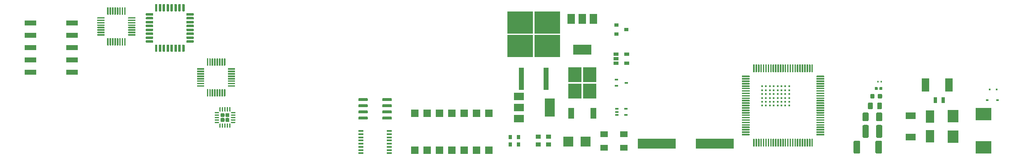
<source format=gbr>
G04 #@! TF.GenerationSoftware,KiCad,Pcbnew,5.1.5-52549c5~84~ubuntu18.04.1*
G04 #@! TF.CreationDate,2020-03-05T17:39:08-06:00*
G04 #@! TF.ProjectId,Valpo-PCB-Ruler,56616c70-6f2d-4504-9342-2d52756c6572,rev?*
G04 #@! TF.SameCoordinates,Original*
G04 #@! TF.FileFunction,Paste,Bot*
G04 #@! TF.FilePolarity,Positive*
%FSLAX46Y46*%
G04 Gerber Fmt 4.6, Leading zero omitted, Abs format (unit mm)*
G04 Created by KiCad (PCBNEW 5.1.5-52549c5~84~ubuntu18.04.1) date 2020-03-05 17:39:08*
%MOMM*%
%LPD*%
G04 APERTURE LIST*
%ADD10C,0.400000*%
%ADD11R,1.600000X1.600000*%
%ADD12R,0.650000X0.850000*%
%ADD13R,1.000000X0.900000*%
%ADD14R,1.500000X1.200000*%
%ADD15R,2.000000X2.000000*%
%ADD16C,0.100000*%
%ADD17R,1.000000X0.400000*%
%ADD18R,7.875000X2.000000*%
%ADD19R,2.000000X1.500000*%
%ADD20R,2.000000X3.800000*%
%ADD21R,0.650000X0.400000*%
%ADD22R,2.750000X3.050000*%
%ADD23R,1.200000X2.200000*%
%ADD24R,5.250000X4.550000*%
%ADD25R,1.100000X4.600000*%
%ADD26R,1.500000X2.000000*%
%ADD27R,3.800000X2.000000*%
%ADD28R,0.700000X0.450000*%
%ADD29R,1.060000X0.650000*%
%ADD30R,0.900000X0.800000*%
%ADD31R,3.300000X2.500000*%
%ADD32R,2.100000X1.400000*%
%ADD33R,0.600000X0.450000*%
%ADD34R,2.300000X2.500000*%
%ADD35R,1.800000X2.500000*%
%ADD36R,0.800000X1.200000*%
%ADD37R,1.500000X2.700000*%
%ADD38R,0.350000X0.350000*%
%ADD39R,2.440000X1.120000*%
G04 APERTURE END LIST*
D10*
X208756000Y-84512000D03*
X208756000Y-83712000D03*
X208756000Y-82912000D03*
X208756000Y-82112000D03*
X207956000Y-82112000D03*
X207156000Y-82112000D03*
X206356000Y-82112000D03*
X205556000Y-82112000D03*
X204756000Y-82112000D03*
X204756000Y-82912000D03*
X205556000Y-82912000D03*
X205556000Y-83712000D03*
X204756000Y-83712000D03*
X204756000Y-84512000D03*
X205556000Y-84512000D03*
X206356000Y-84512000D03*
X207156000Y-84512000D03*
X207956000Y-84512000D03*
X207956000Y-83712000D03*
X207956000Y-82912000D03*
X207156000Y-82912000D03*
X206356000Y-82912000D03*
X206356000Y-83712000D03*
X207156000Y-83712000D03*
X208756000Y-81312000D03*
X207956000Y-81312000D03*
X207156000Y-81312000D03*
X206356000Y-81312000D03*
X205556000Y-81312000D03*
X204756000Y-81312000D03*
X203956000Y-81312000D03*
X203956000Y-82112000D03*
X203956000Y-82912000D03*
X203956000Y-83712000D03*
X203956000Y-84512000D03*
X203956000Y-85312000D03*
X204756000Y-85312000D03*
X205556000Y-85312000D03*
X206356000Y-85312000D03*
X207156000Y-85312000D03*
X207956000Y-85312000D03*
X208756000Y-85312000D03*
X209556000Y-81312000D03*
X209556000Y-82112000D03*
X209556000Y-82912000D03*
X209556000Y-83712000D03*
X209556000Y-84512000D03*
X209556000Y-85312000D03*
D11*
X147755500Y-86916500D03*
X132515500Y-94536500D03*
X145215500Y-86916500D03*
X135055500Y-94536500D03*
X142675500Y-86916500D03*
X137595500Y-94536500D03*
X140135500Y-86916500D03*
X140135500Y-94536500D03*
X137595500Y-86916500D03*
X142675500Y-94536500D03*
X135055500Y-86916500D03*
X145215500Y-94536500D03*
X132515500Y-86916500D03*
X147755500Y-94536500D03*
D12*
X152201000Y-93343000D03*
X153851000Y-93343000D03*
X153851000Y-91793000D03*
X152201000Y-91793000D03*
D13*
X157920000Y-93279500D03*
X160070000Y-93279500D03*
X160070000Y-91729500D03*
X157920000Y-91729500D03*
D14*
X171423000Y-93968000D03*
X175523000Y-93968000D03*
X175523000Y-91168000D03*
X171423000Y-91168000D03*
D15*
X167694500Y-92695000D03*
X164094500Y-92695000D03*
D16*
G36*
X92531626Y-89007301D02*
G01*
X92537693Y-89008201D01*
X92543643Y-89009691D01*
X92549418Y-89011758D01*
X92554962Y-89014380D01*
X92560223Y-89017533D01*
X92565150Y-89021187D01*
X92569694Y-89025306D01*
X92573813Y-89029850D01*
X92577467Y-89034777D01*
X92580620Y-89040038D01*
X92583242Y-89045582D01*
X92585309Y-89051357D01*
X92586799Y-89057307D01*
X92587699Y-89063374D01*
X92588000Y-89069500D01*
X92588000Y-89819500D01*
X92587699Y-89825626D01*
X92586799Y-89831693D01*
X92585309Y-89837643D01*
X92583242Y-89843418D01*
X92580620Y-89848962D01*
X92577467Y-89854223D01*
X92573813Y-89859150D01*
X92569694Y-89863694D01*
X92565150Y-89867813D01*
X92560223Y-89871467D01*
X92554962Y-89874620D01*
X92549418Y-89877242D01*
X92543643Y-89879309D01*
X92537693Y-89880799D01*
X92531626Y-89881699D01*
X92525500Y-89882000D01*
X92400500Y-89882000D01*
X92394374Y-89881699D01*
X92388307Y-89880799D01*
X92382357Y-89879309D01*
X92376582Y-89877242D01*
X92371038Y-89874620D01*
X92365777Y-89871467D01*
X92360850Y-89867813D01*
X92356306Y-89863694D01*
X92352187Y-89859150D01*
X92348533Y-89854223D01*
X92345380Y-89848962D01*
X92342758Y-89843418D01*
X92340691Y-89837643D01*
X92339201Y-89831693D01*
X92338301Y-89825626D01*
X92338000Y-89819500D01*
X92338000Y-89069500D01*
X92338301Y-89063374D01*
X92339201Y-89057307D01*
X92340691Y-89051357D01*
X92342758Y-89045582D01*
X92345380Y-89040038D01*
X92348533Y-89034777D01*
X92352187Y-89029850D01*
X92356306Y-89025306D01*
X92360850Y-89021187D01*
X92365777Y-89017533D01*
X92371038Y-89014380D01*
X92376582Y-89011758D01*
X92382357Y-89009691D01*
X92388307Y-89008201D01*
X92394374Y-89007301D01*
X92400500Y-89007000D01*
X92525500Y-89007000D01*
X92531626Y-89007301D01*
G37*
G36*
X93031626Y-89007301D02*
G01*
X93037693Y-89008201D01*
X93043643Y-89009691D01*
X93049418Y-89011758D01*
X93054962Y-89014380D01*
X93060223Y-89017533D01*
X93065150Y-89021187D01*
X93069694Y-89025306D01*
X93073813Y-89029850D01*
X93077467Y-89034777D01*
X93080620Y-89040038D01*
X93083242Y-89045582D01*
X93085309Y-89051357D01*
X93086799Y-89057307D01*
X93087699Y-89063374D01*
X93088000Y-89069500D01*
X93088000Y-89819500D01*
X93087699Y-89825626D01*
X93086799Y-89831693D01*
X93085309Y-89837643D01*
X93083242Y-89843418D01*
X93080620Y-89848962D01*
X93077467Y-89854223D01*
X93073813Y-89859150D01*
X93069694Y-89863694D01*
X93065150Y-89867813D01*
X93060223Y-89871467D01*
X93054962Y-89874620D01*
X93049418Y-89877242D01*
X93043643Y-89879309D01*
X93037693Y-89880799D01*
X93031626Y-89881699D01*
X93025500Y-89882000D01*
X92900500Y-89882000D01*
X92894374Y-89881699D01*
X92888307Y-89880799D01*
X92882357Y-89879309D01*
X92876582Y-89877242D01*
X92871038Y-89874620D01*
X92865777Y-89871467D01*
X92860850Y-89867813D01*
X92856306Y-89863694D01*
X92852187Y-89859150D01*
X92848533Y-89854223D01*
X92845380Y-89848962D01*
X92842758Y-89843418D01*
X92840691Y-89837643D01*
X92839201Y-89831693D01*
X92838301Y-89825626D01*
X92838000Y-89819500D01*
X92838000Y-89069500D01*
X92838301Y-89063374D01*
X92839201Y-89057307D01*
X92840691Y-89051357D01*
X92842758Y-89045582D01*
X92845380Y-89040038D01*
X92848533Y-89034777D01*
X92852187Y-89029850D01*
X92856306Y-89025306D01*
X92860850Y-89021187D01*
X92865777Y-89017533D01*
X92871038Y-89014380D01*
X92876582Y-89011758D01*
X92882357Y-89009691D01*
X92888307Y-89008201D01*
X92894374Y-89007301D01*
X92900500Y-89007000D01*
X93025500Y-89007000D01*
X93031626Y-89007301D01*
G37*
G36*
X93531626Y-89007301D02*
G01*
X93537693Y-89008201D01*
X93543643Y-89009691D01*
X93549418Y-89011758D01*
X93554962Y-89014380D01*
X93560223Y-89017533D01*
X93565150Y-89021187D01*
X93569694Y-89025306D01*
X93573813Y-89029850D01*
X93577467Y-89034777D01*
X93580620Y-89040038D01*
X93583242Y-89045582D01*
X93585309Y-89051357D01*
X93586799Y-89057307D01*
X93587699Y-89063374D01*
X93588000Y-89069500D01*
X93588000Y-89819500D01*
X93587699Y-89825626D01*
X93586799Y-89831693D01*
X93585309Y-89837643D01*
X93583242Y-89843418D01*
X93580620Y-89848962D01*
X93577467Y-89854223D01*
X93573813Y-89859150D01*
X93569694Y-89863694D01*
X93565150Y-89867813D01*
X93560223Y-89871467D01*
X93554962Y-89874620D01*
X93549418Y-89877242D01*
X93543643Y-89879309D01*
X93537693Y-89880799D01*
X93531626Y-89881699D01*
X93525500Y-89882000D01*
X93400500Y-89882000D01*
X93394374Y-89881699D01*
X93388307Y-89880799D01*
X93382357Y-89879309D01*
X93376582Y-89877242D01*
X93371038Y-89874620D01*
X93365777Y-89871467D01*
X93360850Y-89867813D01*
X93356306Y-89863694D01*
X93352187Y-89859150D01*
X93348533Y-89854223D01*
X93345380Y-89848962D01*
X93342758Y-89843418D01*
X93340691Y-89837643D01*
X93339201Y-89831693D01*
X93338301Y-89825626D01*
X93338000Y-89819500D01*
X93338000Y-89069500D01*
X93338301Y-89063374D01*
X93339201Y-89057307D01*
X93340691Y-89051357D01*
X93342758Y-89045582D01*
X93345380Y-89040038D01*
X93348533Y-89034777D01*
X93352187Y-89029850D01*
X93356306Y-89025306D01*
X93360850Y-89021187D01*
X93365777Y-89017533D01*
X93371038Y-89014380D01*
X93376582Y-89011758D01*
X93382357Y-89009691D01*
X93388307Y-89008201D01*
X93394374Y-89007301D01*
X93400500Y-89007000D01*
X93525500Y-89007000D01*
X93531626Y-89007301D01*
G37*
G36*
X94031626Y-89007301D02*
G01*
X94037693Y-89008201D01*
X94043643Y-89009691D01*
X94049418Y-89011758D01*
X94054962Y-89014380D01*
X94060223Y-89017533D01*
X94065150Y-89021187D01*
X94069694Y-89025306D01*
X94073813Y-89029850D01*
X94077467Y-89034777D01*
X94080620Y-89040038D01*
X94083242Y-89045582D01*
X94085309Y-89051357D01*
X94086799Y-89057307D01*
X94087699Y-89063374D01*
X94088000Y-89069500D01*
X94088000Y-89819500D01*
X94087699Y-89825626D01*
X94086799Y-89831693D01*
X94085309Y-89837643D01*
X94083242Y-89843418D01*
X94080620Y-89848962D01*
X94077467Y-89854223D01*
X94073813Y-89859150D01*
X94069694Y-89863694D01*
X94065150Y-89867813D01*
X94060223Y-89871467D01*
X94054962Y-89874620D01*
X94049418Y-89877242D01*
X94043643Y-89879309D01*
X94037693Y-89880799D01*
X94031626Y-89881699D01*
X94025500Y-89882000D01*
X93900500Y-89882000D01*
X93894374Y-89881699D01*
X93888307Y-89880799D01*
X93882357Y-89879309D01*
X93876582Y-89877242D01*
X93871038Y-89874620D01*
X93865777Y-89871467D01*
X93860850Y-89867813D01*
X93856306Y-89863694D01*
X93852187Y-89859150D01*
X93848533Y-89854223D01*
X93845380Y-89848962D01*
X93842758Y-89843418D01*
X93840691Y-89837643D01*
X93839201Y-89831693D01*
X93838301Y-89825626D01*
X93838000Y-89819500D01*
X93838000Y-89069500D01*
X93838301Y-89063374D01*
X93839201Y-89057307D01*
X93840691Y-89051357D01*
X93842758Y-89045582D01*
X93845380Y-89040038D01*
X93848533Y-89034777D01*
X93852187Y-89029850D01*
X93856306Y-89025306D01*
X93860850Y-89021187D01*
X93865777Y-89017533D01*
X93871038Y-89014380D01*
X93876582Y-89011758D01*
X93882357Y-89009691D01*
X93888307Y-89008201D01*
X93894374Y-89007301D01*
X93900500Y-89007000D01*
X94025500Y-89007000D01*
X94031626Y-89007301D01*
G37*
G36*
X94531626Y-89007301D02*
G01*
X94537693Y-89008201D01*
X94543643Y-89009691D01*
X94549418Y-89011758D01*
X94554962Y-89014380D01*
X94560223Y-89017533D01*
X94565150Y-89021187D01*
X94569694Y-89025306D01*
X94573813Y-89029850D01*
X94577467Y-89034777D01*
X94580620Y-89040038D01*
X94583242Y-89045582D01*
X94585309Y-89051357D01*
X94586799Y-89057307D01*
X94587699Y-89063374D01*
X94588000Y-89069500D01*
X94588000Y-89819500D01*
X94587699Y-89825626D01*
X94586799Y-89831693D01*
X94585309Y-89837643D01*
X94583242Y-89843418D01*
X94580620Y-89848962D01*
X94577467Y-89854223D01*
X94573813Y-89859150D01*
X94569694Y-89863694D01*
X94565150Y-89867813D01*
X94560223Y-89871467D01*
X94554962Y-89874620D01*
X94549418Y-89877242D01*
X94543643Y-89879309D01*
X94537693Y-89880799D01*
X94531626Y-89881699D01*
X94525500Y-89882000D01*
X94400500Y-89882000D01*
X94394374Y-89881699D01*
X94388307Y-89880799D01*
X94382357Y-89879309D01*
X94376582Y-89877242D01*
X94371038Y-89874620D01*
X94365777Y-89871467D01*
X94360850Y-89867813D01*
X94356306Y-89863694D01*
X94352187Y-89859150D01*
X94348533Y-89854223D01*
X94345380Y-89848962D01*
X94342758Y-89843418D01*
X94340691Y-89837643D01*
X94339201Y-89831693D01*
X94338301Y-89825626D01*
X94338000Y-89819500D01*
X94338000Y-89069500D01*
X94338301Y-89063374D01*
X94339201Y-89057307D01*
X94340691Y-89051357D01*
X94342758Y-89045582D01*
X94345380Y-89040038D01*
X94348533Y-89034777D01*
X94352187Y-89029850D01*
X94356306Y-89025306D01*
X94360850Y-89021187D01*
X94365777Y-89017533D01*
X94371038Y-89014380D01*
X94376582Y-89011758D01*
X94382357Y-89009691D01*
X94388307Y-89008201D01*
X94394374Y-89007301D01*
X94400500Y-89007000D01*
X94525500Y-89007000D01*
X94531626Y-89007301D01*
G37*
G36*
X95531626Y-88632301D02*
G01*
X95537693Y-88633201D01*
X95543643Y-88634691D01*
X95549418Y-88636758D01*
X95554962Y-88639380D01*
X95560223Y-88642533D01*
X95565150Y-88646187D01*
X95569694Y-88650306D01*
X95573813Y-88654850D01*
X95577467Y-88659777D01*
X95580620Y-88665038D01*
X95583242Y-88670582D01*
X95585309Y-88676357D01*
X95586799Y-88682307D01*
X95587699Y-88688374D01*
X95588000Y-88694500D01*
X95588000Y-88819500D01*
X95587699Y-88825626D01*
X95586799Y-88831693D01*
X95585309Y-88837643D01*
X95583242Y-88843418D01*
X95580620Y-88848962D01*
X95577467Y-88854223D01*
X95573813Y-88859150D01*
X95569694Y-88863694D01*
X95565150Y-88867813D01*
X95560223Y-88871467D01*
X95554962Y-88874620D01*
X95549418Y-88877242D01*
X95543643Y-88879309D01*
X95537693Y-88880799D01*
X95531626Y-88881699D01*
X95525500Y-88882000D01*
X94775500Y-88882000D01*
X94769374Y-88881699D01*
X94763307Y-88880799D01*
X94757357Y-88879309D01*
X94751582Y-88877242D01*
X94746038Y-88874620D01*
X94740777Y-88871467D01*
X94735850Y-88867813D01*
X94731306Y-88863694D01*
X94727187Y-88859150D01*
X94723533Y-88854223D01*
X94720380Y-88848962D01*
X94717758Y-88843418D01*
X94715691Y-88837643D01*
X94714201Y-88831693D01*
X94713301Y-88825626D01*
X94713000Y-88819500D01*
X94713000Y-88694500D01*
X94713301Y-88688374D01*
X94714201Y-88682307D01*
X94715691Y-88676357D01*
X94717758Y-88670582D01*
X94720380Y-88665038D01*
X94723533Y-88659777D01*
X94727187Y-88654850D01*
X94731306Y-88650306D01*
X94735850Y-88646187D01*
X94740777Y-88642533D01*
X94746038Y-88639380D01*
X94751582Y-88636758D01*
X94757357Y-88634691D01*
X94763307Y-88633201D01*
X94769374Y-88632301D01*
X94775500Y-88632000D01*
X95525500Y-88632000D01*
X95531626Y-88632301D01*
G37*
G36*
X95531626Y-88132301D02*
G01*
X95537693Y-88133201D01*
X95543643Y-88134691D01*
X95549418Y-88136758D01*
X95554962Y-88139380D01*
X95560223Y-88142533D01*
X95565150Y-88146187D01*
X95569694Y-88150306D01*
X95573813Y-88154850D01*
X95577467Y-88159777D01*
X95580620Y-88165038D01*
X95583242Y-88170582D01*
X95585309Y-88176357D01*
X95586799Y-88182307D01*
X95587699Y-88188374D01*
X95588000Y-88194500D01*
X95588000Y-88319500D01*
X95587699Y-88325626D01*
X95586799Y-88331693D01*
X95585309Y-88337643D01*
X95583242Y-88343418D01*
X95580620Y-88348962D01*
X95577467Y-88354223D01*
X95573813Y-88359150D01*
X95569694Y-88363694D01*
X95565150Y-88367813D01*
X95560223Y-88371467D01*
X95554962Y-88374620D01*
X95549418Y-88377242D01*
X95543643Y-88379309D01*
X95537693Y-88380799D01*
X95531626Y-88381699D01*
X95525500Y-88382000D01*
X94775500Y-88382000D01*
X94769374Y-88381699D01*
X94763307Y-88380799D01*
X94757357Y-88379309D01*
X94751582Y-88377242D01*
X94746038Y-88374620D01*
X94740777Y-88371467D01*
X94735850Y-88367813D01*
X94731306Y-88363694D01*
X94727187Y-88359150D01*
X94723533Y-88354223D01*
X94720380Y-88348962D01*
X94717758Y-88343418D01*
X94715691Y-88337643D01*
X94714201Y-88331693D01*
X94713301Y-88325626D01*
X94713000Y-88319500D01*
X94713000Y-88194500D01*
X94713301Y-88188374D01*
X94714201Y-88182307D01*
X94715691Y-88176357D01*
X94717758Y-88170582D01*
X94720380Y-88165038D01*
X94723533Y-88159777D01*
X94727187Y-88154850D01*
X94731306Y-88150306D01*
X94735850Y-88146187D01*
X94740777Y-88142533D01*
X94746038Y-88139380D01*
X94751582Y-88136758D01*
X94757357Y-88134691D01*
X94763307Y-88133201D01*
X94769374Y-88132301D01*
X94775500Y-88132000D01*
X95525500Y-88132000D01*
X95531626Y-88132301D01*
G37*
G36*
X95531626Y-87632301D02*
G01*
X95537693Y-87633201D01*
X95543643Y-87634691D01*
X95549418Y-87636758D01*
X95554962Y-87639380D01*
X95560223Y-87642533D01*
X95565150Y-87646187D01*
X95569694Y-87650306D01*
X95573813Y-87654850D01*
X95577467Y-87659777D01*
X95580620Y-87665038D01*
X95583242Y-87670582D01*
X95585309Y-87676357D01*
X95586799Y-87682307D01*
X95587699Y-87688374D01*
X95588000Y-87694500D01*
X95588000Y-87819500D01*
X95587699Y-87825626D01*
X95586799Y-87831693D01*
X95585309Y-87837643D01*
X95583242Y-87843418D01*
X95580620Y-87848962D01*
X95577467Y-87854223D01*
X95573813Y-87859150D01*
X95569694Y-87863694D01*
X95565150Y-87867813D01*
X95560223Y-87871467D01*
X95554962Y-87874620D01*
X95549418Y-87877242D01*
X95543643Y-87879309D01*
X95537693Y-87880799D01*
X95531626Y-87881699D01*
X95525500Y-87882000D01*
X94775500Y-87882000D01*
X94769374Y-87881699D01*
X94763307Y-87880799D01*
X94757357Y-87879309D01*
X94751582Y-87877242D01*
X94746038Y-87874620D01*
X94740777Y-87871467D01*
X94735850Y-87867813D01*
X94731306Y-87863694D01*
X94727187Y-87859150D01*
X94723533Y-87854223D01*
X94720380Y-87848962D01*
X94717758Y-87843418D01*
X94715691Y-87837643D01*
X94714201Y-87831693D01*
X94713301Y-87825626D01*
X94713000Y-87819500D01*
X94713000Y-87694500D01*
X94713301Y-87688374D01*
X94714201Y-87682307D01*
X94715691Y-87676357D01*
X94717758Y-87670582D01*
X94720380Y-87665038D01*
X94723533Y-87659777D01*
X94727187Y-87654850D01*
X94731306Y-87650306D01*
X94735850Y-87646187D01*
X94740777Y-87642533D01*
X94746038Y-87639380D01*
X94751582Y-87636758D01*
X94757357Y-87634691D01*
X94763307Y-87633201D01*
X94769374Y-87632301D01*
X94775500Y-87632000D01*
X95525500Y-87632000D01*
X95531626Y-87632301D01*
G37*
G36*
X95531626Y-87132301D02*
G01*
X95537693Y-87133201D01*
X95543643Y-87134691D01*
X95549418Y-87136758D01*
X95554962Y-87139380D01*
X95560223Y-87142533D01*
X95565150Y-87146187D01*
X95569694Y-87150306D01*
X95573813Y-87154850D01*
X95577467Y-87159777D01*
X95580620Y-87165038D01*
X95583242Y-87170582D01*
X95585309Y-87176357D01*
X95586799Y-87182307D01*
X95587699Y-87188374D01*
X95588000Y-87194500D01*
X95588000Y-87319500D01*
X95587699Y-87325626D01*
X95586799Y-87331693D01*
X95585309Y-87337643D01*
X95583242Y-87343418D01*
X95580620Y-87348962D01*
X95577467Y-87354223D01*
X95573813Y-87359150D01*
X95569694Y-87363694D01*
X95565150Y-87367813D01*
X95560223Y-87371467D01*
X95554962Y-87374620D01*
X95549418Y-87377242D01*
X95543643Y-87379309D01*
X95537693Y-87380799D01*
X95531626Y-87381699D01*
X95525500Y-87382000D01*
X94775500Y-87382000D01*
X94769374Y-87381699D01*
X94763307Y-87380799D01*
X94757357Y-87379309D01*
X94751582Y-87377242D01*
X94746038Y-87374620D01*
X94740777Y-87371467D01*
X94735850Y-87367813D01*
X94731306Y-87363694D01*
X94727187Y-87359150D01*
X94723533Y-87354223D01*
X94720380Y-87348962D01*
X94717758Y-87343418D01*
X94715691Y-87337643D01*
X94714201Y-87331693D01*
X94713301Y-87325626D01*
X94713000Y-87319500D01*
X94713000Y-87194500D01*
X94713301Y-87188374D01*
X94714201Y-87182307D01*
X94715691Y-87176357D01*
X94717758Y-87170582D01*
X94720380Y-87165038D01*
X94723533Y-87159777D01*
X94727187Y-87154850D01*
X94731306Y-87150306D01*
X94735850Y-87146187D01*
X94740777Y-87142533D01*
X94746038Y-87139380D01*
X94751582Y-87136758D01*
X94757357Y-87134691D01*
X94763307Y-87133201D01*
X94769374Y-87132301D01*
X94775500Y-87132000D01*
X95525500Y-87132000D01*
X95531626Y-87132301D01*
G37*
G36*
X95531626Y-86632301D02*
G01*
X95537693Y-86633201D01*
X95543643Y-86634691D01*
X95549418Y-86636758D01*
X95554962Y-86639380D01*
X95560223Y-86642533D01*
X95565150Y-86646187D01*
X95569694Y-86650306D01*
X95573813Y-86654850D01*
X95577467Y-86659777D01*
X95580620Y-86665038D01*
X95583242Y-86670582D01*
X95585309Y-86676357D01*
X95586799Y-86682307D01*
X95587699Y-86688374D01*
X95588000Y-86694500D01*
X95588000Y-86819500D01*
X95587699Y-86825626D01*
X95586799Y-86831693D01*
X95585309Y-86837643D01*
X95583242Y-86843418D01*
X95580620Y-86848962D01*
X95577467Y-86854223D01*
X95573813Y-86859150D01*
X95569694Y-86863694D01*
X95565150Y-86867813D01*
X95560223Y-86871467D01*
X95554962Y-86874620D01*
X95549418Y-86877242D01*
X95543643Y-86879309D01*
X95537693Y-86880799D01*
X95531626Y-86881699D01*
X95525500Y-86882000D01*
X94775500Y-86882000D01*
X94769374Y-86881699D01*
X94763307Y-86880799D01*
X94757357Y-86879309D01*
X94751582Y-86877242D01*
X94746038Y-86874620D01*
X94740777Y-86871467D01*
X94735850Y-86867813D01*
X94731306Y-86863694D01*
X94727187Y-86859150D01*
X94723533Y-86854223D01*
X94720380Y-86848962D01*
X94717758Y-86843418D01*
X94715691Y-86837643D01*
X94714201Y-86831693D01*
X94713301Y-86825626D01*
X94713000Y-86819500D01*
X94713000Y-86694500D01*
X94713301Y-86688374D01*
X94714201Y-86682307D01*
X94715691Y-86676357D01*
X94717758Y-86670582D01*
X94720380Y-86665038D01*
X94723533Y-86659777D01*
X94727187Y-86654850D01*
X94731306Y-86650306D01*
X94735850Y-86646187D01*
X94740777Y-86642533D01*
X94746038Y-86639380D01*
X94751582Y-86636758D01*
X94757357Y-86634691D01*
X94763307Y-86633201D01*
X94769374Y-86632301D01*
X94775500Y-86632000D01*
X95525500Y-86632000D01*
X95531626Y-86632301D01*
G37*
G36*
X94531626Y-85632301D02*
G01*
X94537693Y-85633201D01*
X94543643Y-85634691D01*
X94549418Y-85636758D01*
X94554962Y-85639380D01*
X94560223Y-85642533D01*
X94565150Y-85646187D01*
X94569694Y-85650306D01*
X94573813Y-85654850D01*
X94577467Y-85659777D01*
X94580620Y-85665038D01*
X94583242Y-85670582D01*
X94585309Y-85676357D01*
X94586799Y-85682307D01*
X94587699Y-85688374D01*
X94588000Y-85694500D01*
X94588000Y-86444500D01*
X94587699Y-86450626D01*
X94586799Y-86456693D01*
X94585309Y-86462643D01*
X94583242Y-86468418D01*
X94580620Y-86473962D01*
X94577467Y-86479223D01*
X94573813Y-86484150D01*
X94569694Y-86488694D01*
X94565150Y-86492813D01*
X94560223Y-86496467D01*
X94554962Y-86499620D01*
X94549418Y-86502242D01*
X94543643Y-86504309D01*
X94537693Y-86505799D01*
X94531626Y-86506699D01*
X94525500Y-86507000D01*
X94400500Y-86507000D01*
X94394374Y-86506699D01*
X94388307Y-86505799D01*
X94382357Y-86504309D01*
X94376582Y-86502242D01*
X94371038Y-86499620D01*
X94365777Y-86496467D01*
X94360850Y-86492813D01*
X94356306Y-86488694D01*
X94352187Y-86484150D01*
X94348533Y-86479223D01*
X94345380Y-86473962D01*
X94342758Y-86468418D01*
X94340691Y-86462643D01*
X94339201Y-86456693D01*
X94338301Y-86450626D01*
X94338000Y-86444500D01*
X94338000Y-85694500D01*
X94338301Y-85688374D01*
X94339201Y-85682307D01*
X94340691Y-85676357D01*
X94342758Y-85670582D01*
X94345380Y-85665038D01*
X94348533Y-85659777D01*
X94352187Y-85654850D01*
X94356306Y-85650306D01*
X94360850Y-85646187D01*
X94365777Y-85642533D01*
X94371038Y-85639380D01*
X94376582Y-85636758D01*
X94382357Y-85634691D01*
X94388307Y-85633201D01*
X94394374Y-85632301D01*
X94400500Y-85632000D01*
X94525500Y-85632000D01*
X94531626Y-85632301D01*
G37*
G36*
X94031626Y-85632301D02*
G01*
X94037693Y-85633201D01*
X94043643Y-85634691D01*
X94049418Y-85636758D01*
X94054962Y-85639380D01*
X94060223Y-85642533D01*
X94065150Y-85646187D01*
X94069694Y-85650306D01*
X94073813Y-85654850D01*
X94077467Y-85659777D01*
X94080620Y-85665038D01*
X94083242Y-85670582D01*
X94085309Y-85676357D01*
X94086799Y-85682307D01*
X94087699Y-85688374D01*
X94088000Y-85694500D01*
X94088000Y-86444500D01*
X94087699Y-86450626D01*
X94086799Y-86456693D01*
X94085309Y-86462643D01*
X94083242Y-86468418D01*
X94080620Y-86473962D01*
X94077467Y-86479223D01*
X94073813Y-86484150D01*
X94069694Y-86488694D01*
X94065150Y-86492813D01*
X94060223Y-86496467D01*
X94054962Y-86499620D01*
X94049418Y-86502242D01*
X94043643Y-86504309D01*
X94037693Y-86505799D01*
X94031626Y-86506699D01*
X94025500Y-86507000D01*
X93900500Y-86507000D01*
X93894374Y-86506699D01*
X93888307Y-86505799D01*
X93882357Y-86504309D01*
X93876582Y-86502242D01*
X93871038Y-86499620D01*
X93865777Y-86496467D01*
X93860850Y-86492813D01*
X93856306Y-86488694D01*
X93852187Y-86484150D01*
X93848533Y-86479223D01*
X93845380Y-86473962D01*
X93842758Y-86468418D01*
X93840691Y-86462643D01*
X93839201Y-86456693D01*
X93838301Y-86450626D01*
X93838000Y-86444500D01*
X93838000Y-85694500D01*
X93838301Y-85688374D01*
X93839201Y-85682307D01*
X93840691Y-85676357D01*
X93842758Y-85670582D01*
X93845380Y-85665038D01*
X93848533Y-85659777D01*
X93852187Y-85654850D01*
X93856306Y-85650306D01*
X93860850Y-85646187D01*
X93865777Y-85642533D01*
X93871038Y-85639380D01*
X93876582Y-85636758D01*
X93882357Y-85634691D01*
X93888307Y-85633201D01*
X93894374Y-85632301D01*
X93900500Y-85632000D01*
X94025500Y-85632000D01*
X94031626Y-85632301D01*
G37*
G36*
X93531626Y-85632301D02*
G01*
X93537693Y-85633201D01*
X93543643Y-85634691D01*
X93549418Y-85636758D01*
X93554962Y-85639380D01*
X93560223Y-85642533D01*
X93565150Y-85646187D01*
X93569694Y-85650306D01*
X93573813Y-85654850D01*
X93577467Y-85659777D01*
X93580620Y-85665038D01*
X93583242Y-85670582D01*
X93585309Y-85676357D01*
X93586799Y-85682307D01*
X93587699Y-85688374D01*
X93588000Y-85694500D01*
X93588000Y-86444500D01*
X93587699Y-86450626D01*
X93586799Y-86456693D01*
X93585309Y-86462643D01*
X93583242Y-86468418D01*
X93580620Y-86473962D01*
X93577467Y-86479223D01*
X93573813Y-86484150D01*
X93569694Y-86488694D01*
X93565150Y-86492813D01*
X93560223Y-86496467D01*
X93554962Y-86499620D01*
X93549418Y-86502242D01*
X93543643Y-86504309D01*
X93537693Y-86505799D01*
X93531626Y-86506699D01*
X93525500Y-86507000D01*
X93400500Y-86507000D01*
X93394374Y-86506699D01*
X93388307Y-86505799D01*
X93382357Y-86504309D01*
X93376582Y-86502242D01*
X93371038Y-86499620D01*
X93365777Y-86496467D01*
X93360850Y-86492813D01*
X93356306Y-86488694D01*
X93352187Y-86484150D01*
X93348533Y-86479223D01*
X93345380Y-86473962D01*
X93342758Y-86468418D01*
X93340691Y-86462643D01*
X93339201Y-86456693D01*
X93338301Y-86450626D01*
X93338000Y-86444500D01*
X93338000Y-85694500D01*
X93338301Y-85688374D01*
X93339201Y-85682307D01*
X93340691Y-85676357D01*
X93342758Y-85670582D01*
X93345380Y-85665038D01*
X93348533Y-85659777D01*
X93352187Y-85654850D01*
X93356306Y-85650306D01*
X93360850Y-85646187D01*
X93365777Y-85642533D01*
X93371038Y-85639380D01*
X93376582Y-85636758D01*
X93382357Y-85634691D01*
X93388307Y-85633201D01*
X93394374Y-85632301D01*
X93400500Y-85632000D01*
X93525500Y-85632000D01*
X93531626Y-85632301D01*
G37*
G36*
X93031626Y-85632301D02*
G01*
X93037693Y-85633201D01*
X93043643Y-85634691D01*
X93049418Y-85636758D01*
X93054962Y-85639380D01*
X93060223Y-85642533D01*
X93065150Y-85646187D01*
X93069694Y-85650306D01*
X93073813Y-85654850D01*
X93077467Y-85659777D01*
X93080620Y-85665038D01*
X93083242Y-85670582D01*
X93085309Y-85676357D01*
X93086799Y-85682307D01*
X93087699Y-85688374D01*
X93088000Y-85694500D01*
X93088000Y-86444500D01*
X93087699Y-86450626D01*
X93086799Y-86456693D01*
X93085309Y-86462643D01*
X93083242Y-86468418D01*
X93080620Y-86473962D01*
X93077467Y-86479223D01*
X93073813Y-86484150D01*
X93069694Y-86488694D01*
X93065150Y-86492813D01*
X93060223Y-86496467D01*
X93054962Y-86499620D01*
X93049418Y-86502242D01*
X93043643Y-86504309D01*
X93037693Y-86505799D01*
X93031626Y-86506699D01*
X93025500Y-86507000D01*
X92900500Y-86507000D01*
X92894374Y-86506699D01*
X92888307Y-86505799D01*
X92882357Y-86504309D01*
X92876582Y-86502242D01*
X92871038Y-86499620D01*
X92865777Y-86496467D01*
X92860850Y-86492813D01*
X92856306Y-86488694D01*
X92852187Y-86484150D01*
X92848533Y-86479223D01*
X92845380Y-86473962D01*
X92842758Y-86468418D01*
X92840691Y-86462643D01*
X92839201Y-86456693D01*
X92838301Y-86450626D01*
X92838000Y-86444500D01*
X92838000Y-85694500D01*
X92838301Y-85688374D01*
X92839201Y-85682307D01*
X92840691Y-85676357D01*
X92842758Y-85670582D01*
X92845380Y-85665038D01*
X92848533Y-85659777D01*
X92852187Y-85654850D01*
X92856306Y-85650306D01*
X92860850Y-85646187D01*
X92865777Y-85642533D01*
X92871038Y-85639380D01*
X92876582Y-85636758D01*
X92882357Y-85634691D01*
X92888307Y-85633201D01*
X92894374Y-85632301D01*
X92900500Y-85632000D01*
X93025500Y-85632000D01*
X93031626Y-85632301D01*
G37*
G36*
X92531626Y-85632301D02*
G01*
X92537693Y-85633201D01*
X92543643Y-85634691D01*
X92549418Y-85636758D01*
X92554962Y-85639380D01*
X92560223Y-85642533D01*
X92565150Y-85646187D01*
X92569694Y-85650306D01*
X92573813Y-85654850D01*
X92577467Y-85659777D01*
X92580620Y-85665038D01*
X92583242Y-85670582D01*
X92585309Y-85676357D01*
X92586799Y-85682307D01*
X92587699Y-85688374D01*
X92588000Y-85694500D01*
X92588000Y-86444500D01*
X92587699Y-86450626D01*
X92586799Y-86456693D01*
X92585309Y-86462643D01*
X92583242Y-86468418D01*
X92580620Y-86473962D01*
X92577467Y-86479223D01*
X92573813Y-86484150D01*
X92569694Y-86488694D01*
X92565150Y-86492813D01*
X92560223Y-86496467D01*
X92554962Y-86499620D01*
X92549418Y-86502242D01*
X92543643Y-86504309D01*
X92537693Y-86505799D01*
X92531626Y-86506699D01*
X92525500Y-86507000D01*
X92400500Y-86507000D01*
X92394374Y-86506699D01*
X92388307Y-86505799D01*
X92382357Y-86504309D01*
X92376582Y-86502242D01*
X92371038Y-86499620D01*
X92365777Y-86496467D01*
X92360850Y-86492813D01*
X92356306Y-86488694D01*
X92352187Y-86484150D01*
X92348533Y-86479223D01*
X92345380Y-86473962D01*
X92342758Y-86468418D01*
X92340691Y-86462643D01*
X92339201Y-86456693D01*
X92338301Y-86450626D01*
X92338000Y-86444500D01*
X92338000Y-85694500D01*
X92338301Y-85688374D01*
X92339201Y-85682307D01*
X92340691Y-85676357D01*
X92342758Y-85670582D01*
X92345380Y-85665038D01*
X92348533Y-85659777D01*
X92352187Y-85654850D01*
X92356306Y-85650306D01*
X92360850Y-85646187D01*
X92365777Y-85642533D01*
X92371038Y-85639380D01*
X92376582Y-85636758D01*
X92382357Y-85634691D01*
X92388307Y-85633201D01*
X92394374Y-85632301D01*
X92400500Y-85632000D01*
X92525500Y-85632000D01*
X92531626Y-85632301D01*
G37*
G36*
X92156626Y-86632301D02*
G01*
X92162693Y-86633201D01*
X92168643Y-86634691D01*
X92174418Y-86636758D01*
X92179962Y-86639380D01*
X92185223Y-86642533D01*
X92190150Y-86646187D01*
X92194694Y-86650306D01*
X92198813Y-86654850D01*
X92202467Y-86659777D01*
X92205620Y-86665038D01*
X92208242Y-86670582D01*
X92210309Y-86676357D01*
X92211799Y-86682307D01*
X92212699Y-86688374D01*
X92213000Y-86694500D01*
X92213000Y-86819500D01*
X92212699Y-86825626D01*
X92211799Y-86831693D01*
X92210309Y-86837643D01*
X92208242Y-86843418D01*
X92205620Y-86848962D01*
X92202467Y-86854223D01*
X92198813Y-86859150D01*
X92194694Y-86863694D01*
X92190150Y-86867813D01*
X92185223Y-86871467D01*
X92179962Y-86874620D01*
X92174418Y-86877242D01*
X92168643Y-86879309D01*
X92162693Y-86880799D01*
X92156626Y-86881699D01*
X92150500Y-86882000D01*
X91400500Y-86882000D01*
X91394374Y-86881699D01*
X91388307Y-86880799D01*
X91382357Y-86879309D01*
X91376582Y-86877242D01*
X91371038Y-86874620D01*
X91365777Y-86871467D01*
X91360850Y-86867813D01*
X91356306Y-86863694D01*
X91352187Y-86859150D01*
X91348533Y-86854223D01*
X91345380Y-86848962D01*
X91342758Y-86843418D01*
X91340691Y-86837643D01*
X91339201Y-86831693D01*
X91338301Y-86825626D01*
X91338000Y-86819500D01*
X91338000Y-86694500D01*
X91338301Y-86688374D01*
X91339201Y-86682307D01*
X91340691Y-86676357D01*
X91342758Y-86670582D01*
X91345380Y-86665038D01*
X91348533Y-86659777D01*
X91352187Y-86654850D01*
X91356306Y-86650306D01*
X91360850Y-86646187D01*
X91365777Y-86642533D01*
X91371038Y-86639380D01*
X91376582Y-86636758D01*
X91382357Y-86634691D01*
X91388307Y-86633201D01*
X91394374Y-86632301D01*
X91400500Y-86632000D01*
X92150500Y-86632000D01*
X92156626Y-86632301D01*
G37*
G36*
X92156626Y-87132301D02*
G01*
X92162693Y-87133201D01*
X92168643Y-87134691D01*
X92174418Y-87136758D01*
X92179962Y-87139380D01*
X92185223Y-87142533D01*
X92190150Y-87146187D01*
X92194694Y-87150306D01*
X92198813Y-87154850D01*
X92202467Y-87159777D01*
X92205620Y-87165038D01*
X92208242Y-87170582D01*
X92210309Y-87176357D01*
X92211799Y-87182307D01*
X92212699Y-87188374D01*
X92213000Y-87194500D01*
X92213000Y-87319500D01*
X92212699Y-87325626D01*
X92211799Y-87331693D01*
X92210309Y-87337643D01*
X92208242Y-87343418D01*
X92205620Y-87348962D01*
X92202467Y-87354223D01*
X92198813Y-87359150D01*
X92194694Y-87363694D01*
X92190150Y-87367813D01*
X92185223Y-87371467D01*
X92179962Y-87374620D01*
X92174418Y-87377242D01*
X92168643Y-87379309D01*
X92162693Y-87380799D01*
X92156626Y-87381699D01*
X92150500Y-87382000D01*
X91400500Y-87382000D01*
X91394374Y-87381699D01*
X91388307Y-87380799D01*
X91382357Y-87379309D01*
X91376582Y-87377242D01*
X91371038Y-87374620D01*
X91365777Y-87371467D01*
X91360850Y-87367813D01*
X91356306Y-87363694D01*
X91352187Y-87359150D01*
X91348533Y-87354223D01*
X91345380Y-87348962D01*
X91342758Y-87343418D01*
X91340691Y-87337643D01*
X91339201Y-87331693D01*
X91338301Y-87325626D01*
X91338000Y-87319500D01*
X91338000Y-87194500D01*
X91338301Y-87188374D01*
X91339201Y-87182307D01*
X91340691Y-87176357D01*
X91342758Y-87170582D01*
X91345380Y-87165038D01*
X91348533Y-87159777D01*
X91352187Y-87154850D01*
X91356306Y-87150306D01*
X91360850Y-87146187D01*
X91365777Y-87142533D01*
X91371038Y-87139380D01*
X91376582Y-87136758D01*
X91382357Y-87134691D01*
X91388307Y-87133201D01*
X91394374Y-87132301D01*
X91400500Y-87132000D01*
X92150500Y-87132000D01*
X92156626Y-87132301D01*
G37*
G36*
X92156626Y-87632301D02*
G01*
X92162693Y-87633201D01*
X92168643Y-87634691D01*
X92174418Y-87636758D01*
X92179962Y-87639380D01*
X92185223Y-87642533D01*
X92190150Y-87646187D01*
X92194694Y-87650306D01*
X92198813Y-87654850D01*
X92202467Y-87659777D01*
X92205620Y-87665038D01*
X92208242Y-87670582D01*
X92210309Y-87676357D01*
X92211799Y-87682307D01*
X92212699Y-87688374D01*
X92213000Y-87694500D01*
X92213000Y-87819500D01*
X92212699Y-87825626D01*
X92211799Y-87831693D01*
X92210309Y-87837643D01*
X92208242Y-87843418D01*
X92205620Y-87848962D01*
X92202467Y-87854223D01*
X92198813Y-87859150D01*
X92194694Y-87863694D01*
X92190150Y-87867813D01*
X92185223Y-87871467D01*
X92179962Y-87874620D01*
X92174418Y-87877242D01*
X92168643Y-87879309D01*
X92162693Y-87880799D01*
X92156626Y-87881699D01*
X92150500Y-87882000D01*
X91400500Y-87882000D01*
X91394374Y-87881699D01*
X91388307Y-87880799D01*
X91382357Y-87879309D01*
X91376582Y-87877242D01*
X91371038Y-87874620D01*
X91365777Y-87871467D01*
X91360850Y-87867813D01*
X91356306Y-87863694D01*
X91352187Y-87859150D01*
X91348533Y-87854223D01*
X91345380Y-87848962D01*
X91342758Y-87843418D01*
X91340691Y-87837643D01*
X91339201Y-87831693D01*
X91338301Y-87825626D01*
X91338000Y-87819500D01*
X91338000Y-87694500D01*
X91338301Y-87688374D01*
X91339201Y-87682307D01*
X91340691Y-87676357D01*
X91342758Y-87670582D01*
X91345380Y-87665038D01*
X91348533Y-87659777D01*
X91352187Y-87654850D01*
X91356306Y-87650306D01*
X91360850Y-87646187D01*
X91365777Y-87642533D01*
X91371038Y-87639380D01*
X91376582Y-87636758D01*
X91382357Y-87634691D01*
X91388307Y-87633201D01*
X91394374Y-87632301D01*
X91400500Y-87632000D01*
X92150500Y-87632000D01*
X92156626Y-87632301D01*
G37*
G36*
X92156626Y-88132301D02*
G01*
X92162693Y-88133201D01*
X92168643Y-88134691D01*
X92174418Y-88136758D01*
X92179962Y-88139380D01*
X92185223Y-88142533D01*
X92190150Y-88146187D01*
X92194694Y-88150306D01*
X92198813Y-88154850D01*
X92202467Y-88159777D01*
X92205620Y-88165038D01*
X92208242Y-88170582D01*
X92210309Y-88176357D01*
X92211799Y-88182307D01*
X92212699Y-88188374D01*
X92213000Y-88194500D01*
X92213000Y-88319500D01*
X92212699Y-88325626D01*
X92211799Y-88331693D01*
X92210309Y-88337643D01*
X92208242Y-88343418D01*
X92205620Y-88348962D01*
X92202467Y-88354223D01*
X92198813Y-88359150D01*
X92194694Y-88363694D01*
X92190150Y-88367813D01*
X92185223Y-88371467D01*
X92179962Y-88374620D01*
X92174418Y-88377242D01*
X92168643Y-88379309D01*
X92162693Y-88380799D01*
X92156626Y-88381699D01*
X92150500Y-88382000D01*
X91400500Y-88382000D01*
X91394374Y-88381699D01*
X91388307Y-88380799D01*
X91382357Y-88379309D01*
X91376582Y-88377242D01*
X91371038Y-88374620D01*
X91365777Y-88371467D01*
X91360850Y-88367813D01*
X91356306Y-88363694D01*
X91352187Y-88359150D01*
X91348533Y-88354223D01*
X91345380Y-88348962D01*
X91342758Y-88343418D01*
X91340691Y-88337643D01*
X91339201Y-88331693D01*
X91338301Y-88325626D01*
X91338000Y-88319500D01*
X91338000Y-88194500D01*
X91338301Y-88188374D01*
X91339201Y-88182307D01*
X91340691Y-88176357D01*
X91342758Y-88170582D01*
X91345380Y-88165038D01*
X91348533Y-88159777D01*
X91352187Y-88154850D01*
X91356306Y-88150306D01*
X91360850Y-88146187D01*
X91365777Y-88142533D01*
X91371038Y-88139380D01*
X91376582Y-88136758D01*
X91382357Y-88134691D01*
X91388307Y-88133201D01*
X91394374Y-88132301D01*
X91400500Y-88132000D01*
X92150500Y-88132000D01*
X92156626Y-88132301D01*
G37*
G36*
X92156626Y-88632301D02*
G01*
X92162693Y-88633201D01*
X92168643Y-88634691D01*
X92174418Y-88636758D01*
X92179962Y-88639380D01*
X92185223Y-88642533D01*
X92190150Y-88646187D01*
X92194694Y-88650306D01*
X92198813Y-88654850D01*
X92202467Y-88659777D01*
X92205620Y-88665038D01*
X92208242Y-88670582D01*
X92210309Y-88676357D01*
X92211799Y-88682307D01*
X92212699Y-88688374D01*
X92213000Y-88694500D01*
X92213000Y-88819500D01*
X92212699Y-88825626D01*
X92211799Y-88831693D01*
X92210309Y-88837643D01*
X92208242Y-88843418D01*
X92205620Y-88848962D01*
X92202467Y-88854223D01*
X92198813Y-88859150D01*
X92194694Y-88863694D01*
X92190150Y-88867813D01*
X92185223Y-88871467D01*
X92179962Y-88874620D01*
X92174418Y-88877242D01*
X92168643Y-88879309D01*
X92162693Y-88880799D01*
X92156626Y-88881699D01*
X92150500Y-88882000D01*
X91400500Y-88882000D01*
X91394374Y-88881699D01*
X91388307Y-88880799D01*
X91382357Y-88879309D01*
X91376582Y-88877242D01*
X91371038Y-88874620D01*
X91365777Y-88871467D01*
X91360850Y-88867813D01*
X91356306Y-88863694D01*
X91352187Y-88859150D01*
X91348533Y-88854223D01*
X91345380Y-88848962D01*
X91342758Y-88843418D01*
X91340691Y-88837643D01*
X91339201Y-88831693D01*
X91338301Y-88825626D01*
X91338000Y-88819500D01*
X91338000Y-88694500D01*
X91338301Y-88688374D01*
X91339201Y-88682307D01*
X91340691Y-88676357D01*
X91342758Y-88670582D01*
X91345380Y-88665038D01*
X91348533Y-88659777D01*
X91352187Y-88654850D01*
X91356306Y-88650306D01*
X91360850Y-88646187D01*
X91365777Y-88642533D01*
X91371038Y-88639380D01*
X91376582Y-88636758D01*
X91382357Y-88634691D01*
X91388307Y-88633201D01*
X91394374Y-88632301D01*
X91400500Y-88632000D01*
X92150500Y-88632000D01*
X92156626Y-88632301D01*
G37*
G36*
X94185348Y-86852975D02*
G01*
X94205006Y-86855891D01*
X94224283Y-86860720D01*
X94242993Y-86867414D01*
X94260958Y-86875911D01*
X94278003Y-86886127D01*
X94293965Y-86897965D01*
X94308689Y-86911311D01*
X94322035Y-86926035D01*
X94333873Y-86941997D01*
X94344089Y-86959042D01*
X94352586Y-86977007D01*
X94359280Y-86995717D01*
X94364109Y-87014994D01*
X94367025Y-87034652D01*
X94368000Y-87054500D01*
X94368000Y-87459500D01*
X94367025Y-87479348D01*
X94364109Y-87499006D01*
X94359280Y-87518283D01*
X94352586Y-87536993D01*
X94344089Y-87554958D01*
X94333873Y-87572003D01*
X94322035Y-87587965D01*
X94308689Y-87602689D01*
X94293965Y-87616035D01*
X94278003Y-87627873D01*
X94260958Y-87638089D01*
X94242993Y-87646586D01*
X94224283Y-87653280D01*
X94205006Y-87658109D01*
X94185348Y-87661025D01*
X94165500Y-87662000D01*
X93760500Y-87662000D01*
X93740652Y-87661025D01*
X93720994Y-87658109D01*
X93701717Y-87653280D01*
X93683007Y-87646586D01*
X93665042Y-87638089D01*
X93647997Y-87627873D01*
X93632035Y-87616035D01*
X93617311Y-87602689D01*
X93603965Y-87587965D01*
X93592127Y-87572003D01*
X93581911Y-87554958D01*
X93573414Y-87536993D01*
X93566720Y-87518283D01*
X93561891Y-87499006D01*
X93558975Y-87479348D01*
X93558000Y-87459500D01*
X93558000Y-87054500D01*
X93558975Y-87034652D01*
X93561891Y-87014994D01*
X93566720Y-86995717D01*
X93573414Y-86977007D01*
X93581911Y-86959042D01*
X93592127Y-86941997D01*
X93603965Y-86926035D01*
X93617311Y-86911311D01*
X93632035Y-86897965D01*
X93647997Y-86886127D01*
X93665042Y-86875911D01*
X93683007Y-86867414D01*
X93701717Y-86860720D01*
X93720994Y-86855891D01*
X93740652Y-86852975D01*
X93760500Y-86852000D01*
X94165500Y-86852000D01*
X94185348Y-86852975D01*
G37*
G36*
X94185348Y-87852975D02*
G01*
X94205006Y-87855891D01*
X94224283Y-87860720D01*
X94242993Y-87867414D01*
X94260958Y-87875911D01*
X94278003Y-87886127D01*
X94293965Y-87897965D01*
X94308689Y-87911311D01*
X94322035Y-87926035D01*
X94333873Y-87941997D01*
X94344089Y-87959042D01*
X94352586Y-87977007D01*
X94359280Y-87995717D01*
X94364109Y-88014994D01*
X94367025Y-88034652D01*
X94368000Y-88054500D01*
X94368000Y-88459500D01*
X94367025Y-88479348D01*
X94364109Y-88499006D01*
X94359280Y-88518283D01*
X94352586Y-88536993D01*
X94344089Y-88554958D01*
X94333873Y-88572003D01*
X94322035Y-88587965D01*
X94308689Y-88602689D01*
X94293965Y-88616035D01*
X94278003Y-88627873D01*
X94260958Y-88638089D01*
X94242993Y-88646586D01*
X94224283Y-88653280D01*
X94205006Y-88658109D01*
X94185348Y-88661025D01*
X94165500Y-88662000D01*
X93760500Y-88662000D01*
X93740652Y-88661025D01*
X93720994Y-88658109D01*
X93701717Y-88653280D01*
X93683007Y-88646586D01*
X93665042Y-88638089D01*
X93647997Y-88627873D01*
X93632035Y-88616035D01*
X93617311Y-88602689D01*
X93603965Y-88587965D01*
X93592127Y-88572003D01*
X93581911Y-88554958D01*
X93573414Y-88536993D01*
X93566720Y-88518283D01*
X93561891Y-88499006D01*
X93558975Y-88479348D01*
X93558000Y-88459500D01*
X93558000Y-88054500D01*
X93558975Y-88034652D01*
X93561891Y-88014994D01*
X93566720Y-87995717D01*
X93573414Y-87977007D01*
X93581911Y-87959042D01*
X93592127Y-87941997D01*
X93603965Y-87926035D01*
X93617311Y-87911311D01*
X93632035Y-87897965D01*
X93647997Y-87886127D01*
X93665042Y-87875911D01*
X93683007Y-87867414D01*
X93701717Y-87860720D01*
X93720994Y-87855891D01*
X93740652Y-87852975D01*
X93760500Y-87852000D01*
X94165500Y-87852000D01*
X94185348Y-87852975D01*
G37*
G36*
X93185348Y-86852975D02*
G01*
X93205006Y-86855891D01*
X93224283Y-86860720D01*
X93242993Y-86867414D01*
X93260958Y-86875911D01*
X93278003Y-86886127D01*
X93293965Y-86897965D01*
X93308689Y-86911311D01*
X93322035Y-86926035D01*
X93333873Y-86941997D01*
X93344089Y-86959042D01*
X93352586Y-86977007D01*
X93359280Y-86995717D01*
X93364109Y-87014994D01*
X93367025Y-87034652D01*
X93368000Y-87054500D01*
X93368000Y-87459500D01*
X93367025Y-87479348D01*
X93364109Y-87499006D01*
X93359280Y-87518283D01*
X93352586Y-87536993D01*
X93344089Y-87554958D01*
X93333873Y-87572003D01*
X93322035Y-87587965D01*
X93308689Y-87602689D01*
X93293965Y-87616035D01*
X93278003Y-87627873D01*
X93260958Y-87638089D01*
X93242993Y-87646586D01*
X93224283Y-87653280D01*
X93205006Y-87658109D01*
X93185348Y-87661025D01*
X93165500Y-87662000D01*
X92760500Y-87662000D01*
X92740652Y-87661025D01*
X92720994Y-87658109D01*
X92701717Y-87653280D01*
X92683007Y-87646586D01*
X92665042Y-87638089D01*
X92647997Y-87627873D01*
X92632035Y-87616035D01*
X92617311Y-87602689D01*
X92603965Y-87587965D01*
X92592127Y-87572003D01*
X92581911Y-87554958D01*
X92573414Y-87536993D01*
X92566720Y-87518283D01*
X92561891Y-87499006D01*
X92558975Y-87479348D01*
X92558000Y-87459500D01*
X92558000Y-87054500D01*
X92558975Y-87034652D01*
X92561891Y-87014994D01*
X92566720Y-86995717D01*
X92573414Y-86977007D01*
X92581911Y-86959042D01*
X92592127Y-86941997D01*
X92603965Y-86926035D01*
X92617311Y-86911311D01*
X92632035Y-86897965D01*
X92647997Y-86886127D01*
X92665042Y-86875911D01*
X92683007Y-86867414D01*
X92701717Y-86860720D01*
X92720994Y-86855891D01*
X92740652Y-86852975D01*
X92760500Y-86852000D01*
X93165500Y-86852000D01*
X93185348Y-86852975D01*
G37*
G36*
X93185348Y-87852975D02*
G01*
X93205006Y-87855891D01*
X93224283Y-87860720D01*
X93242993Y-87867414D01*
X93260958Y-87875911D01*
X93278003Y-87886127D01*
X93293965Y-87897965D01*
X93308689Y-87911311D01*
X93322035Y-87926035D01*
X93333873Y-87941997D01*
X93344089Y-87959042D01*
X93352586Y-87977007D01*
X93359280Y-87995717D01*
X93364109Y-88014994D01*
X93367025Y-88034652D01*
X93368000Y-88054500D01*
X93368000Y-88459500D01*
X93367025Y-88479348D01*
X93364109Y-88499006D01*
X93359280Y-88518283D01*
X93352586Y-88536993D01*
X93344089Y-88554958D01*
X93333873Y-88572003D01*
X93322035Y-88587965D01*
X93308689Y-88602689D01*
X93293965Y-88616035D01*
X93278003Y-88627873D01*
X93260958Y-88638089D01*
X93242993Y-88646586D01*
X93224283Y-88653280D01*
X93205006Y-88658109D01*
X93185348Y-88661025D01*
X93165500Y-88662000D01*
X92760500Y-88662000D01*
X92740652Y-88661025D01*
X92720994Y-88658109D01*
X92701717Y-88653280D01*
X92683007Y-88646586D01*
X92665042Y-88638089D01*
X92647997Y-88627873D01*
X92632035Y-88616035D01*
X92617311Y-88602689D01*
X92603965Y-88587965D01*
X92592127Y-88572003D01*
X92581911Y-88554958D01*
X92573414Y-88536993D01*
X92566720Y-88518283D01*
X92561891Y-88499006D01*
X92558975Y-88479348D01*
X92558000Y-88459500D01*
X92558000Y-88054500D01*
X92558975Y-88034652D01*
X92561891Y-88014994D01*
X92566720Y-87995717D01*
X92573414Y-87977007D01*
X92581911Y-87959042D01*
X92592127Y-87941997D01*
X92603965Y-87926035D01*
X92617311Y-87911311D01*
X92632035Y-87897965D01*
X92647997Y-87886127D01*
X92665042Y-87875911D01*
X92683007Y-87867414D01*
X92701717Y-87860720D01*
X92720994Y-87855891D01*
X92740652Y-87852975D01*
X92760500Y-87852000D01*
X93165500Y-87852000D01*
X93185348Y-87852975D01*
G37*
G36*
X89962851Y-81927361D02*
G01*
X89970132Y-81928441D01*
X89977271Y-81930229D01*
X89984201Y-81932709D01*
X89990855Y-81935856D01*
X89997168Y-81939640D01*
X90003079Y-81944024D01*
X90008533Y-81948967D01*
X90013476Y-81954421D01*
X90017860Y-81960332D01*
X90021644Y-81966645D01*
X90024791Y-81973299D01*
X90027271Y-81980229D01*
X90029059Y-81987368D01*
X90030139Y-81994649D01*
X90030500Y-82002000D01*
X90030500Y-83352000D01*
X90030139Y-83359351D01*
X90029059Y-83366632D01*
X90027271Y-83373771D01*
X90024791Y-83380701D01*
X90021644Y-83387355D01*
X90017860Y-83393668D01*
X90013476Y-83399579D01*
X90008533Y-83405033D01*
X90003079Y-83409976D01*
X89997168Y-83414360D01*
X89990855Y-83418144D01*
X89984201Y-83421291D01*
X89977271Y-83423771D01*
X89970132Y-83425559D01*
X89962851Y-83426639D01*
X89955500Y-83427000D01*
X89805500Y-83427000D01*
X89798149Y-83426639D01*
X89790868Y-83425559D01*
X89783729Y-83423771D01*
X89776799Y-83421291D01*
X89770145Y-83418144D01*
X89763832Y-83414360D01*
X89757921Y-83409976D01*
X89752467Y-83405033D01*
X89747524Y-83399579D01*
X89743140Y-83393668D01*
X89739356Y-83387355D01*
X89736209Y-83380701D01*
X89733729Y-83373771D01*
X89731941Y-83366632D01*
X89730861Y-83359351D01*
X89730500Y-83352000D01*
X89730500Y-82002000D01*
X89730861Y-81994649D01*
X89731941Y-81987368D01*
X89733729Y-81980229D01*
X89736209Y-81973299D01*
X89739356Y-81966645D01*
X89743140Y-81960332D01*
X89747524Y-81954421D01*
X89752467Y-81948967D01*
X89757921Y-81944024D01*
X89763832Y-81939640D01*
X89770145Y-81935856D01*
X89776799Y-81932709D01*
X89783729Y-81930229D01*
X89790868Y-81928441D01*
X89798149Y-81927361D01*
X89805500Y-81927000D01*
X89955500Y-81927000D01*
X89962851Y-81927361D01*
G37*
G36*
X90462851Y-81927361D02*
G01*
X90470132Y-81928441D01*
X90477271Y-81930229D01*
X90484201Y-81932709D01*
X90490855Y-81935856D01*
X90497168Y-81939640D01*
X90503079Y-81944024D01*
X90508533Y-81948967D01*
X90513476Y-81954421D01*
X90517860Y-81960332D01*
X90521644Y-81966645D01*
X90524791Y-81973299D01*
X90527271Y-81980229D01*
X90529059Y-81987368D01*
X90530139Y-81994649D01*
X90530500Y-82002000D01*
X90530500Y-83352000D01*
X90530139Y-83359351D01*
X90529059Y-83366632D01*
X90527271Y-83373771D01*
X90524791Y-83380701D01*
X90521644Y-83387355D01*
X90517860Y-83393668D01*
X90513476Y-83399579D01*
X90508533Y-83405033D01*
X90503079Y-83409976D01*
X90497168Y-83414360D01*
X90490855Y-83418144D01*
X90484201Y-83421291D01*
X90477271Y-83423771D01*
X90470132Y-83425559D01*
X90462851Y-83426639D01*
X90455500Y-83427000D01*
X90305500Y-83427000D01*
X90298149Y-83426639D01*
X90290868Y-83425559D01*
X90283729Y-83423771D01*
X90276799Y-83421291D01*
X90270145Y-83418144D01*
X90263832Y-83414360D01*
X90257921Y-83409976D01*
X90252467Y-83405033D01*
X90247524Y-83399579D01*
X90243140Y-83393668D01*
X90239356Y-83387355D01*
X90236209Y-83380701D01*
X90233729Y-83373771D01*
X90231941Y-83366632D01*
X90230861Y-83359351D01*
X90230500Y-83352000D01*
X90230500Y-82002000D01*
X90230861Y-81994649D01*
X90231941Y-81987368D01*
X90233729Y-81980229D01*
X90236209Y-81973299D01*
X90239356Y-81966645D01*
X90243140Y-81960332D01*
X90247524Y-81954421D01*
X90252467Y-81948967D01*
X90257921Y-81944024D01*
X90263832Y-81939640D01*
X90270145Y-81935856D01*
X90276799Y-81932709D01*
X90283729Y-81930229D01*
X90290868Y-81928441D01*
X90298149Y-81927361D01*
X90305500Y-81927000D01*
X90455500Y-81927000D01*
X90462851Y-81927361D01*
G37*
G36*
X90962851Y-81927361D02*
G01*
X90970132Y-81928441D01*
X90977271Y-81930229D01*
X90984201Y-81932709D01*
X90990855Y-81935856D01*
X90997168Y-81939640D01*
X91003079Y-81944024D01*
X91008533Y-81948967D01*
X91013476Y-81954421D01*
X91017860Y-81960332D01*
X91021644Y-81966645D01*
X91024791Y-81973299D01*
X91027271Y-81980229D01*
X91029059Y-81987368D01*
X91030139Y-81994649D01*
X91030500Y-82002000D01*
X91030500Y-83352000D01*
X91030139Y-83359351D01*
X91029059Y-83366632D01*
X91027271Y-83373771D01*
X91024791Y-83380701D01*
X91021644Y-83387355D01*
X91017860Y-83393668D01*
X91013476Y-83399579D01*
X91008533Y-83405033D01*
X91003079Y-83409976D01*
X90997168Y-83414360D01*
X90990855Y-83418144D01*
X90984201Y-83421291D01*
X90977271Y-83423771D01*
X90970132Y-83425559D01*
X90962851Y-83426639D01*
X90955500Y-83427000D01*
X90805500Y-83427000D01*
X90798149Y-83426639D01*
X90790868Y-83425559D01*
X90783729Y-83423771D01*
X90776799Y-83421291D01*
X90770145Y-83418144D01*
X90763832Y-83414360D01*
X90757921Y-83409976D01*
X90752467Y-83405033D01*
X90747524Y-83399579D01*
X90743140Y-83393668D01*
X90739356Y-83387355D01*
X90736209Y-83380701D01*
X90733729Y-83373771D01*
X90731941Y-83366632D01*
X90730861Y-83359351D01*
X90730500Y-83352000D01*
X90730500Y-82002000D01*
X90730861Y-81994649D01*
X90731941Y-81987368D01*
X90733729Y-81980229D01*
X90736209Y-81973299D01*
X90739356Y-81966645D01*
X90743140Y-81960332D01*
X90747524Y-81954421D01*
X90752467Y-81948967D01*
X90757921Y-81944024D01*
X90763832Y-81939640D01*
X90770145Y-81935856D01*
X90776799Y-81932709D01*
X90783729Y-81930229D01*
X90790868Y-81928441D01*
X90798149Y-81927361D01*
X90805500Y-81927000D01*
X90955500Y-81927000D01*
X90962851Y-81927361D01*
G37*
G36*
X91462851Y-81927361D02*
G01*
X91470132Y-81928441D01*
X91477271Y-81930229D01*
X91484201Y-81932709D01*
X91490855Y-81935856D01*
X91497168Y-81939640D01*
X91503079Y-81944024D01*
X91508533Y-81948967D01*
X91513476Y-81954421D01*
X91517860Y-81960332D01*
X91521644Y-81966645D01*
X91524791Y-81973299D01*
X91527271Y-81980229D01*
X91529059Y-81987368D01*
X91530139Y-81994649D01*
X91530500Y-82002000D01*
X91530500Y-83352000D01*
X91530139Y-83359351D01*
X91529059Y-83366632D01*
X91527271Y-83373771D01*
X91524791Y-83380701D01*
X91521644Y-83387355D01*
X91517860Y-83393668D01*
X91513476Y-83399579D01*
X91508533Y-83405033D01*
X91503079Y-83409976D01*
X91497168Y-83414360D01*
X91490855Y-83418144D01*
X91484201Y-83421291D01*
X91477271Y-83423771D01*
X91470132Y-83425559D01*
X91462851Y-83426639D01*
X91455500Y-83427000D01*
X91305500Y-83427000D01*
X91298149Y-83426639D01*
X91290868Y-83425559D01*
X91283729Y-83423771D01*
X91276799Y-83421291D01*
X91270145Y-83418144D01*
X91263832Y-83414360D01*
X91257921Y-83409976D01*
X91252467Y-83405033D01*
X91247524Y-83399579D01*
X91243140Y-83393668D01*
X91239356Y-83387355D01*
X91236209Y-83380701D01*
X91233729Y-83373771D01*
X91231941Y-83366632D01*
X91230861Y-83359351D01*
X91230500Y-83352000D01*
X91230500Y-82002000D01*
X91230861Y-81994649D01*
X91231941Y-81987368D01*
X91233729Y-81980229D01*
X91236209Y-81973299D01*
X91239356Y-81966645D01*
X91243140Y-81960332D01*
X91247524Y-81954421D01*
X91252467Y-81948967D01*
X91257921Y-81944024D01*
X91263832Y-81939640D01*
X91270145Y-81935856D01*
X91276799Y-81932709D01*
X91283729Y-81930229D01*
X91290868Y-81928441D01*
X91298149Y-81927361D01*
X91305500Y-81927000D01*
X91455500Y-81927000D01*
X91462851Y-81927361D01*
G37*
G36*
X91962851Y-81927361D02*
G01*
X91970132Y-81928441D01*
X91977271Y-81930229D01*
X91984201Y-81932709D01*
X91990855Y-81935856D01*
X91997168Y-81939640D01*
X92003079Y-81944024D01*
X92008533Y-81948967D01*
X92013476Y-81954421D01*
X92017860Y-81960332D01*
X92021644Y-81966645D01*
X92024791Y-81973299D01*
X92027271Y-81980229D01*
X92029059Y-81987368D01*
X92030139Y-81994649D01*
X92030500Y-82002000D01*
X92030500Y-83352000D01*
X92030139Y-83359351D01*
X92029059Y-83366632D01*
X92027271Y-83373771D01*
X92024791Y-83380701D01*
X92021644Y-83387355D01*
X92017860Y-83393668D01*
X92013476Y-83399579D01*
X92008533Y-83405033D01*
X92003079Y-83409976D01*
X91997168Y-83414360D01*
X91990855Y-83418144D01*
X91984201Y-83421291D01*
X91977271Y-83423771D01*
X91970132Y-83425559D01*
X91962851Y-83426639D01*
X91955500Y-83427000D01*
X91805500Y-83427000D01*
X91798149Y-83426639D01*
X91790868Y-83425559D01*
X91783729Y-83423771D01*
X91776799Y-83421291D01*
X91770145Y-83418144D01*
X91763832Y-83414360D01*
X91757921Y-83409976D01*
X91752467Y-83405033D01*
X91747524Y-83399579D01*
X91743140Y-83393668D01*
X91739356Y-83387355D01*
X91736209Y-83380701D01*
X91733729Y-83373771D01*
X91731941Y-83366632D01*
X91730861Y-83359351D01*
X91730500Y-83352000D01*
X91730500Y-82002000D01*
X91730861Y-81994649D01*
X91731941Y-81987368D01*
X91733729Y-81980229D01*
X91736209Y-81973299D01*
X91739356Y-81966645D01*
X91743140Y-81960332D01*
X91747524Y-81954421D01*
X91752467Y-81948967D01*
X91757921Y-81944024D01*
X91763832Y-81939640D01*
X91770145Y-81935856D01*
X91776799Y-81932709D01*
X91783729Y-81930229D01*
X91790868Y-81928441D01*
X91798149Y-81927361D01*
X91805500Y-81927000D01*
X91955500Y-81927000D01*
X91962851Y-81927361D01*
G37*
G36*
X92462851Y-81927361D02*
G01*
X92470132Y-81928441D01*
X92477271Y-81930229D01*
X92484201Y-81932709D01*
X92490855Y-81935856D01*
X92497168Y-81939640D01*
X92503079Y-81944024D01*
X92508533Y-81948967D01*
X92513476Y-81954421D01*
X92517860Y-81960332D01*
X92521644Y-81966645D01*
X92524791Y-81973299D01*
X92527271Y-81980229D01*
X92529059Y-81987368D01*
X92530139Y-81994649D01*
X92530500Y-82002000D01*
X92530500Y-83352000D01*
X92530139Y-83359351D01*
X92529059Y-83366632D01*
X92527271Y-83373771D01*
X92524791Y-83380701D01*
X92521644Y-83387355D01*
X92517860Y-83393668D01*
X92513476Y-83399579D01*
X92508533Y-83405033D01*
X92503079Y-83409976D01*
X92497168Y-83414360D01*
X92490855Y-83418144D01*
X92484201Y-83421291D01*
X92477271Y-83423771D01*
X92470132Y-83425559D01*
X92462851Y-83426639D01*
X92455500Y-83427000D01*
X92305500Y-83427000D01*
X92298149Y-83426639D01*
X92290868Y-83425559D01*
X92283729Y-83423771D01*
X92276799Y-83421291D01*
X92270145Y-83418144D01*
X92263832Y-83414360D01*
X92257921Y-83409976D01*
X92252467Y-83405033D01*
X92247524Y-83399579D01*
X92243140Y-83393668D01*
X92239356Y-83387355D01*
X92236209Y-83380701D01*
X92233729Y-83373771D01*
X92231941Y-83366632D01*
X92230861Y-83359351D01*
X92230500Y-83352000D01*
X92230500Y-82002000D01*
X92230861Y-81994649D01*
X92231941Y-81987368D01*
X92233729Y-81980229D01*
X92236209Y-81973299D01*
X92239356Y-81966645D01*
X92243140Y-81960332D01*
X92247524Y-81954421D01*
X92252467Y-81948967D01*
X92257921Y-81944024D01*
X92263832Y-81939640D01*
X92270145Y-81935856D01*
X92276799Y-81932709D01*
X92283729Y-81930229D01*
X92290868Y-81928441D01*
X92298149Y-81927361D01*
X92305500Y-81927000D01*
X92455500Y-81927000D01*
X92462851Y-81927361D01*
G37*
G36*
X92962851Y-81927361D02*
G01*
X92970132Y-81928441D01*
X92977271Y-81930229D01*
X92984201Y-81932709D01*
X92990855Y-81935856D01*
X92997168Y-81939640D01*
X93003079Y-81944024D01*
X93008533Y-81948967D01*
X93013476Y-81954421D01*
X93017860Y-81960332D01*
X93021644Y-81966645D01*
X93024791Y-81973299D01*
X93027271Y-81980229D01*
X93029059Y-81987368D01*
X93030139Y-81994649D01*
X93030500Y-82002000D01*
X93030500Y-83352000D01*
X93030139Y-83359351D01*
X93029059Y-83366632D01*
X93027271Y-83373771D01*
X93024791Y-83380701D01*
X93021644Y-83387355D01*
X93017860Y-83393668D01*
X93013476Y-83399579D01*
X93008533Y-83405033D01*
X93003079Y-83409976D01*
X92997168Y-83414360D01*
X92990855Y-83418144D01*
X92984201Y-83421291D01*
X92977271Y-83423771D01*
X92970132Y-83425559D01*
X92962851Y-83426639D01*
X92955500Y-83427000D01*
X92805500Y-83427000D01*
X92798149Y-83426639D01*
X92790868Y-83425559D01*
X92783729Y-83423771D01*
X92776799Y-83421291D01*
X92770145Y-83418144D01*
X92763832Y-83414360D01*
X92757921Y-83409976D01*
X92752467Y-83405033D01*
X92747524Y-83399579D01*
X92743140Y-83393668D01*
X92739356Y-83387355D01*
X92736209Y-83380701D01*
X92733729Y-83373771D01*
X92731941Y-83366632D01*
X92730861Y-83359351D01*
X92730500Y-83352000D01*
X92730500Y-82002000D01*
X92730861Y-81994649D01*
X92731941Y-81987368D01*
X92733729Y-81980229D01*
X92736209Y-81973299D01*
X92739356Y-81966645D01*
X92743140Y-81960332D01*
X92747524Y-81954421D01*
X92752467Y-81948967D01*
X92757921Y-81944024D01*
X92763832Y-81939640D01*
X92770145Y-81935856D01*
X92776799Y-81932709D01*
X92783729Y-81930229D01*
X92790868Y-81928441D01*
X92798149Y-81927361D01*
X92805500Y-81927000D01*
X92955500Y-81927000D01*
X92962851Y-81927361D01*
G37*
G36*
X93462851Y-81927361D02*
G01*
X93470132Y-81928441D01*
X93477271Y-81930229D01*
X93484201Y-81932709D01*
X93490855Y-81935856D01*
X93497168Y-81939640D01*
X93503079Y-81944024D01*
X93508533Y-81948967D01*
X93513476Y-81954421D01*
X93517860Y-81960332D01*
X93521644Y-81966645D01*
X93524791Y-81973299D01*
X93527271Y-81980229D01*
X93529059Y-81987368D01*
X93530139Y-81994649D01*
X93530500Y-82002000D01*
X93530500Y-83352000D01*
X93530139Y-83359351D01*
X93529059Y-83366632D01*
X93527271Y-83373771D01*
X93524791Y-83380701D01*
X93521644Y-83387355D01*
X93517860Y-83393668D01*
X93513476Y-83399579D01*
X93508533Y-83405033D01*
X93503079Y-83409976D01*
X93497168Y-83414360D01*
X93490855Y-83418144D01*
X93484201Y-83421291D01*
X93477271Y-83423771D01*
X93470132Y-83425559D01*
X93462851Y-83426639D01*
X93455500Y-83427000D01*
X93305500Y-83427000D01*
X93298149Y-83426639D01*
X93290868Y-83425559D01*
X93283729Y-83423771D01*
X93276799Y-83421291D01*
X93270145Y-83418144D01*
X93263832Y-83414360D01*
X93257921Y-83409976D01*
X93252467Y-83405033D01*
X93247524Y-83399579D01*
X93243140Y-83393668D01*
X93239356Y-83387355D01*
X93236209Y-83380701D01*
X93233729Y-83373771D01*
X93231941Y-83366632D01*
X93230861Y-83359351D01*
X93230500Y-83352000D01*
X93230500Y-82002000D01*
X93230861Y-81994649D01*
X93231941Y-81987368D01*
X93233729Y-81980229D01*
X93236209Y-81973299D01*
X93239356Y-81966645D01*
X93243140Y-81960332D01*
X93247524Y-81954421D01*
X93252467Y-81948967D01*
X93257921Y-81944024D01*
X93263832Y-81939640D01*
X93270145Y-81935856D01*
X93276799Y-81932709D01*
X93283729Y-81930229D01*
X93290868Y-81928441D01*
X93298149Y-81927361D01*
X93305500Y-81927000D01*
X93455500Y-81927000D01*
X93462851Y-81927361D01*
G37*
G36*
X95487851Y-81102361D02*
G01*
X95495132Y-81103441D01*
X95502271Y-81105229D01*
X95509201Y-81107709D01*
X95515855Y-81110856D01*
X95522168Y-81114640D01*
X95528079Y-81119024D01*
X95533533Y-81123967D01*
X95538476Y-81129421D01*
X95542860Y-81135332D01*
X95546644Y-81141645D01*
X95549791Y-81148299D01*
X95552271Y-81155229D01*
X95554059Y-81162368D01*
X95555139Y-81169649D01*
X95555500Y-81177000D01*
X95555500Y-81327000D01*
X95555139Y-81334351D01*
X95554059Y-81341632D01*
X95552271Y-81348771D01*
X95549791Y-81355701D01*
X95546644Y-81362355D01*
X95542860Y-81368668D01*
X95538476Y-81374579D01*
X95533533Y-81380033D01*
X95528079Y-81384976D01*
X95522168Y-81389360D01*
X95515855Y-81393144D01*
X95509201Y-81396291D01*
X95502271Y-81398771D01*
X95495132Y-81400559D01*
X95487851Y-81401639D01*
X95480500Y-81402000D01*
X94130500Y-81402000D01*
X94123149Y-81401639D01*
X94115868Y-81400559D01*
X94108729Y-81398771D01*
X94101799Y-81396291D01*
X94095145Y-81393144D01*
X94088832Y-81389360D01*
X94082921Y-81384976D01*
X94077467Y-81380033D01*
X94072524Y-81374579D01*
X94068140Y-81368668D01*
X94064356Y-81362355D01*
X94061209Y-81355701D01*
X94058729Y-81348771D01*
X94056941Y-81341632D01*
X94055861Y-81334351D01*
X94055500Y-81327000D01*
X94055500Y-81177000D01*
X94055861Y-81169649D01*
X94056941Y-81162368D01*
X94058729Y-81155229D01*
X94061209Y-81148299D01*
X94064356Y-81141645D01*
X94068140Y-81135332D01*
X94072524Y-81129421D01*
X94077467Y-81123967D01*
X94082921Y-81119024D01*
X94088832Y-81114640D01*
X94095145Y-81110856D01*
X94101799Y-81107709D01*
X94108729Y-81105229D01*
X94115868Y-81103441D01*
X94123149Y-81102361D01*
X94130500Y-81102000D01*
X95480500Y-81102000D01*
X95487851Y-81102361D01*
G37*
G36*
X95487851Y-80602361D02*
G01*
X95495132Y-80603441D01*
X95502271Y-80605229D01*
X95509201Y-80607709D01*
X95515855Y-80610856D01*
X95522168Y-80614640D01*
X95528079Y-80619024D01*
X95533533Y-80623967D01*
X95538476Y-80629421D01*
X95542860Y-80635332D01*
X95546644Y-80641645D01*
X95549791Y-80648299D01*
X95552271Y-80655229D01*
X95554059Y-80662368D01*
X95555139Y-80669649D01*
X95555500Y-80677000D01*
X95555500Y-80827000D01*
X95555139Y-80834351D01*
X95554059Y-80841632D01*
X95552271Y-80848771D01*
X95549791Y-80855701D01*
X95546644Y-80862355D01*
X95542860Y-80868668D01*
X95538476Y-80874579D01*
X95533533Y-80880033D01*
X95528079Y-80884976D01*
X95522168Y-80889360D01*
X95515855Y-80893144D01*
X95509201Y-80896291D01*
X95502271Y-80898771D01*
X95495132Y-80900559D01*
X95487851Y-80901639D01*
X95480500Y-80902000D01*
X94130500Y-80902000D01*
X94123149Y-80901639D01*
X94115868Y-80900559D01*
X94108729Y-80898771D01*
X94101799Y-80896291D01*
X94095145Y-80893144D01*
X94088832Y-80889360D01*
X94082921Y-80884976D01*
X94077467Y-80880033D01*
X94072524Y-80874579D01*
X94068140Y-80868668D01*
X94064356Y-80862355D01*
X94061209Y-80855701D01*
X94058729Y-80848771D01*
X94056941Y-80841632D01*
X94055861Y-80834351D01*
X94055500Y-80827000D01*
X94055500Y-80677000D01*
X94055861Y-80669649D01*
X94056941Y-80662368D01*
X94058729Y-80655229D01*
X94061209Y-80648299D01*
X94064356Y-80641645D01*
X94068140Y-80635332D01*
X94072524Y-80629421D01*
X94077467Y-80623967D01*
X94082921Y-80619024D01*
X94088832Y-80614640D01*
X94095145Y-80610856D01*
X94101799Y-80607709D01*
X94108729Y-80605229D01*
X94115868Y-80603441D01*
X94123149Y-80602361D01*
X94130500Y-80602000D01*
X95480500Y-80602000D01*
X95487851Y-80602361D01*
G37*
G36*
X95487851Y-80102361D02*
G01*
X95495132Y-80103441D01*
X95502271Y-80105229D01*
X95509201Y-80107709D01*
X95515855Y-80110856D01*
X95522168Y-80114640D01*
X95528079Y-80119024D01*
X95533533Y-80123967D01*
X95538476Y-80129421D01*
X95542860Y-80135332D01*
X95546644Y-80141645D01*
X95549791Y-80148299D01*
X95552271Y-80155229D01*
X95554059Y-80162368D01*
X95555139Y-80169649D01*
X95555500Y-80177000D01*
X95555500Y-80327000D01*
X95555139Y-80334351D01*
X95554059Y-80341632D01*
X95552271Y-80348771D01*
X95549791Y-80355701D01*
X95546644Y-80362355D01*
X95542860Y-80368668D01*
X95538476Y-80374579D01*
X95533533Y-80380033D01*
X95528079Y-80384976D01*
X95522168Y-80389360D01*
X95515855Y-80393144D01*
X95509201Y-80396291D01*
X95502271Y-80398771D01*
X95495132Y-80400559D01*
X95487851Y-80401639D01*
X95480500Y-80402000D01*
X94130500Y-80402000D01*
X94123149Y-80401639D01*
X94115868Y-80400559D01*
X94108729Y-80398771D01*
X94101799Y-80396291D01*
X94095145Y-80393144D01*
X94088832Y-80389360D01*
X94082921Y-80384976D01*
X94077467Y-80380033D01*
X94072524Y-80374579D01*
X94068140Y-80368668D01*
X94064356Y-80362355D01*
X94061209Y-80355701D01*
X94058729Y-80348771D01*
X94056941Y-80341632D01*
X94055861Y-80334351D01*
X94055500Y-80327000D01*
X94055500Y-80177000D01*
X94055861Y-80169649D01*
X94056941Y-80162368D01*
X94058729Y-80155229D01*
X94061209Y-80148299D01*
X94064356Y-80141645D01*
X94068140Y-80135332D01*
X94072524Y-80129421D01*
X94077467Y-80123967D01*
X94082921Y-80119024D01*
X94088832Y-80114640D01*
X94095145Y-80110856D01*
X94101799Y-80107709D01*
X94108729Y-80105229D01*
X94115868Y-80103441D01*
X94123149Y-80102361D01*
X94130500Y-80102000D01*
X95480500Y-80102000D01*
X95487851Y-80102361D01*
G37*
G36*
X95487851Y-79602361D02*
G01*
X95495132Y-79603441D01*
X95502271Y-79605229D01*
X95509201Y-79607709D01*
X95515855Y-79610856D01*
X95522168Y-79614640D01*
X95528079Y-79619024D01*
X95533533Y-79623967D01*
X95538476Y-79629421D01*
X95542860Y-79635332D01*
X95546644Y-79641645D01*
X95549791Y-79648299D01*
X95552271Y-79655229D01*
X95554059Y-79662368D01*
X95555139Y-79669649D01*
X95555500Y-79677000D01*
X95555500Y-79827000D01*
X95555139Y-79834351D01*
X95554059Y-79841632D01*
X95552271Y-79848771D01*
X95549791Y-79855701D01*
X95546644Y-79862355D01*
X95542860Y-79868668D01*
X95538476Y-79874579D01*
X95533533Y-79880033D01*
X95528079Y-79884976D01*
X95522168Y-79889360D01*
X95515855Y-79893144D01*
X95509201Y-79896291D01*
X95502271Y-79898771D01*
X95495132Y-79900559D01*
X95487851Y-79901639D01*
X95480500Y-79902000D01*
X94130500Y-79902000D01*
X94123149Y-79901639D01*
X94115868Y-79900559D01*
X94108729Y-79898771D01*
X94101799Y-79896291D01*
X94095145Y-79893144D01*
X94088832Y-79889360D01*
X94082921Y-79884976D01*
X94077467Y-79880033D01*
X94072524Y-79874579D01*
X94068140Y-79868668D01*
X94064356Y-79862355D01*
X94061209Y-79855701D01*
X94058729Y-79848771D01*
X94056941Y-79841632D01*
X94055861Y-79834351D01*
X94055500Y-79827000D01*
X94055500Y-79677000D01*
X94055861Y-79669649D01*
X94056941Y-79662368D01*
X94058729Y-79655229D01*
X94061209Y-79648299D01*
X94064356Y-79641645D01*
X94068140Y-79635332D01*
X94072524Y-79629421D01*
X94077467Y-79623967D01*
X94082921Y-79619024D01*
X94088832Y-79614640D01*
X94095145Y-79610856D01*
X94101799Y-79607709D01*
X94108729Y-79605229D01*
X94115868Y-79603441D01*
X94123149Y-79602361D01*
X94130500Y-79602000D01*
X95480500Y-79602000D01*
X95487851Y-79602361D01*
G37*
G36*
X95487851Y-79102361D02*
G01*
X95495132Y-79103441D01*
X95502271Y-79105229D01*
X95509201Y-79107709D01*
X95515855Y-79110856D01*
X95522168Y-79114640D01*
X95528079Y-79119024D01*
X95533533Y-79123967D01*
X95538476Y-79129421D01*
X95542860Y-79135332D01*
X95546644Y-79141645D01*
X95549791Y-79148299D01*
X95552271Y-79155229D01*
X95554059Y-79162368D01*
X95555139Y-79169649D01*
X95555500Y-79177000D01*
X95555500Y-79327000D01*
X95555139Y-79334351D01*
X95554059Y-79341632D01*
X95552271Y-79348771D01*
X95549791Y-79355701D01*
X95546644Y-79362355D01*
X95542860Y-79368668D01*
X95538476Y-79374579D01*
X95533533Y-79380033D01*
X95528079Y-79384976D01*
X95522168Y-79389360D01*
X95515855Y-79393144D01*
X95509201Y-79396291D01*
X95502271Y-79398771D01*
X95495132Y-79400559D01*
X95487851Y-79401639D01*
X95480500Y-79402000D01*
X94130500Y-79402000D01*
X94123149Y-79401639D01*
X94115868Y-79400559D01*
X94108729Y-79398771D01*
X94101799Y-79396291D01*
X94095145Y-79393144D01*
X94088832Y-79389360D01*
X94082921Y-79384976D01*
X94077467Y-79380033D01*
X94072524Y-79374579D01*
X94068140Y-79368668D01*
X94064356Y-79362355D01*
X94061209Y-79355701D01*
X94058729Y-79348771D01*
X94056941Y-79341632D01*
X94055861Y-79334351D01*
X94055500Y-79327000D01*
X94055500Y-79177000D01*
X94055861Y-79169649D01*
X94056941Y-79162368D01*
X94058729Y-79155229D01*
X94061209Y-79148299D01*
X94064356Y-79141645D01*
X94068140Y-79135332D01*
X94072524Y-79129421D01*
X94077467Y-79123967D01*
X94082921Y-79119024D01*
X94088832Y-79114640D01*
X94095145Y-79110856D01*
X94101799Y-79107709D01*
X94108729Y-79105229D01*
X94115868Y-79103441D01*
X94123149Y-79102361D01*
X94130500Y-79102000D01*
X95480500Y-79102000D01*
X95487851Y-79102361D01*
G37*
G36*
X95487851Y-78602361D02*
G01*
X95495132Y-78603441D01*
X95502271Y-78605229D01*
X95509201Y-78607709D01*
X95515855Y-78610856D01*
X95522168Y-78614640D01*
X95528079Y-78619024D01*
X95533533Y-78623967D01*
X95538476Y-78629421D01*
X95542860Y-78635332D01*
X95546644Y-78641645D01*
X95549791Y-78648299D01*
X95552271Y-78655229D01*
X95554059Y-78662368D01*
X95555139Y-78669649D01*
X95555500Y-78677000D01*
X95555500Y-78827000D01*
X95555139Y-78834351D01*
X95554059Y-78841632D01*
X95552271Y-78848771D01*
X95549791Y-78855701D01*
X95546644Y-78862355D01*
X95542860Y-78868668D01*
X95538476Y-78874579D01*
X95533533Y-78880033D01*
X95528079Y-78884976D01*
X95522168Y-78889360D01*
X95515855Y-78893144D01*
X95509201Y-78896291D01*
X95502271Y-78898771D01*
X95495132Y-78900559D01*
X95487851Y-78901639D01*
X95480500Y-78902000D01*
X94130500Y-78902000D01*
X94123149Y-78901639D01*
X94115868Y-78900559D01*
X94108729Y-78898771D01*
X94101799Y-78896291D01*
X94095145Y-78893144D01*
X94088832Y-78889360D01*
X94082921Y-78884976D01*
X94077467Y-78880033D01*
X94072524Y-78874579D01*
X94068140Y-78868668D01*
X94064356Y-78862355D01*
X94061209Y-78855701D01*
X94058729Y-78848771D01*
X94056941Y-78841632D01*
X94055861Y-78834351D01*
X94055500Y-78827000D01*
X94055500Y-78677000D01*
X94055861Y-78669649D01*
X94056941Y-78662368D01*
X94058729Y-78655229D01*
X94061209Y-78648299D01*
X94064356Y-78641645D01*
X94068140Y-78635332D01*
X94072524Y-78629421D01*
X94077467Y-78623967D01*
X94082921Y-78619024D01*
X94088832Y-78614640D01*
X94095145Y-78610856D01*
X94101799Y-78607709D01*
X94108729Y-78605229D01*
X94115868Y-78603441D01*
X94123149Y-78602361D01*
X94130500Y-78602000D01*
X95480500Y-78602000D01*
X95487851Y-78602361D01*
G37*
G36*
X95487851Y-78102361D02*
G01*
X95495132Y-78103441D01*
X95502271Y-78105229D01*
X95509201Y-78107709D01*
X95515855Y-78110856D01*
X95522168Y-78114640D01*
X95528079Y-78119024D01*
X95533533Y-78123967D01*
X95538476Y-78129421D01*
X95542860Y-78135332D01*
X95546644Y-78141645D01*
X95549791Y-78148299D01*
X95552271Y-78155229D01*
X95554059Y-78162368D01*
X95555139Y-78169649D01*
X95555500Y-78177000D01*
X95555500Y-78327000D01*
X95555139Y-78334351D01*
X95554059Y-78341632D01*
X95552271Y-78348771D01*
X95549791Y-78355701D01*
X95546644Y-78362355D01*
X95542860Y-78368668D01*
X95538476Y-78374579D01*
X95533533Y-78380033D01*
X95528079Y-78384976D01*
X95522168Y-78389360D01*
X95515855Y-78393144D01*
X95509201Y-78396291D01*
X95502271Y-78398771D01*
X95495132Y-78400559D01*
X95487851Y-78401639D01*
X95480500Y-78402000D01*
X94130500Y-78402000D01*
X94123149Y-78401639D01*
X94115868Y-78400559D01*
X94108729Y-78398771D01*
X94101799Y-78396291D01*
X94095145Y-78393144D01*
X94088832Y-78389360D01*
X94082921Y-78384976D01*
X94077467Y-78380033D01*
X94072524Y-78374579D01*
X94068140Y-78368668D01*
X94064356Y-78362355D01*
X94061209Y-78355701D01*
X94058729Y-78348771D01*
X94056941Y-78341632D01*
X94055861Y-78334351D01*
X94055500Y-78327000D01*
X94055500Y-78177000D01*
X94055861Y-78169649D01*
X94056941Y-78162368D01*
X94058729Y-78155229D01*
X94061209Y-78148299D01*
X94064356Y-78141645D01*
X94068140Y-78135332D01*
X94072524Y-78129421D01*
X94077467Y-78123967D01*
X94082921Y-78119024D01*
X94088832Y-78114640D01*
X94095145Y-78110856D01*
X94101799Y-78107709D01*
X94108729Y-78105229D01*
X94115868Y-78103441D01*
X94123149Y-78102361D01*
X94130500Y-78102000D01*
X95480500Y-78102000D01*
X95487851Y-78102361D01*
G37*
G36*
X95487851Y-77602361D02*
G01*
X95495132Y-77603441D01*
X95502271Y-77605229D01*
X95509201Y-77607709D01*
X95515855Y-77610856D01*
X95522168Y-77614640D01*
X95528079Y-77619024D01*
X95533533Y-77623967D01*
X95538476Y-77629421D01*
X95542860Y-77635332D01*
X95546644Y-77641645D01*
X95549791Y-77648299D01*
X95552271Y-77655229D01*
X95554059Y-77662368D01*
X95555139Y-77669649D01*
X95555500Y-77677000D01*
X95555500Y-77827000D01*
X95555139Y-77834351D01*
X95554059Y-77841632D01*
X95552271Y-77848771D01*
X95549791Y-77855701D01*
X95546644Y-77862355D01*
X95542860Y-77868668D01*
X95538476Y-77874579D01*
X95533533Y-77880033D01*
X95528079Y-77884976D01*
X95522168Y-77889360D01*
X95515855Y-77893144D01*
X95509201Y-77896291D01*
X95502271Y-77898771D01*
X95495132Y-77900559D01*
X95487851Y-77901639D01*
X95480500Y-77902000D01*
X94130500Y-77902000D01*
X94123149Y-77901639D01*
X94115868Y-77900559D01*
X94108729Y-77898771D01*
X94101799Y-77896291D01*
X94095145Y-77893144D01*
X94088832Y-77889360D01*
X94082921Y-77884976D01*
X94077467Y-77880033D01*
X94072524Y-77874579D01*
X94068140Y-77868668D01*
X94064356Y-77862355D01*
X94061209Y-77855701D01*
X94058729Y-77848771D01*
X94056941Y-77841632D01*
X94055861Y-77834351D01*
X94055500Y-77827000D01*
X94055500Y-77677000D01*
X94055861Y-77669649D01*
X94056941Y-77662368D01*
X94058729Y-77655229D01*
X94061209Y-77648299D01*
X94064356Y-77641645D01*
X94068140Y-77635332D01*
X94072524Y-77629421D01*
X94077467Y-77623967D01*
X94082921Y-77619024D01*
X94088832Y-77614640D01*
X94095145Y-77610856D01*
X94101799Y-77607709D01*
X94108729Y-77605229D01*
X94115868Y-77603441D01*
X94123149Y-77602361D01*
X94130500Y-77602000D01*
X95480500Y-77602000D01*
X95487851Y-77602361D01*
G37*
G36*
X93462851Y-75577361D02*
G01*
X93470132Y-75578441D01*
X93477271Y-75580229D01*
X93484201Y-75582709D01*
X93490855Y-75585856D01*
X93497168Y-75589640D01*
X93503079Y-75594024D01*
X93508533Y-75598967D01*
X93513476Y-75604421D01*
X93517860Y-75610332D01*
X93521644Y-75616645D01*
X93524791Y-75623299D01*
X93527271Y-75630229D01*
X93529059Y-75637368D01*
X93530139Y-75644649D01*
X93530500Y-75652000D01*
X93530500Y-77002000D01*
X93530139Y-77009351D01*
X93529059Y-77016632D01*
X93527271Y-77023771D01*
X93524791Y-77030701D01*
X93521644Y-77037355D01*
X93517860Y-77043668D01*
X93513476Y-77049579D01*
X93508533Y-77055033D01*
X93503079Y-77059976D01*
X93497168Y-77064360D01*
X93490855Y-77068144D01*
X93484201Y-77071291D01*
X93477271Y-77073771D01*
X93470132Y-77075559D01*
X93462851Y-77076639D01*
X93455500Y-77077000D01*
X93305500Y-77077000D01*
X93298149Y-77076639D01*
X93290868Y-77075559D01*
X93283729Y-77073771D01*
X93276799Y-77071291D01*
X93270145Y-77068144D01*
X93263832Y-77064360D01*
X93257921Y-77059976D01*
X93252467Y-77055033D01*
X93247524Y-77049579D01*
X93243140Y-77043668D01*
X93239356Y-77037355D01*
X93236209Y-77030701D01*
X93233729Y-77023771D01*
X93231941Y-77016632D01*
X93230861Y-77009351D01*
X93230500Y-77002000D01*
X93230500Y-75652000D01*
X93230861Y-75644649D01*
X93231941Y-75637368D01*
X93233729Y-75630229D01*
X93236209Y-75623299D01*
X93239356Y-75616645D01*
X93243140Y-75610332D01*
X93247524Y-75604421D01*
X93252467Y-75598967D01*
X93257921Y-75594024D01*
X93263832Y-75589640D01*
X93270145Y-75585856D01*
X93276799Y-75582709D01*
X93283729Y-75580229D01*
X93290868Y-75578441D01*
X93298149Y-75577361D01*
X93305500Y-75577000D01*
X93455500Y-75577000D01*
X93462851Y-75577361D01*
G37*
G36*
X92962851Y-75577361D02*
G01*
X92970132Y-75578441D01*
X92977271Y-75580229D01*
X92984201Y-75582709D01*
X92990855Y-75585856D01*
X92997168Y-75589640D01*
X93003079Y-75594024D01*
X93008533Y-75598967D01*
X93013476Y-75604421D01*
X93017860Y-75610332D01*
X93021644Y-75616645D01*
X93024791Y-75623299D01*
X93027271Y-75630229D01*
X93029059Y-75637368D01*
X93030139Y-75644649D01*
X93030500Y-75652000D01*
X93030500Y-77002000D01*
X93030139Y-77009351D01*
X93029059Y-77016632D01*
X93027271Y-77023771D01*
X93024791Y-77030701D01*
X93021644Y-77037355D01*
X93017860Y-77043668D01*
X93013476Y-77049579D01*
X93008533Y-77055033D01*
X93003079Y-77059976D01*
X92997168Y-77064360D01*
X92990855Y-77068144D01*
X92984201Y-77071291D01*
X92977271Y-77073771D01*
X92970132Y-77075559D01*
X92962851Y-77076639D01*
X92955500Y-77077000D01*
X92805500Y-77077000D01*
X92798149Y-77076639D01*
X92790868Y-77075559D01*
X92783729Y-77073771D01*
X92776799Y-77071291D01*
X92770145Y-77068144D01*
X92763832Y-77064360D01*
X92757921Y-77059976D01*
X92752467Y-77055033D01*
X92747524Y-77049579D01*
X92743140Y-77043668D01*
X92739356Y-77037355D01*
X92736209Y-77030701D01*
X92733729Y-77023771D01*
X92731941Y-77016632D01*
X92730861Y-77009351D01*
X92730500Y-77002000D01*
X92730500Y-75652000D01*
X92730861Y-75644649D01*
X92731941Y-75637368D01*
X92733729Y-75630229D01*
X92736209Y-75623299D01*
X92739356Y-75616645D01*
X92743140Y-75610332D01*
X92747524Y-75604421D01*
X92752467Y-75598967D01*
X92757921Y-75594024D01*
X92763832Y-75589640D01*
X92770145Y-75585856D01*
X92776799Y-75582709D01*
X92783729Y-75580229D01*
X92790868Y-75578441D01*
X92798149Y-75577361D01*
X92805500Y-75577000D01*
X92955500Y-75577000D01*
X92962851Y-75577361D01*
G37*
G36*
X92462851Y-75577361D02*
G01*
X92470132Y-75578441D01*
X92477271Y-75580229D01*
X92484201Y-75582709D01*
X92490855Y-75585856D01*
X92497168Y-75589640D01*
X92503079Y-75594024D01*
X92508533Y-75598967D01*
X92513476Y-75604421D01*
X92517860Y-75610332D01*
X92521644Y-75616645D01*
X92524791Y-75623299D01*
X92527271Y-75630229D01*
X92529059Y-75637368D01*
X92530139Y-75644649D01*
X92530500Y-75652000D01*
X92530500Y-77002000D01*
X92530139Y-77009351D01*
X92529059Y-77016632D01*
X92527271Y-77023771D01*
X92524791Y-77030701D01*
X92521644Y-77037355D01*
X92517860Y-77043668D01*
X92513476Y-77049579D01*
X92508533Y-77055033D01*
X92503079Y-77059976D01*
X92497168Y-77064360D01*
X92490855Y-77068144D01*
X92484201Y-77071291D01*
X92477271Y-77073771D01*
X92470132Y-77075559D01*
X92462851Y-77076639D01*
X92455500Y-77077000D01*
X92305500Y-77077000D01*
X92298149Y-77076639D01*
X92290868Y-77075559D01*
X92283729Y-77073771D01*
X92276799Y-77071291D01*
X92270145Y-77068144D01*
X92263832Y-77064360D01*
X92257921Y-77059976D01*
X92252467Y-77055033D01*
X92247524Y-77049579D01*
X92243140Y-77043668D01*
X92239356Y-77037355D01*
X92236209Y-77030701D01*
X92233729Y-77023771D01*
X92231941Y-77016632D01*
X92230861Y-77009351D01*
X92230500Y-77002000D01*
X92230500Y-75652000D01*
X92230861Y-75644649D01*
X92231941Y-75637368D01*
X92233729Y-75630229D01*
X92236209Y-75623299D01*
X92239356Y-75616645D01*
X92243140Y-75610332D01*
X92247524Y-75604421D01*
X92252467Y-75598967D01*
X92257921Y-75594024D01*
X92263832Y-75589640D01*
X92270145Y-75585856D01*
X92276799Y-75582709D01*
X92283729Y-75580229D01*
X92290868Y-75578441D01*
X92298149Y-75577361D01*
X92305500Y-75577000D01*
X92455500Y-75577000D01*
X92462851Y-75577361D01*
G37*
G36*
X91962851Y-75577361D02*
G01*
X91970132Y-75578441D01*
X91977271Y-75580229D01*
X91984201Y-75582709D01*
X91990855Y-75585856D01*
X91997168Y-75589640D01*
X92003079Y-75594024D01*
X92008533Y-75598967D01*
X92013476Y-75604421D01*
X92017860Y-75610332D01*
X92021644Y-75616645D01*
X92024791Y-75623299D01*
X92027271Y-75630229D01*
X92029059Y-75637368D01*
X92030139Y-75644649D01*
X92030500Y-75652000D01*
X92030500Y-77002000D01*
X92030139Y-77009351D01*
X92029059Y-77016632D01*
X92027271Y-77023771D01*
X92024791Y-77030701D01*
X92021644Y-77037355D01*
X92017860Y-77043668D01*
X92013476Y-77049579D01*
X92008533Y-77055033D01*
X92003079Y-77059976D01*
X91997168Y-77064360D01*
X91990855Y-77068144D01*
X91984201Y-77071291D01*
X91977271Y-77073771D01*
X91970132Y-77075559D01*
X91962851Y-77076639D01*
X91955500Y-77077000D01*
X91805500Y-77077000D01*
X91798149Y-77076639D01*
X91790868Y-77075559D01*
X91783729Y-77073771D01*
X91776799Y-77071291D01*
X91770145Y-77068144D01*
X91763832Y-77064360D01*
X91757921Y-77059976D01*
X91752467Y-77055033D01*
X91747524Y-77049579D01*
X91743140Y-77043668D01*
X91739356Y-77037355D01*
X91736209Y-77030701D01*
X91733729Y-77023771D01*
X91731941Y-77016632D01*
X91730861Y-77009351D01*
X91730500Y-77002000D01*
X91730500Y-75652000D01*
X91730861Y-75644649D01*
X91731941Y-75637368D01*
X91733729Y-75630229D01*
X91736209Y-75623299D01*
X91739356Y-75616645D01*
X91743140Y-75610332D01*
X91747524Y-75604421D01*
X91752467Y-75598967D01*
X91757921Y-75594024D01*
X91763832Y-75589640D01*
X91770145Y-75585856D01*
X91776799Y-75582709D01*
X91783729Y-75580229D01*
X91790868Y-75578441D01*
X91798149Y-75577361D01*
X91805500Y-75577000D01*
X91955500Y-75577000D01*
X91962851Y-75577361D01*
G37*
G36*
X91462851Y-75577361D02*
G01*
X91470132Y-75578441D01*
X91477271Y-75580229D01*
X91484201Y-75582709D01*
X91490855Y-75585856D01*
X91497168Y-75589640D01*
X91503079Y-75594024D01*
X91508533Y-75598967D01*
X91513476Y-75604421D01*
X91517860Y-75610332D01*
X91521644Y-75616645D01*
X91524791Y-75623299D01*
X91527271Y-75630229D01*
X91529059Y-75637368D01*
X91530139Y-75644649D01*
X91530500Y-75652000D01*
X91530500Y-77002000D01*
X91530139Y-77009351D01*
X91529059Y-77016632D01*
X91527271Y-77023771D01*
X91524791Y-77030701D01*
X91521644Y-77037355D01*
X91517860Y-77043668D01*
X91513476Y-77049579D01*
X91508533Y-77055033D01*
X91503079Y-77059976D01*
X91497168Y-77064360D01*
X91490855Y-77068144D01*
X91484201Y-77071291D01*
X91477271Y-77073771D01*
X91470132Y-77075559D01*
X91462851Y-77076639D01*
X91455500Y-77077000D01*
X91305500Y-77077000D01*
X91298149Y-77076639D01*
X91290868Y-77075559D01*
X91283729Y-77073771D01*
X91276799Y-77071291D01*
X91270145Y-77068144D01*
X91263832Y-77064360D01*
X91257921Y-77059976D01*
X91252467Y-77055033D01*
X91247524Y-77049579D01*
X91243140Y-77043668D01*
X91239356Y-77037355D01*
X91236209Y-77030701D01*
X91233729Y-77023771D01*
X91231941Y-77016632D01*
X91230861Y-77009351D01*
X91230500Y-77002000D01*
X91230500Y-75652000D01*
X91230861Y-75644649D01*
X91231941Y-75637368D01*
X91233729Y-75630229D01*
X91236209Y-75623299D01*
X91239356Y-75616645D01*
X91243140Y-75610332D01*
X91247524Y-75604421D01*
X91252467Y-75598967D01*
X91257921Y-75594024D01*
X91263832Y-75589640D01*
X91270145Y-75585856D01*
X91276799Y-75582709D01*
X91283729Y-75580229D01*
X91290868Y-75578441D01*
X91298149Y-75577361D01*
X91305500Y-75577000D01*
X91455500Y-75577000D01*
X91462851Y-75577361D01*
G37*
G36*
X90962851Y-75577361D02*
G01*
X90970132Y-75578441D01*
X90977271Y-75580229D01*
X90984201Y-75582709D01*
X90990855Y-75585856D01*
X90997168Y-75589640D01*
X91003079Y-75594024D01*
X91008533Y-75598967D01*
X91013476Y-75604421D01*
X91017860Y-75610332D01*
X91021644Y-75616645D01*
X91024791Y-75623299D01*
X91027271Y-75630229D01*
X91029059Y-75637368D01*
X91030139Y-75644649D01*
X91030500Y-75652000D01*
X91030500Y-77002000D01*
X91030139Y-77009351D01*
X91029059Y-77016632D01*
X91027271Y-77023771D01*
X91024791Y-77030701D01*
X91021644Y-77037355D01*
X91017860Y-77043668D01*
X91013476Y-77049579D01*
X91008533Y-77055033D01*
X91003079Y-77059976D01*
X90997168Y-77064360D01*
X90990855Y-77068144D01*
X90984201Y-77071291D01*
X90977271Y-77073771D01*
X90970132Y-77075559D01*
X90962851Y-77076639D01*
X90955500Y-77077000D01*
X90805500Y-77077000D01*
X90798149Y-77076639D01*
X90790868Y-77075559D01*
X90783729Y-77073771D01*
X90776799Y-77071291D01*
X90770145Y-77068144D01*
X90763832Y-77064360D01*
X90757921Y-77059976D01*
X90752467Y-77055033D01*
X90747524Y-77049579D01*
X90743140Y-77043668D01*
X90739356Y-77037355D01*
X90736209Y-77030701D01*
X90733729Y-77023771D01*
X90731941Y-77016632D01*
X90730861Y-77009351D01*
X90730500Y-77002000D01*
X90730500Y-75652000D01*
X90730861Y-75644649D01*
X90731941Y-75637368D01*
X90733729Y-75630229D01*
X90736209Y-75623299D01*
X90739356Y-75616645D01*
X90743140Y-75610332D01*
X90747524Y-75604421D01*
X90752467Y-75598967D01*
X90757921Y-75594024D01*
X90763832Y-75589640D01*
X90770145Y-75585856D01*
X90776799Y-75582709D01*
X90783729Y-75580229D01*
X90790868Y-75578441D01*
X90798149Y-75577361D01*
X90805500Y-75577000D01*
X90955500Y-75577000D01*
X90962851Y-75577361D01*
G37*
G36*
X90462851Y-75577361D02*
G01*
X90470132Y-75578441D01*
X90477271Y-75580229D01*
X90484201Y-75582709D01*
X90490855Y-75585856D01*
X90497168Y-75589640D01*
X90503079Y-75594024D01*
X90508533Y-75598967D01*
X90513476Y-75604421D01*
X90517860Y-75610332D01*
X90521644Y-75616645D01*
X90524791Y-75623299D01*
X90527271Y-75630229D01*
X90529059Y-75637368D01*
X90530139Y-75644649D01*
X90530500Y-75652000D01*
X90530500Y-77002000D01*
X90530139Y-77009351D01*
X90529059Y-77016632D01*
X90527271Y-77023771D01*
X90524791Y-77030701D01*
X90521644Y-77037355D01*
X90517860Y-77043668D01*
X90513476Y-77049579D01*
X90508533Y-77055033D01*
X90503079Y-77059976D01*
X90497168Y-77064360D01*
X90490855Y-77068144D01*
X90484201Y-77071291D01*
X90477271Y-77073771D01*
X90470132Y-77075559D01*
X90462851Y-77076639D01*
X90455500Y-77077000D01*
X90305500Y-77077000D01*
X90298149Y-77076639D01*
X90290868Y-77075559D01*
X90283729Y-77073771D01*
X90276799Y-77071291D01*
X90270145Y-77068144D01*
X90263832Y-77064360D01*
X90257921Y-77059976D01*
X90252467Y-77055033D01*
X90247524Y-77049579D01*
X90243140Y-77043668D01*
X90239356Y-77037355D01*
X90236209Y-77030701D01*
X90233729Y-77023771D01*
X90231941Y-77016632D01*
X90230861Y-77009351D01*
X90230500Y-77002000D01*
X90230500Y-75652000D01*
X90230861Y-75644649D01*
X90231941Y-75637368D01*
X90233729Y-75630229D01*
X90236209Y-75623299D01*
X90239356Y-75616645D01*
X90243140Y-75610332D01*
X90247524Y-75604421D01*
X90252467Y-75598967D01*
X90257921Y-75594024D01*
X90263832Y-75589640D01*
X90270145Y-75585856D01*
X90276799Y-75582709D01*
X90283729Y-75580229D01*
X90290868Y-75578441D01*
X90298149Y-75577361D01*
X90305500Y-75577000D01*
X90455500Y-75577000D01*
X90462851Y-75577361D01*
G37*
G36*
X89962851Y-75577361D02*
G01*
X89970132Y-75578441D01*
X89977271Y-75580229D01*
X89984201Y-75582709D01*
X89990855Y-75585856D01*
X89997168Y-75589640D01*
X90003079Y-75594024D01*
X90008533Y-75598967D01*
X90013476Y-75604421D01*
X90017860Y-75610332D01*
X90021644Y-75616645D01*
X90024791Y-75623299D01*
X90027271Y-75630229D01*
X90029059Y-75637368D01*
X90030139Y-75644649D01*
X90030500Y-75652000D01*
X90030500Y-77002000D01*
X90030139Y-77009351D01*
X90029059Y-77016632D01*
X90027271Y-77023771D01*
X90024791Y-77030701D01*
X90021644Y-77037355D01*
X90017860Y-77043668D01*
X90013476Y-77049579D01*
X90008533Y-77055033D01*
X90003079Y-77059976D01*
X89997168Y-77064360D01*
X89990855Y-77068144D01*
X89984201Y-77071291D01*
X89977271Y-77073771D01*
X89970132Y-77075559D01*
X89962851Y-77076639D01*
X89955500Y-77077000D01*
X89805500Y-77077000D01*
X89798149Y-77076639D01*
X89790868Y-77075559D01*
X89783729Y-77073771D01*
X89776799Y-77071291D01*
X89770145Y-77068144D01*
X89763832Y-77064360D01*
X89757921Y-77059976D01*
X89752467Y-77055033D01*
X89747524Y-77049579D01*
X89743140Y-77043668D01*
X89739356Y-77037355D01*
X89736209Y-77030701D01*
X89733729Y-77023771D01*
X89731941Y-77016632D01*
X89730861Y-77009351D01*
X89730500Y-77002000D01*
X89730500Y-75652000D01*
X89730861Y-75644649D01*
X89731941Y-75637368D01*
X89733729Y-75630229D01*
X89736209Y-75623299D01*
X89739356Y-75616645D01*
X89743140Y-75610332D01*
X89747524Y-75604421D01*
X89752467Y-75598967D01*
X89757921Y-75594024D01*
X89763832Y-75589640D01*
X89770145Y-75585856D01*
X89776799Y-75582709D01*
X89783729Y-75580229D01*
X89790868Y-75578441D01*
X89798149Y-75577361D01*
X89805500Y-75577000D01*
X89955500Y-75577000D01*
X89962851Y-75577361D01*
G37*
G36*
X89137851Y-77602361D02*
G01*
X89145132Y-77603441D01*
X89152271Y-77605229D01*
X89159201Y-77607709D01*
X89165855Y-77610856D01*
X89172168Y-77614640D01*
X89178079Y-77619024D01*
X89183533Y-77623967D01*
X89188476Y-77629421D01*
X89192860Y-77635332D01*
X89196644Y-77641645D01*
X89199791Y-77648299D01*
X89202271Y-77655229D01*
X89204059Y-77662368D01*
X89205139Y-77669649D01*
X89205500Y-77677000D01*
X89205500Y-77827000D01*
X89205139Y-77834351D01*
X89204059Y-77841632D01*
X89202271Y-77848771D01*
X89199791Y-77855701D01*
X89196644Y-77862355D01*
X89192860Y-77868668D01*
X89188476Y-77874579D01*
X89183533Y-77880033D01*
X89178079Y-77884976D01*
X89172168Y-77889360D01*
X89165855Y-77893144D01*
X89159201Y-77896291D01*
X89152271Y-77898771D01*
X89145132Y-77900559D01*
X89137851Y-77901639D01*
X89130500Y-77902000D01*
X87780500Y-77902000D01*
X87773149Y-77901639D01*
X87765868Y-77900559D01*
X87758729Y-77898771D01*
X87751799Y-77896291D01*
X87745145Y-77893144D01*
X87738832Y-77889360D01*
X87732921Y-77884976D01*
X87727467Y-77880033D01*
X87722524Y-77874579D01*
X87718140Y-77868668D01*
X87714356Y-77862355D01*
X87711209Y-77855701D01*
X87708729Y-77848771D01*
X87706941Y-77841632D01*
X87705861Y-77834351D01*
X87705500Y-77827000D01*
X87705500Y-77677000D01*
X87705861Y-77669649D01*
X87706941Y-77662368D01*
X87708729Y-77655229D01*
X87711209Y-77648299D01*
X87714356Y-77641645D01*
X87718140Y-77635332D01*
X87722524Y-77629421D01*
X87727467Y-77623967D01*
X87732921Y-77619024D01*
X87738832Y-77614640D01*
X87745145Y-77610856D01*
X87751799Y-77607709D01*
X87758729Y-77605229D01*
X87765868Y-77603441D01*
X87773149Y-77602361D01*
X87780500Y-77602000D01*
X89130500Y-77602000D01*
X89137851Y-77602361D01*
G37*
G36*
X89137851Y-78102361D02*
G01*
X89145132Y-78103441D01*
X89152271Y-78105229D01*
X89159201Y-78107709D01*
X89165855Y-78110856D01*
X89172168Y-78114640D01*
X89178079Y-78119024D01*
X89183533Y-78123967D01*
X89188476Y-78129421D01*
X89192860Y-78135332D01*
X89196644Y-78141645D01*
X89199791Y-78148299D01*
X89202271Y-78155229D01*
X89204059Y-78162368D01*
X89205139Y-78169649D01*
X89205500Y-78177000D01*
X89205500Y-78327000D01*
X89205139Y-78334351D01*
X89204059Y-78341632D01*
X89202271Y-78348771D01*
X89199791Y-78355701D01*
X89196644Y-78362355D01*
X89192860Y-78368668D01*
X89188476Y-78374579D01*
X89183533Y-78380033D01*
X89178079Y-78384976D01*
X89172168Y-78389360D01*
X89165855Y-78393144D01*
X89159201Y-78396291D01*
X89152271Y-78398771D01*
X89145132Y-78400559D01*
X89137851Y-78401639D01*
X89130500Y-78402000D01*
X87780500Y-78402000D01*
X87773149Y-78401639D01*
X87765868Y-78400559D01*
X87758729Y-78398771D01*
X87751799Y-78396291D01*
X87745145Y-78393144D01*
X87738832Y-78389360D01*
X87732921Y-78384976D01*
X87727467Y-78380033D01*
X87722524Y-78374579D01*
X87718140Y-78368668D01*
X87714356Y-78362355D01*
X87711209Y-78355701D01*
X87708729Y-78348771D01*
X87706941Y-78341632D01*
X87705861Y-78334351D01*
X87705500Y-78327000D01*
X87705500Y-78177000D01*
X87705861Y-78169649D01*
X87706941Y-78162368D01*
X87708729Y-78155229D01*
X87711209Y-78148299D01*
X87714356Y-78141645D01*
X87718140Y-78135332D01*
X87722524Y-78129421D01*
X87727467Y-78123967D01*
X87732921Y-78119024D01*
X87738832Y-78114640D01*
X87745145Y-78110856D01*
X87751799Y-78107709D01*
X87758729Y-78105229D01*
X87765868Y-78103441D01*
X87773149Y-78102361D01*
X87780500Y-78102000D01*
X89130500Y-78102000D01*
X89137851Y-78102361D01*
G37*
G36*
X89137851Y-78602361D02*
G01*
X89145132Y-78603441D01*
X89152271Y-78605229D01*
X89159201Y-78607709D01*
X89165855Y-78610856D01*
X89172168Y-78614640D01*
X89178079Y-78619024D01*
X89183533Y-78623967D01*
X89188476Y-78629421D01*
X89192860Y-78635332D01*
X89196644Y-78641645D01*
X89199791Y-78648299D01*
X89202271Y-78655229D01*
X89204059Y-78662368D01*
X89205139Y-78669649D01*
X89205500Y-78677000D01*
X89205500Y-78827000D01*
X89205139Y-78834351D01*
X89204059Y-78841632D01*
X89202271Y-78848771D01*
X89199791Y-78855701D01*
X89196644Y-78862355D01*
X89192860Y-78868668D01*
X89188476Y-78874579D01*
X89183533Y-78880033D01*
X89178079Y-78884976D01*
X89172168Y-78889360D01*
X89165855Y-78893144D01*
X89159201Y-78896291D01*
X89152271Y-78898771D01*
X89145132Y-78900559D01*
X89137851Y-78901639D01*
X89130500Y-78902000D01*
X87780500Y-78902000D01*
X87773149Y-78901639D01*
X87765868Y-78900559D01*
X87758729Y-78898771D01*
X87751799Y-78896291D01*
X87745145Y-78893144D01*
X87738832Y-78889360D01*
X87732921Y-78884976D01*
X87727467Y-78880033D01*
X87722524Y-78874579D01*
X87718140Y-78868668D01*
X87714356Y-78862355D01*
X87711209Y-78855701D01*
X87708729Y-78848771D01*
X87706941Y-78841632D01*
X87705861Y-78834351D01*
X87705500Y-78827000D01*
X87705500Y-78677000D01*
X87705861Y-78669649D01*
X87706941Y-78662368D01*
X87708729Y-78655229D01*
X87711209Y-78648299D01*
X87714356Y-78641645D01*
X87718140Y-78635332D01*
X87722524Y-78629421D01*
X87727467Y-78623967D01*
X87732921Y-78619024D01*
X87738832Y-78614640D01*
X87745145Y-78610856D01*
X87751799Y-78607709D01*
X87758729Y-78605229D01*
X87765868Y-78603441D01*
X87773149Y-78602361D01*
X87780500Y-78602000D01*
X89130500Y-78602000D01*
X89137851Y-78602361D01*
G37*
G36*
X89137851Y-79102361D02*
G01*
X89145132Y-79103441D01*
X89152271Y-79105229D01*
X89159201Y-79107709D01*
X89165855Y-79110856D01*
X89172168Y-79114640D01*
X89178079Y-79119024D01*
X89183533Y-79123967D01*
X89188476Y-79129421D01*
X89192860Y-79135332D01*
X89196644Y-79141645D01*
X89199791Y-79148299D01*
X89202271Y-79155229D01*
X89204059Y-79162368D01*
X89205139Y-79169649D01*
X89205500Y-79177000D01*
X89205500Y-79327000D01*
X89205139Y-79334351D01*
X89204059Y-79341632D01*
X89202271Y-79348771D01*
X89199791Y-79355701D01*
X89196644Y-79362355D01*
X89192860Y-79368668D01*
X89188476Y-79374579D01*
X89183533Y-79380033D01*
X89178079Y-79384976D01*
X89172168Y-79389360D01*
X89165855Y-79393144D01*
X89159201Y-79396291D01*
X89152271Y-79398771D01*
X89145132Y-79400559D01*
X89137851Y-79401639D01*
X89130500Y-79402000D01*
X87780500Y-79402000D01*
X87773149Y-79401639D01*
X87765868Y-79400559D01*
X87758729Y-79398771D01*
X87751799Y-79396291D01*
X87745145Y-79393144D01*
X87738832Y-79389360D01*
X87732921Y-79384976D01*
X87727467Y-79380033D01*
X87722524Y-79374579D01*
X87718140Y-79368668D01*
X87714356Y-79362355D01*
X87711209Y-79355701D01*
X87708729Y-79348771D01*
X87706941Y-79341632D01*
X87705861Y-79334351D01*
X87705500Y-79327000D01*
X87705500Y-79177000D01*
X87705861Y-79169649D01*
X87706941Y-79162368D01*
X87708729Y-79155229D01*
X87711209Y-79148299D01*
X87714356Y-79141645D01*
X87718140Y-79135332D01*
X87722524Y-79129421D01*
X87727467Y-79123967D01*
X87732921Y-79119024D01*
X87738832Y-79114640D01*
X87745145Y-79110856D01*
X87751799Y-79107709D01*
X87758729Y-79105229D01*
X87765868Y-79103441D01*
X87773149Y-79102361D01*
X87780500Y-79102000D01*
X89130500Y-79102000D01*
X89137851Y-79102361D01*
G37*
G36*
X89137851Y-79602361D02*
G01*
X89145132Y-79603441D01*
X89152271Y-79605229D01*
X89159201Y-79607709D01*
X89165855Y-79610856D01*
X89172168Y-79614640D01*
X89178079Y-79619024D01*
X89183533Y-79623967D01*
X89188476Y-79629421D01*
X89192860Y-79635332D01*
X89196644Y-79641645D01*
X89199791Y-79648299D01*
X89202271Y-79655229D01*
X89204059Y-79662368D01*
X89205139Y-79669649D01*
X89205500Y-79677000D01*
X89205500Y-79827000D01*
X89205139Y-79834351D01*
X89204059Y-79841632D01*
X89202271Y-79848771D01*
X89199791Y-79855701D01*
X89196644Y-79862355D01*
X89192860Y-79868668D01*
X89188476Y-79874579D01*
X89183533Y-79880033D01*
X89178079Y-79884976D01*
X89172168Y-79889360D01*
X89165855Y-79893144D01*
X89159201Y-79896291D01*
X89152271Y-79898771D01*
X89145132Y-79900559D01*
X89137851Y-79901639D01*
X89130500Y-79902000D01*
X87780500Y-79902000D01*
X87773149Y-79901639D01*
X87765868Y-79900559D01*
X87758729Y-79898771D01*
X87751799Y-79896291D01*
X87745145Y-79893144D01*
X87738832Y-79889360D01*
X87732921Y-79884976D01*
X87727467Y-79880033D01*
X87722524Y-79874579D01*
X87718140Y-79868668D01*
X87714356Y-79862355D01*
X87711209Y-79855701D01*
X87708729Y-79848771D01*
X87706941Y-79841632D01*
X87705861Y-79834351D01*
X87705500Y-79827000D01*
X87705500Y-79677000D01*
X87705861Y-79669649D01*
X87706941Y-79662368D01*
X87708729Y-79655229D01*
X87711209Y-79648299D01*
X87714356Y-79641645D01*
X87718140Y-79635332D01*
X87722524Y-79629421D01*
X87727467Y-79623967D01*
X87732921Y-79619024D01*
X87738832Y-79614640D01*
X87745145Y-79610856D01*
X87751799Y-79607709D01*
X87758729Y-79605229D01*
X87765868Y-79603441D01*
X87773149Y-79602361D01*
X87780500Y-79602000D01*
X89130500Y-79602000D01*
X89137851Y-79602361D01*
G37*
G36*
X89137851Y-80102361D02*
G01*
X89145132Y-80103441D01*
X89152271Y-80105229D01*
X89159201Y-80107709D01*
X89165855Y-80110856D01*
X89172168Y-80114640D01*
X89178079Y-80119024D01*
X89183533Y-80123967D01*
X89188476Y-80129421D01*
X89192860Y-80135332D01*
X89196644Y-80141645D01*
X89199791Y-80148299D01*
X89202271Y-80155229D01*
X89204059Y-80162368D01*
X89205139Y-80169649D01*
X89205500Y-80177000D01*
X89205500Y-80327000D01*
X89205139Y-80334351D01*
X89204059Y-80341632D01*
X89202271Y-80348771D01*
X89199791Y-80355701D01*
X89196644Y-80362355D01*
X89192860Y-80368668D01*
X89188476Y-80374579D01*
X89183533Y-80380033D01*
X89178079Y-80384976D01*
X89172168Y-80389360D01*
X89165855Y-80393144D01*
X89159201Y-80396291D01*
X89152271Y-80398771D01*
X89145132Y-80400559D01*
X89137851Y-80401639D01*
X89130500Y-80402000D01*
X87780500Y-80402000D01*
X87773149Y-80401639D01*
X87765868Y-80400559D01*
X87758729Y-80398771D01*
X87751799Y-80396291D01*
X87745145Y-80393144D01*
X87738832Y-80389360D01*
X87732921Y-80384976D01*
X87727467Y-80380033D01*
X87722524Y-80374579D01*
X87718140Y-80368668D01*
X87714356Y-80362355D01*
X87711209Y-80355701D01*
X87708729Y-80348771D01*
X87706941Y-80341632D01*
X87705861Y-80334351D01*
X87705500Y-80327000D01*
X87705500Y-80177000D01*
X87705861Y-80169649D01*
X87706941Y-80162368D01*
X87708729Y-80155229D01*
X87711209Y-80148299D01*
X87714356Y-80141645D01*
X87718140Y-80135332D01*
X87722524Y-80129421D01*
X87727467Y-80123967D01*
X87732921Y-80119024D01*
X87738832Y-80114640D01*
X87745145Y-80110856D01*
X87751799Y-80107709D01*
X87758729Y-80105229D01*
X87765868Y-80103441D01*
X87773149Y-80102361D01*
X87780500Y-80102000D01*
X89130500Y-80102000D01*
X89137851Y-80102361D01*
G37*
G36*
X89137851Y-80602361D02*
G01*
X89145132Y-80603441D01*
X89152271Y-80605229D01*
X89159201Y-80607709D01*
X89165855Y-80610856D01*
X89172168Y-80614640D01*
X89178079Y-80619024D01*
X89183533Y-80623967D01*
X89188476Y-80629421D01*
X89192860Y-80635332D01*
X89196644Y-80641645D01*
X89199791Y-80648299D01*
X89202271Y-80655229D01*
X89204059Y-80662368D01*
X89205139Y-80669649D01*
X89205500Y-80677000D01*
X89205500Y-80827000D01*
X89205139Y-80834351D01*
X89204059Y-80841632D01*
X89202271Y-80848771D01*
X89199791Y-80855701D01*
X89196644Y-80862355D01*
X89192860Y-80868668D01*
X89188476Y-80874579D01*
X89183533Y-80880033D01*
X89178079Y-80884976D01*
X89172168Y-80889360D01*
X89165855Y-80893144D01*
X89159201Y-80896291D01*
X89152271Y-80898771D01*
X89145132Y-80900559D01*
X89137851Y-80901639D01*
X89130500Y-80902000D01*
X87780500Y-80902000D01*
X87773149Y-80901639D01*
X87765868Y-80900559D01*
X87758729Y-80898771D01*
X87751799Y-80896291D01*
X87745145Y-80893144D01*
X87738832Y-80889360D01*
X87732921Y-80884976D01*
X87727467Y-80880033D01*
X87722524Y-80874579D01*
X87718140Y-80868668D01*
X87714356Y-80862355D01*
X87711209Y-80855701D01*
X87708729Y-80848771D01*
X87706941Y-80841632D01*
X87705861Y-80834351D01*
X87705500Y-80827000D01*
X87705500Y-80677000D01*
X87705861Y-80669649D01*
X87706941Y-80662368D01*
X87708729Y-80655229D01*
X87711209Y-80648299D01*
X87714356Y-80641645D01*
X87718140Y-80635332D01*
X87722524Y-80629421D01*
X87727467Y-80623967D01*
X87732921Y-80619024D01*
X87738832Y-80614640D01*
X87745145Y-80610856D01*
X87751799Y-80607709D01*
X87758729Y-80605229D01*
X87765868Y-80603441D01*
X87773149Y-80602361D01*
X87780500Y-80602000D01*
X89130500Y-80602000D01*
X89137851Y-80602361D01*
G37*
G36*
X89137851Y-81102361D02*
G01*
X89145132Y-81103441D01*
X89152271Y-81105229D01*
X89159201Y-81107709D01*
X89165855Y-81110856D01*
X89172168Y-81114640D01*
X89178079Y-81119024D01*
X89183533Y-81123967D01*
X89188476Y-81129421D01*
X89192860Y-81135332D01*
X89196644Y-81141645D01*
X89199791Y-81148299D01*
X89202271Y-81155229D01*
X89204059Y-81162368D01*
X89205139Y-81169649D01*
X89205500Y-81177000D01*
X89205500Y-81327000D01*
X89205139Y-81334351D01*
X89204059Y-81341632D01*
X89202271Y-81348771D01*
X89199791Y-81355701D01*
X89196644Y-81362355D01*
X89192860Y-81368668D01*
X89188476Y-81374579D01*
X89183533Y-81380033D01*
X89178079Y-81384976D01*
X89172168Y-81389360D01*
X89165855Y-81393144D01*
X89159201Y-81396291D01*
X89152271Y-81398771D01*
X89145132Y-81400559D01*
X89137851Y-81401639D01*
X89130500Y-81402000D01*
X87780500Y-81402000D01*
X87773149Y-81401639D01*
X87765868Y-81400559D01*
X87758729Y-81398771D01*
X87751799Y-81396291D01*
X87745145Y-81393144D01*
X87738832Y-81389360D01*
X87732921Y-81384976D01*
X87727467Y-81380033D01*
X87722524Y-81374579D01*
X87718140Y-81368668D01*
X87714356Y-81362355D01*
X87711209Y-81355701D01*
X87708729Y-81348771D01*
X87706941Y-81341632D01*
X87705861Y-81334351D01*
X87705500Y-81327000D01*
X87705500Y-81177000D01*
X87705861Y-81169649D01*
X87706941Y-81162368D01*
X87708729Y-81155229D01*
X87711209Y-81148299D01*
X87714356Y-81141645D01*
X87718140Y-81135332D01*
X87722524Y-81129421D01*
X87727467Y-81123967D01*
X87732921Y-81119024D01*
X87738832Y-81114640D01*
X87745145Y-81110856D01*
X87751799Y-81107709D01*
X87758729Y-81105229D01*
X87765868Y-81103441D01*
X87773149Y-81102361D01*
X87780500Y-81102000D01*
X89130500Y-81102000D01*
X89137851Y-81102361D01*
G37*
G36*
X127647703Y-87584722D02*
G01*
X127662264Y-87586882D01*
X127676543Y-87590459D01*
X127690403Y-87595418D01*
X127703710Y-87601712D01*
X127716336Y-87609280D01*
X127728159Y-87618048D01*
X127739066Y-87627934D01*
X127748952Y-87638841D01*
X127757720Y-87650664D01*
X127765288Y-87663290D01*
X127771582Y-87676597D01*
X127776541Y-87690457D01*
X127780118Y-87704736D01*
X127782278Y-87719297D01*
X127783000Y-87734000D01*
X127783000Y-88034000D01*
X127782278Y-88048703D01*
X127780118Y-88063264D01*
X127776541Y-88077543D01*
X127771582Y-88091403D01*
X127765288Y-88104710D01*
X127757720Y-88117336D01*
X127748952Y-88129159D01*
X127739066Y-88140066D01*
X127728159Y-88149952D01*
X127716336Y-88158720D01*
X127703710Y-88166288D01*
X127690403Y-88172582D01*
X127676543Y-88177541D01*
X127662264Y-88181118D01*
X127647703Y-88183278D01*
X127633000Y-88184000D01*
X125983000Y-88184000D01*
X125968297Y-88183278D01*
X125953736Y-88181118D01*
X125939457Y-88177541D01*
X125925597Y-88172582D01*
X125912290Y-88166288D01*
X125899664Y-88158720D01*
X125887841Y-88149952D01*
X125876934Y-88140066D01*
X125867048Y-88129159D01*
X125858280Y-88117336D01*
X125850712Y-88104710D01*
X125844418Y-88091403D01*
X125839459Y-88077543D01*
X125835882Y-88063264D01*
X125833722Y-88048703D01*
X125833000Y-88034000D01*
X125833000Y-87734000D01*
X125833722Y-87719297D01*
X125835882Y-87704736D01*
X125839459Y-87690457D01*
X125844418Y-87676597D01*
X125850712Y-87663290D01*
X125858280Y-87650664D01*
X125867048Y-87638841D01*
X125876934Y-87627934D01*
X125887841Y-87618048D01*
X125899664Y-87609280D01*
X125912290Y-87601712D01*
X125925597Y-87595418D01*
X125939457Y-87590459D01*
X125953736Y-87586882D01*
X125968297Y-87584722D01*
X125983000Y-87584000D01*
X127633000Y-87584000D01*
X127647703Y-87584722D01*
G37*
G36*
X127647703Y-86314722D02*
G01*
X127662264Y-86316882D01*
X127676543Y-86320459D01*
X127690403Y-86325418D01*
X127703710Y-86331712D01*
X127716336Y-86339280D01*
X127728159Y-86348048D01*
X127739066Y-86357934D01*
X127748952Y-86368841D01*
X127757720Y-86380664D01*
X127765288Y-86393290D01*
X127771582Y-86406597D01*
X127776541Y-86420457D01*
X127780118Y-86434736D01*
X127782278Y-86449297D01*
X127783000Y-86464000D01*
X127783000Y-86764000D01*
X127782278Y-86778703D01*
X127780118Y-86793264D01*
X127776541Y-86807543D01*
X127771582Y-86821403D01*
X127765288Y-86834710D01*
X127757720Y-86847336D01*
X127748952Y-86859159D01*
X127739066Y-86870066D01*
X127728159Y-86879952D01*
X127716336Y-86888720D01*
X127703710Y-86896288D01*
X127690403Y-86902582D01*
X127676543Y-86907541D01*
X127662264Y-86911118D01*
X127647703Y-86913278D01*
X127633000Y-86914000D01*
X125983000Y-86914000D01*
X125968297Y-86913278D01*
X125953736Y-86911118D01*
X125939457Y-86907541D01*
X125925597Y-86902582D01*
X125912290Y-86896288D01*
X125899664Y-86888720D01*
X125887841Y-86879952D01*
X125876934Y-86870066D01*
X125867048Y-86859159D01*
X125858280Y-86847336D01*
X125850712Y-86834710D01*
X125844418Y-86821403D01*
X125839459Y-86807543D01*
X125835882Y-86793264D01*
X125833722Y-86778703D01*
X125833000Y-86764000D01*
X125833000Y-86464000D01*
X125833722Y-86449297D01*
X125835882Y-86434736D01*
X125839459Y-86420457D01*
X125844418Y-86406597D01*
X125850712Y-86393290D01*
X125858280Y-86380664D01*
X125867048Y-86368841D01*
X125876934Y-86357934D01*
X125887841Y-86348048D01*
X125899664Y-86339280D01*
X125912290Y-86331712D01*
X125925597Y-86325418D01*
X125939457Y-86320459D01*
X125953736Y-86316882D01*
X125968297Y-86314722D01*
X125983000Y-86314000D01*
X127633000Y-86314000D01*
X127647703Y-86314722D01*
G37*
G36*
X127647703Y-85044722D02*
G01*
X127662264Y-85046882D01*
X127676543Y-85050459D01*
X127690403Y-85055418D01*
X127703710Y-85061712D01*
X127716336Y-85069280D01*
X127728159Y-85078048D01*
X127739066Y-85087934D01*
X127748952Y-85098841D01*
X127757720Y-85110664D01*
X127765288Y-85123290D01*
X127771582Y-85136597D01*
X127776541Y-85150457D01*
X127780118Y-85164736D01*
X127782278Y-85179297D01*
X127783000Y-85194000D01*
X127783000Y-85494000D01*
X127782278Y-85508703D01*
X127780118Y-85523264D01*
X127776541Y-85537543D01*
X127771582Y-85551403D01*
X127765288Y-85564710D01*
X127757720Y-85577336D01*
X127748952Y-85589159D01*
X127739066Y-85600066D01*
X127728159Y-85609952D01*
X127716336Y-85618720D01*
X127703710Y-85626288D01*
X127690403Y-85632582D01*
X127676543Y-85637541D01*
X127662264Y-85641118D01*
X127647703Y-85643278D01*
X127633000Y-85644000D01*
X125983000Y-85644000D01*
X125968297Y-85643278D01*
X125953736Y-85641118D01*
X125939457Y-85637541D01*
X125925597Y-85632582D01*
X125912290Y-85626288D01*
X125899664Y-85618720D01*
X125887841Y-85609952D01*
X125876934Y-85600066D01*
X125867048Y-85589159D01*
X125858280Y-85577336D01*
X125850712Y-85564710D01*
X125844418Y-85551403D01*
X125839459Y-85537543D01*
X125835882Y-85523264D01*
X125833722Y-85508703D01*
X125833000Y-85494000D01*
X125833000Y-85194000D01*
X125833722Y-85179297D01*
X125835882Y-85164736D01*
X125839459Y-85150457D01*
X125844418Y-85136597D01*
X125850712Y-85123290D01*
X125858280Y-85110664D01*
X125867048Y-85098841D01*
X125876934Y-85087934D01*
X125887841Y-85078048D01*
X125899664Y-85069280D01*
X125912290Y-85061712D01*
X125925597Y-85055418D01*
X125939457Y-85050459D01*
X125953736Y-85046882D01*
X125968297Y-85044722D01*
X125983000Y-85044000D01*
X127633000Y-85044000D01*
X127647703Y-85044722D01*
G37*
G36*
X127647703Y-83774722D02*
G01*
X127662264Y-83776882D01*
X127676543Y-83780459D01*
X127690403Y-83785418D01*
X127703710Y-83791712D01*
X127716336Y-83799280D01*
X127728159Y-83808048D01*
X127739066Y-83817934D01*
X127748952Y-83828841D01*
X127757720Y-83840664D01*
X127765288Y-83853290D01*
X127771582Y-83866597D01*
X127776541Y-83880457D01*
X127780118Y-83894736D01*
X127782278Y-83909297D01*
X127783000Y-83924000D01*
X127783000Y-84224000D01*
X127782278Y-84238703D01*
X127780118Y-84253264D01*
X127776541Y-84267543D01*
X127771582Y-84281403D01*
X127765288Y-84294710D01*
X127757720Y-84307336D01*
X127748952Y-84319159D01*
X127739066Y-84330066D01*
X127728159Y-84339952D01*
X127716336Y-84348720D01*
X127703710Y-84356288D01*
X127690403Y-84362582D01*
X127676543Y-84367541D01*
X127662264Y-84371118D01*
X127647703Y-84373278D01*
X127633000Y-84374000D01*
X125983000Y-84374000D01*
X125968297Y-84373278D01*
X125953736Y-84371118D01*
X125939457Y-84367541D01*
X125925597Y-84362582D01*
X125912290Y-84356288D01*
X125899664Y-84348720D01*
X125887841Y-84339952D01*
X125876934Y-84330066D01*
X125867048Y-84319159D01*
X125858280Y-84307336D01*
X125850712Y-84294710D01*
X125844418Y-84281403D01*
X125839459Y-84267543D01*
X125835882Y-84253264D01*
X125833722Y-84238703D01*
X125833000Y-84224000D01*
X125833000Y-83924000D01*
X125833722Y-83909297D01*
X125835882Y-83894736D01*
X125839459Y-83880457D01*
X125844418Y-83866597D01*
X125850712Y-83853290D01*
X125858280Y-83840664D01*
X125867048Y-83828841D01*
X125876934Y-83817934D01*
X125887841Y-83808048D01*
X125899664Y-83799280D01*
X125912290Y-83791712D01*
X125925597Y-83785418D01*
X125939457Y-83780459D01*
X125953736Y-83776882D01*
X125968297Y-83774722D01*
X125983000Y-83774000D01*
X127633000Y-83774000D01*
X127647703Y-83774722D01*
G37*
G36*
X122697703Y-83774722D02*
G01*
X122712264Y-83776882D01*
X122726543Y-83780459D01*
X122740403Y-83785418D01*
X122753710Y-83791712D01*
X122766336Y-83799280D01*
X122778159Y-83808048D01*
X122789066Y-83817934D01*
X122798952Y-83828841D01*
X122807720Y-83840664D01*
X122815288Y-83853290D01*
X122821582Y-83866597D01*
X122826541Y-83880457D01*
X122830118Y-83894736D01*
X122832278Y-83909297D01*
X122833000Y-83924000D01*
X122833000Y-84224000D01*
X122832278Y-84238703D01*
X122830118Y-84253264D01*
X122826541Y-84267543D01*
X122821582Y-84281403D01*
X122815288Y-84294710D01*
X122807720Y-84307336D01*
X122798952Y-84319159D01*
X122789066Y-84330066D01*
X122778159Y-84339952D01*
X122766336Y-84348720D01*
X122753710Y-84356288D01*
X122740403Y-84362582D01*
X122726543Y-84367541D01*
X122712264Y-84371118D01*
X122697703Y-84373278D01*
X122683000Y-84374000D01*
X121033000Y-84374000D01*
X121018297Y-84373278D01*
X121003736Y-84371118D01*
X120989457Y-84367541D01*
X120975597Y-84362582D01*
X120962290Y-84356288D01*
X120949664Y-84348720D01*
X120937841Y-84339952D01*
X120926934Y-84330066D01*
X120917048Y-84319159D01*
X120908280Y-84307336D01*
X120900712Y-84294710D01*
X120894418Y-84281403D01*
X120889459Y-84267543D01*
X120885882Y-84253264D01*
X120883722Y-84238703D01*
X120883000Y-84224000D01*
X120883000Y-83924000D01*
X120883722Y-83909297D01*
X120885882Y-83894736D01*
X120889459Y-83880457D01*
X120894418Y-83866597D01*
X120900712Y-83853290D01*
X120908280Y-83840664D01*
X120917048Y-83828841D01*
X120926934Y-83817934D01*
X120937841Y-83808048D01*
X120949664Y-83799280D01*
X120962290Y-83791712D01*
X120975597Y-83785418D01*
X120989457Y-83780459D01*
X121003736Y-83776882D01*
X121018297Y-83774722D01*
X121033000Y-83774000D01*
X122683000Y-83774000D01*
X122697703Y-83774722D01*
G37*
G36*
X122697703Y-85044722D02*
G01*
X122712264Y-85046882D01*
X122726543Y-85050459D01*
X122740403Y-85055418D01*
X122753710Y-85061712D01*
X122766336Y-85069280D01*
X122778159Y-85078048D01*
X122789066Y-85087934D01*
X122798952Y-85098841D01*
X122807720Y-85110664D01*
X122815288Y-85123290D01*
X122821582Y-85136597D01*
X122826541Y-85150457D01*
X122830118Y-85164736D01*
X122832278Y-85179297D01*
X122833000Y-85194000D01*
X122833000Y-85494000D01*
X122832278Y-85508703D01*
X122830118Y-85523264D01*
X122826541Y-85537543D01*
X122821582Y-85551403D01*
X122815288Y-85564710D01*
X122807720Y-85577336D01*
X122798952Y-85589159D01*
X122789066Y-85600066D01*
X122778159Y-85609952D01*
X122766336Y-85618720D01*
X122753710Y-85626288D01*
X122740403Y-85632582D01*
X122726543Y-85637541D01*
X122712264Y-85641118D01*
X122697703Y-85643278D01*
X122683000Y-85644000D01*
X121033000Y-85644000D01*
X121018297Y-85643278D01*
X121003736Y-85641118D01*
X120989457Y-85637541D01*
X120975597Y-85632582D01*
X120962290Y-85626288D01*
X120949664Y-85618720D01*
X120937841Y-85609952D01*
X120926934Y-85600066D01*
X120917048Y-85589159D01*
X120908280Y-85577336D01*
X120900712Y-85564710D01*
X120894418Y-85551403D01*
X120889459Y-85537543D01*
X120885882Y-85523264D01*
X120883722Y-85508703D01*
X120883000Y-85494000D01*
X120883000Y-85194000D01*
X120883722Y-85179297D01*
X120885882Y-85164736D01*
X120889459Y-85150457D01*
X120894418Y-85136597D01*
X120900712Y-85123290D01*
X120908280Y-85110664D01*
X120917048Y-85098841D01*
X120926934Y-85087934D01*
X120937841Y-85078048D01*
X120949664Y-85069280D01*
X120962290Y-85061712D01*
X120975597Y-85055418D01*
X120989457Y-85050459D01*
X121003736Y-85046882D01*
X121018297Y-85044722D01*
X121033000Y-85044000D01*
X122683000Y-85044000D01*
X122697703Y-85044722D01*
G37*
G36*
X122697703Y-86314722D02*
G01*
X122712264Y-86316882D01*
X122726543Y-86320459D01*
X122740403Y-86325418D01*
X122753710Y-86331712D01*
X122766336Y-86339280D01*
X122778159Y-86348048D01*
X122789066Y-86357934D01*
X122798952Y-86368841D01*
X122807720Y-86380664D01*
X122815288Y-86393290D01*
X122821582Y-86406597D01*
X122826541Y-86420457D01*
X122830118Y-86434736D01*
X122832278Y-86449297D01*
X122833000Y-86464000D01*
X122833000Y-86764000D01*
X122832278Y-86778703D01*
X122830118Y-86793264D01*
X122826541Y-86807543D01*
X122821582Y-86821403D01*
X122815288Y-86834710D01*
X122807720Y-86847336D01*
X122798952Y-86859159D01*
X122789066Y-86870066D01*
X122778159Y-86879952D01*
X122766336Y-86888720D01*
X122753710Y-86896288D01*
X122740403Y-86902582D01*
X122726543Y-86907541D01*
X122712264Y-86911118D01*
X122697703Y-86913278D01*
X122683000Y-86914000D01*
X121033000Y-86914000D01*
X121018297Y-86913278D01*
X121003736Y-86911118D01*
X120989457Y-86907541D01*
X120975597Y-86902582D01*
X120962290Y-86896288D01*
X120949664Y-86888720D01*
X120937841Y-86879952D01*
X120926934Y-86870066D01*
X120917048Y-86859159D01*
X120908280Y-86847336D01*
X120900712Y-86834710D01*
X120894418Y-86821403D01*
X120889459Y-86807543D01*
X120885882Y-86793264D01*
X120883722Y-86778703D01*
X120883000Y-86764000D01*
X120883000Y-86464000D01*
X120883722Y-86449297D01*
X120885882Y-86434736D01*
X120889459Y-86420457D01*
X120894418Y-86406597D01*
X120900712Y-86393290D01*
X120908280Y-86380664D01*
X120917048Y-86368841D01*
X120926934Y-86357934D01*
X120937841Y-86348048D01*
X120949664Y-86339280D01*
X120962290Y-86331712D01*
X120975597Y-86325418D01*
X120989457Y-86320459D01*
X121003736Y-86316882D01*
X121018297Y-86314722D01*
X121033000Y-86314000D01*
X122683000Y-86314000D01*
X122697703Y-86314722D01*
G37*
G36*
X122697703Y-87584722D02*
G01*
X122712264Y-87586882D01*
X122726543Y-87590459D01*
X122740403Y-87595418D01*
X122753710Y-87601712D01*
X122766336Y-87609280D01*
X122778159Y-87618048D01*
X122789066Y-87627934D01*
X122798952Y-87638841D01*
X122807720Y-87650664D01*
X122815288Y-87663290D01*
X122821582Y-87676597D01*
X122826541Y-87690457D01*
X122830118Y-87704736D01*
X122832278Y-87719297D01*
X122833000Y-87734000D01*
X122833000Y-88034000D01*
X122832278Y-88048703D01*
X122830118Y-88063264D01*
X122826541Y-88077543D01*
X122821582Y-88091403D01*
X122815288Y-88104710D01*
X122807720Y-88117336D01*
X122798952Y-88129159D01*
X122789066Y-88140066D01*
X122778159Y-88149952D01*
X122766336Y-88158720D01*
X122753710Y-88166288D01*
X122740403Y-88172582D01*
X122726543Y-88177541D01*
X122712264Y-88181118D01*
X122697703Y-88183278D01*
X122683000Y-88184000D01*
X121033000Y-88184000D01*
X121018297Y-88183278D01*
X121003736Y-88181118D01*
X120989457Y-88177541D01*
X120975597Y-88172582D01*
X120962290Y-88166288D01*
X120949664Y-88158720D01*
X120937841Y-88149952D01*
X120926934Y-88140066D01*
X120917048Y-88129159D01*
X120908280Y-88117336D01*
X120900712Y-88104710D01*
X120894418Y-88091403D01*
X120889459Y-88077543D01*
X120885882Y-88063264D01*
X120883722Y-88048703D01*
X120883000Y-88034000D01*
X120883000Y-87734000D01*
X120883722Y-87719297D01*
X120885882Y-87704736D01*
X120889459Y-87690457D01*
X120894418Y-87676597D01*
X120900712Y-87663290D01*
X120908280Y-87650664D01*
X120917048Y-87638841D01*
X120926934Y-87627934D01*
X120937841Y-87618048D01*
X120949664Y-87609280D01*
X120962290Y-87601712D01*
X120975597Y-87595418D01*
X120989457Y-87590459D01*
X121003736Y-87586882D01*
X121018297Y-87584722D01*
X121033000Y-87584000D01*
X122683000Y-87584000D01*
X122697703Y-87584722D01*
G37*
D17*
X121433000Y-90562000D03*
X121433000Y-91212000D03*
X121433000Y-91862000D03*
X121433000Y-92512000D03*
X121433000Y-93162000D03*
X121433000Y-93812000D03*
X121433000Y-94462000D03*
X121433000Y-95112000D03*
X127233000Y-95112000D03*
X127233000Y-94462000D03*
X127233000Y-93812000D03*
X127233000Y-93162000D03*
X127233000Y-92512000D03*
X127233000Y-91862000D03*
X127233000Y-91212000D03*
X127233000Y-90562000D03*
D18*
X194206000Y-93139500D03*
X182331000Y-93139500D03*
D19*
X153978500Y-88010000D03*
X153978500Y-83410000D03*
X153978500Y-85710000D03*
D20*
X160278500Y-85710000D03*
D21*
X175950000Y-87250000D03*
X175950000Y-85950000D03*
X174050000Y-86600000D03*
X174050000Y-85950000D03*
X174050000Y-87250000D03*
D22*
X165475000Y-82275000D03*
X168525000Y-78925000D03*
X168525000Y-82275000D03*
X165475000Y-78925000D03*
D23*
X164720000Y-86900000D03*
X169280000Y-86900000D03*
D24*
X154225000Y-73025000D03*
X159775000Y-68175000D03*
X159775000Y-73025000D03*
X154225000Y-68175000D03*
D25*
X154460000Y-79750000D03*
X159540000Y-79750000D03*
D26*
X164700000Y-67450000D03*
X169300000Y-67450000D03*
X167000000Y-67450000D03*
D27*
X167000000Y-73750000D03*
D28*
X176000000Y-80600000D03*
X174000000Y-79950000D03*
X174000000Y-81250000D03*
D29*
X176100000Y-76550000D03*
X176100000Y-74650000D03*
X173900000Y-74650000D03*
X173900000Y-75600000D03*
X173900000Y-76550000D03*
D30*
X176000000Y-69600000D03*
X174000000Y-68650000D03*
X174000000Y-70550000D03*
D31*
X249491500Y-87087500D03*
X249491500Y-93887500D03*
D32*
X234505500Y-87400000D03*
X234505500Y-91800000D03*
D33*
X252383000Y-84201000D03*
X250283000Y-84201000D03*
D34*
X243268500Y-87450000D03*
X243268500Y-91750000D03*
D35*
X238506000Y-87600000D03*
X238506000Y-91600000D03*
D36*
X241211000Y-84137500D03*
X239611000Y-84137500D03*
D37*
X242400000Y-81026000D03*
X237600000Y-81026000D03*
D38*
X250798500Y-81978500D03*
X252248500Y-81978500D03*
D39*
X53407500Y-68247500D03*
X62017500Y-78407500D03*
X53407500Y-70787500D03*
X62017500Y-75867500D03*
X53407500Y-73327500D03*
X62017500Y-73327500D03*
X53407500Y-75867500D03*
X62017500Y-70787500D03*
X53407500Y-78407500D03*
X62017500Y-68247500D03*
D16*
G36*
X69452351Y-71386361D02*
G01*
X69459632Y-71387441D01*
X69466771Y-71389229D01*
X69473701Y-71391709D01*
X69480355Y-71394856D01*
X69486668Y-71398640D01*
X69492579Y-71403024D01*
X69498033Y-71407967D01*
X69502976Y-71413421D01*
X69507360Y-71419332D01*
X69511144Y-71425645D01*
X69514291Y-71432299D01*
X69516771Y-71439229D01*
X69518559Y-71446368D01*
X69519639Y-71453649D01*
X69520000Y-71461000D01*
X69520000Y-72811000D01*
X69519639Y-72818351D01*
X69518559Y-72825632D01*
X69516771Y-72832771D01*
X69514291Y-72839701D01*
X69511144Y-72846355D01*
X69507360Y-72852668D01*
X69502976Y-72858579D01*
X69498033Y-72864033D01*
X69492579Y-72868976D01*
X69486668Y-72873360D01*
X69480355Y-72877144D01*
X69473701Y-72880291D01*
X69466771Y-72882771D01*
X69459632Y-72884559D01*
X69452351Y-72885639D01*
X69445000Y-72886000D01*
X69295000Y-72886000D01*
X69287649Y-72885639D01*
X69280368Y-72884559D01*
X69273229Y-72882771D01*
X69266299Y-72880291D01*
X69259645Y-72877144D01*
X69253332Y-72873360D01*
X69247421Y-72868976D01*
X69241967Y-72864033D01*
X69237024Y-72858579D01*
X69232640Y-72852668D01*
X69228856Y-72846355D01*
X69225709Y-72839701D01*
X69223229Y-72832771D01*
X69221441Y-72825632D01*
X69220361Y-72818351D01*
X69220000Y-72811000D01*
X69220000Y-71461000D01*
X69220361Y-71453649D01*
X69221441Y-71446368D01*
X69223229Y-71439229D01*
X69225709Y-71432299D01*
X69228856Y-71425645D01*
X69232640Y-71419332D01*
X69237024Y-71413421D01*
X69241967Y-71407967D01*
X69247421Y-71403024D01*
X69253332Y-71398640D01*
X69259645Y-71394856D01*
X69266299Y-71391709D01*
X69273229Y-71389229D01*
X69280368Y-71387441D01*
X69287649Y-71386361D01*
X69295000Y-71386000D01*
X69445000Y-71386000D01*
X69452351Y-71386361D01*
G37*
G36*
X69952351Y-71386361D02*
G01*
X69959632Y-71387441D01*
X69966771Y-71389229D01*
X69973701Y-71391709D01*
X69980355Y-71394856D01*
X69986668Y-71398640D01*
X69992579Y-71403024D01*
X69998033Y-71407967D01*
X70002976Y-71413421D01*
X70007360Y-71419332D01*
X70011144Y-71425645D01*
X70014291Y-71432299D01*
X70016771Y-71439229D01*
X70018559Y-71446368D01*
X70019639Y-71453649D01*
X70020000Y-71461000D01*
X70020000Y-72811000D01*
X70019639Y-72818351D01*
X70018559Y-72825632D01*
X70016771Y-72832771D01*
X70014291Y-72839701D01*
X70011144Y-72846355D01*
X70007360Y-72852668D01*
X70002976Y-72858579D01*
X69998033Y-72864033D01*
X69992579Y-72868976D01*
X69986668Y-72873360D01*
X69980355Y-72877144D01*
X69973701Y-72880291D01*
X69966771Y-72882771D01*
X69959632Y-72884559D01*
X69952351Y-72885639D01*
X69945000Y-72886000D01*
X69795000Y-72886000D01*
X69787649Y-72885639D01*
X69780368Y-72884559D01*
X69773229Y-72882771D01*
X69766299Y-72880291D01*
X69759645Y-72877144D01*
X69753332Y-72873360D01*
X69747421Y-72868976D01*
X69741967Y-72864033D01*
X69737024Y-72858579D01*
X69732640Y-72852668D01*
X69728856Y-72846355D01*
X69725709Y-72839701D01*
X69723229Y-72832771D01*
X69721441Y-72825632D01*
X69720361Y-72818351D01*
X69720000Y-72811000D01*
X69720000Y-71461000D01*
X69720361Y-71453649D01*
X69721441Y-71446368D01*
X69723229Y-71439229D01*
X69725709Y-71432299D01*
X69728856Y-71425645D01*
X69732640Y-71419332D01*
X69737024Y-71413421D01*
X69741967Y-71407967D01*
X69747421Y-71403024D01*
X69753332Y-71398640D01*
X69759645Y-71394856D01*
X69766299Y-71391709D01*
X69773229Y-71389229D01*
X69780368Y-71387441D01*
X69787649Y-71386361D01*
X69795000Y-71386000D01*
X69945000Y-71386000D01*
X69952351Y-71386361D01*
G37*
G36*
X70452351Y-71386361D02*
G01*
X70459632Y-71387441D01*
X70466771Y-71389229D01*
X70473701Y-71391709D01*
X70480355Y-71394856D01*
X70486668Y-71398640D01*
X70492579Y-71403024D01*
X70498033Y-71407967D01*
X70502976Y-71413421D01*
X70507360Y-71419332D01*
X70511144Y-71425645D01*
X70514291Y-71432299D01*
X70516771Y-71439229D01*
X70518559Y-71446368D01*
X70519639Y-71453649D01*
X70520000Y-71461000D01*
X70520000Y-72811000D01*
X70519639Y-72818351D01*
X70518559Y-72825632D01*
X70516771Y-72832771D01*
X70514291Y-72839701D01*
X70511144Y-72846355D01*
X70507360Y-72852668D01*
X70502976Y-72858579D01*
X70498033Y-72864033D01*
X70492579Y-72868976D01*
X70486668Y-72873360D01*
X70480355Y-72877144D01*
X70473701Y-72880291D01*
X70466771Y-72882771D01*
X70459632Y-72884559D01*
X70452351Y-72885639D01*
X70445000Y-72886000D01*
X70295000Y-72886000D01*
X70287649Y-72885639D01*
X70280368Y-72884559D01*
X70273229Y-72882771D01*
X70266299Y-72880291D01*
X70259645Y-72877144D01*
X70253332Y-72873360D01*
X70247421Y-72868976D01*
X70241967Y-72864033D01*
X70237024Y-72858579D01*
X70232640Y-72852668D01*
X70228856Y-72846355D01*
X70225709Y-72839701D01*
X70223229Y-72832771D01*
X70221441Y-72825632D01*
X70220361Y-72818351D01*
X70220000Y-72811000D01*
X70220000Y-71461000D01*
X70220361Y-71453649D01*
X70221441Y-71446368D01*
X70223229Y-71439229D01*
X70225709Y-71432299D01*
X70228856Y-71425645D01*
X70232640Y-71419332D01*
X70237024Y-71413421D01*
X70241967Y-71407967D01*
X70247421Y-71403024D01*
X70253332Y-71398640D01*
X70259645Y-71394856D01*
X70266299Y-71391709D01*
X70273229Y-71389229D01*
X70280368Y-71387441D01*
X70287649Y-71386361D01*
X70295000Y-71386000D01*
X70445000Y-71386000D01*
X70452351Y-71386361D01*
G37*
G36*
X70952351Y-71386361D02*
G01*
X70959632Y-71387441D01*
X70966771Y-71389229D01*
X70973701Y-71391709D01*
X70980355Y-71394856D01*
X70986668Y-71398640D01*
X70992579Y-71403024D01*
X70998033Y-71407967D01*
X71002976Y-71413421D01*
X71007360Y-71419332D01*
X71011144Y-71425645D01*
X71014291Y-71432299D01*
X71016771Y-71439229D01*
X71018559Y-71446368D01*
X71019639Y-71453649D01*
X71020000Y-71461000D01*
X71020000Y-72811000D01*
X71019639Y-72818351D01*
X71018559Y-72825632D01*
X71016771Y-72832771D01*
X71014291Y-72839701D01*
X71011144Y-72846355D01*
X71007360Y-72852668D01*
X71002976Y-72858579D01*
X70998033Y-72864033D01*
X70992579Y-72868976D01*
X70986668Y-72873360D01*
X70980355Y-72877144D01*
X70973701Y-72880291D01*
X70966771Y-72882771D01*
X70959632Y-72884559D01*
X70952351Y-72885639D01*
X70945000Y-72886000D01*
X70795000Y-72886000D01*
X70787649Y-72885639D01*
X70780368Y-72884559D01*
X70773229Y-72882771D01*
X70766299Y-72880291D01*
X70759645Y-72877144D01*
X70753332Y-72873360D01*
X70747421Y-72868976D01*
X70741967Y-72864033D01*
X70737024Y-72858579D01*
X70732640Y-72852668D01*
X70728856Y-72846355D01*
X70725709Y-72839701D01*
X70723229Y-72832771D01*
X70721441Y-72825632D01*
X70720361Y-72818351D01*
X70720000Y-72811000D01*
X70720000Y-71461000D01*
X70720361Y-71453649D01*
X70721441Y-71446368D01*
X70723229Y-71439229D01*
X70725709Y-71432299D01*
X70728856Y-71425645D01*
X70732640Y-71419332D01*
X70737024Y-71413421D01*
X70741967Y-71407967D01*
X70747421Y-71403024D01*
X70753332Y-71398640D01*
X70759645Y-71394856D01*
X70766299Y-71391709D01*
X70773229Y-71389229D01*
X70780368Y-71387441D01*
X70787649Y-71386361D01*
X70795000Y-71386000D01*
X70945000Y-71386000D01*
X70952351Y-71386361D01*
G37*
G36*
X71452351Y-71386361D02*
G01*
X71459632Y-71387441D01*
X71466771Y-71389229D01*
X71473701Y-71391709D01*
X71480355Y-71394856D01*
X71486668Y-71398640D01*
X71492579Y-71403024D01*
X71498033Y-71407967D01*
X71502976Y-71413421D01*
X71507360Y-71419332D01*
X71511144Y-71425645D01*
X71514291Y-71432299D01*
X71516771Y-71439229D01*
X71518559Y-71446368D01*
X71519639Y-71453649D01*
X71520000Y-71461000D01*
X71520000Y-72811000D01*
X71519639Y-72818351D01*
X71518559Y-72825632D01*
X71516771Y-72832771D01*
X71514291Y-72839701D01*
X71511144Y-72846355D01*
X71507360Y-72852668D01*
X71502976Y-72858579D01*
X71498033Y-72864033D01*
X71492579Y-72868976D01*
X71486668Y-72873360D01*
X71480355Y-72877144D01*
X71473701Y-72880291D01*
X71466771Y-72882771D01*
X71459632Y-72884559D01*
X71452351Y-72885639D01*
X71445000Y-72886000D01*
X71295000Y-72886000D01*
X71287649Y-72885639D01*
X71280368Y-72884559D01*
X71273229Y-72882771D01*
X71266299Y-72880291D01*
X71259645Y-72877144D01*
X71253332Y-72873360D01*
X71247421Y-72868976D01*
X71241967Y-72864033D01*
X71237024Y-72858579D01*
X71232640Y-72852668D01*
X71228856Y-72846355D01*
X71225709Y-72839701D01*
X71223229Y-72832771D01*
X71221441Y-72825632D01*
X71220361Y-72818351D01*
X71220000Y-72811000D01*
X71220000Y-71461000D01*
X71220361Y-71453649D01*
X71221441Y-71446368D01*
X71223229Y-71439229D01*
X71225709Y-71432299D01*
X71228856Y-71425645D01*
X71232640Y-71419332D01*
X71237024Y-71413421D01*
X71241967Y-71407967D01*
X71247421Y-71403024D01*
X71253332Y-71398640D01*
X71259645Y-71394856D01*
X71266299Y-71391709D01*
X71273229Y-71389229D01*
X71280368Y-71387441D01*
X71287649Y-71386361D01*
X71295000Y-71386000D01*
X71445000Y-71386000D01*
X71452351Y-71386361D01*
G37*
G36*
X71952351Y-71386361D02*
G01*
X71959632Y-71387441D01*
X71966771Y-71389229D01*
X71973701Y-71391709D01*
X71980355Y-71394856D01*
X71986668Y-71398640D01*
X71992579Y-71403024D01*
X71998033Y-71407967D01*
X72002976Y-71413421D01*
X72007360Y-71419332D01*
X72011144Y-71425645D01*
X72014291Y-71432299D01*
X72016771Y-71439229D01*
X72018559Y-71446368D01*
X72019639Y-71453649D01*
X72020000Y-71461000D01*
X72020000Y-72811000D01*
X72019639Y-72818351D01*
X72018559Y-72825632D01*
X72016771Y-72832771D01*
X72014291Y-72839701D01*
X72011144Y-72846355D01*
X72007360Y-72852668D01*
X72002976Y-72858579D01*
X71998033Y-72864033D01*
X71992579Y-72868976D01*
X71986668Y-72873360D01*
X71980355Y-72877144D01*
X71973701Y-72880291D01*
X71966771Y-72882771D01*
X71959632Y-72884559D01*
X71952351Y-72885639D01*
X71945000Y-72886000D01*
X71795000Y-72886000D01*
X71787649Y-72885639D01*
X71780368Y-72884559D01*
X71773229Y-72882771D01*
X71766299Y-72880291D01*
X71759645Y-72877144D01*
X71753332Y-72873360D01*
X71747421Y-72868976D01*
X71741967Y-72864033D01*
X71737024Y-72858579D01*
X71732640Y-72852668D01*
X71728856Y-72846355D01*
X71725709Y-72839701D01*
X71723229Y-72832771D01*
X71721441Y-72825632D01*
X71720361Y-72818351D01*
X71720000Y-72811000D01*
X71720000Y-71461000D01*
X71720361Y-71453649D01*
X71721441Y-71446368D01*
X71723229Y-71439229D01*
X71725709Y-71432299D01*
X71728856Y-71425645D01*
X71732640Y-71419332D01*
X71737024Y-71413421D01*
X71741967Y-71407967D01*
X71747421Y-71403024D01*
X71753332Y-71398640D01*
X71759645Y-71394856D01*
X71766299Y-71391709D01*
X71773229Y-71389229D01*
X71780368Y-71387441D01*
X71787649Y-71386361D01*
X71795000Y-71386000D01*
X71945000Y-71386000D01*
X71952351Y-71386361D01*
G37*
G36*
X72452351Y-71386361D02*
G01*
X72459632Y-71387441D01*
X72466771Y-71389229D01*
X72473701Y-71391709D01*
X72480355Y-71394856D01*
X72486668Y-71398640D01*
X72492579Y-71403024D01*
X72498033Y-71407967D01*
X72502976Y-71413421D01*
X72507360Y-71419332D01*
X72511144Y-71425645D01*
X72514291Y-71432299D01*
X72516771Y-71439229D01*
X72518559Y-71446368D01*
X72519639Y-71453649D01*
X72520000Y-71461000D01*
X72520000Y-72811000D01*
X72519639Y-72818351D01*
X72518559Y-72825632D01*
X72516771Y-72832771D01*
X72514291Y-72839701D01*
X72511144Y-72846355D01*
X72507360Y-72852668D01*
X72502976Y-72858579D01*
X72498033Y-72864033D01*
X72492579Y-72868976D01*
X72486668Y-72873360D01*
X72480355Y-72877144D01*
X72473701Y-72880291D01*
X72466771Y-72882771D01*
X72459632Y-72884559D01*
X72452351Y-72885639D01*
X72445000Y-72886000D01*
X72295000Y-72886000D01*
X72287649Y-72885639D01*
X72280368Y-72884559D01*
X72273229Y-72882771D01*
X72266299Y-72880291D01*
X72259645Y-72877144D01*
X72253332Y-72873360D01*
X72247421Y-72868976D01*
X72241967Y-72864033D01*
X72237024Y-72858579D01*
X72232640Y-72852668D01*
X72228856Y-72846355D01*
X72225709Y-72839701D01*
X72223229Y-72832771D01*
X72221441Y-72825632D01*
X72220361Y-72818351D01*
X72220000Y-72811000D01*
X72220000Y-71461000D01*
X72220361Y-71453649D01*
X72221441Y-71446368D01*
X72223229Y-71439229D01*
X72225709Y-71432299D01*
X72228856Y-71425645D01*
X72232640Y-71419332D01*
X72237024Y-71413421D01*
X72241967Y-71407967D01*
X72247421Y-71403024D01*
X72253332Y-71398640D01*
X72259645Y-71394856D01*
X72266299Y-71391709D01*
X72273229Y-71389229D01*
X72280368Y-71387441D01*
X72287649Y-71386361D01*
X72295000Y-71386000D01*
X72445000Y-71386000D01*
X72452351Y-71386361D01*
G37*
G36*
X72952351Y-71386361D02*
G01*
X72959632Y-71387441D01*
X72966771Y-71389229D01*
X72973701Y-71391709D01*
X72980355Y-71394856D01*
X72986668Y-71398640D01*
X72992579Y-71403024D01*
X72998033Y-71407967D01*
X73002976Y-71413421D01*
X73007360Y-71419332D01*
X73011144Y-71425645D01*
X73014291Y-71432299D01*
X73016771Y-71439229D01*
X73018559Y-71446368D01*
X73019639Y-71453649D01*
X73020000Y-71461000D01*
X73020000Y-72811000D01*
X73019639Y-72818351D01*
X73018559Y-72825632D01*
X73016771Y-72832771D01*
X73014291Y-72839701D01*
X73011144Y-72846355D01*
X73007360Y-72852668D01*
X73002976Y-72858579D01*
X72998033Y-72864033D01*
X72992579Y-72868976D01*
X72986668Y-72873360D01*
X72980355Y-72877144D01*
X72973701Y-72880291D01*
X72966771Y-72882771D01*
X72959632Y-72884559D01*
X72952351Y-72885639D01*
X72945000Y-72886000D01*
X72795000Y-72886000D01*
X72787649Y-72885639D01*
X72780368Y-72884559D01*
X72773229Y-72882771D01*
X72766299Y-72880291D01*
X72759645Y-72877144D01*
X72753332Y-72873360D01*
X72747421Y-72868976D01*
X72741967Y-72864033D01*
X72737024Y-72858579D01*
X72732640Y-72852668D01*
X72728856Y-72846355D01*
X72725709Y-72839701D01*
X72723229Y-72832771D01*
X72721441Y-72825632D01*
X72720361Y-72818351D01*
X72720000Y-72811000D01*
X72720000Y-71461000D01*
X72720361Y-71453649D01*
X72721441Y-71446368D01*
X72723229Y-71439229D01*
X72725709Y-71432299D01*
X72728856Y-71425645D01*
X72732640Y-71419332D01*
X72737024Y-71413421D01*
X72741967Y-71407967D01*
X72747421Y-71403024D01*
X72753332Y-71398640D01*
X72759645Y-71394856D01*
X72766299Y-71391709D01*
X72773229Y-71389229D01*
X72780368Y-71387441D01*
X72787649Y-71386361D01*
X72795000Y-71386000D01*
X72945000Y-71386000D01*
X72952351Y-71386361D01*
G37*
G36*
X74977351Y-70561361D02*
G01*
X74984632Y-70562441D01*
X74991771Y-70564229D01*
X74998701Y-70566709D01*
X75005355Y-70569856D01*
X75011668Y-70573640D01*
X75017579Y-70578024D01*
X75023033Y-70582967D01*
X75027976Y-70588421D01*
X75032360Y-70594332D01*
X75036144Y-70600645D01*
X75039291Y-70607299D01*
X75041771Y-70614229D01*
X75043559Y-70621368D01*
X75044639Y-70628649D01*
X75045000Y-70636000D01*
X75045000Y-70786000D01*
X75044639Y-70793351D01*
X75043559Y-70800632D01*
X75041771Y-70807771D01*
X75039291Y-70814701D01*
X75036144Y-70821355D01*
X75032360Y-70827668D01*
X75027976Y-70833579D01*
X75023033Y-70839033D01*
X75017579Y-70843976D01*
X75011668Y-70848360D01*
X75005355Y-70852144D01*
X74998701Y-70855291D01*
X74991771Y-70857771D01*
X74984632Y-70859559D01*
X74977351Y-70860639D01*
X74970000Y-70861000D01*
X73620000Y-70861000D01*
X73612649Y-70860639D01*
X73605368Y-70859559D01*
X73598229Y-70857771D01*
X73591299Y-70855291D01*
X73584645Y-70852144D01*
X73578332Y-70848360D01*
X73572421Y-70843976D01*
X73566967Y-70839033D01*
X73562024Y-70833579D01*
X73557640Y-70827668D01*
X73553856Y-70821355D01*
X73550709Y-70814701D01*
X73548229Y-70807771D01*
X73546441Y-70800632D01*
X73545361Y-70793351D01*
X73545000Y-70786000D01*
X73545000Y-70636000D01*
X73545361Y-70628649D01*
X73546441Y-70621368D01*
X73548229Y-70614229D01*
X73550709Y-70607299D01*
X73553856Y-70600645D01*
X73557640Y-70594332D01*
X73562024Y-70588421D01*
X73566967Y-70582967D01*
X73572421Y-70578024D01*
X73578332Y-70573640D01*
X73584645Y-70569856D01*
X73591299Y-70566709D01*
X73598229Y-70564229D01*
X73605368Y-70562441D01*
X73612649Y-70561361D01*
X73620000Y-70561000D01*
X74970000Y-70561000D01*
X74977351Y-70561361D01*
G37*
G36*
X74977351Y-70061361D02*
G01*
X74984632Y-70062441D01*
X74991771Y-70064229D01*
X74998701Y-70066709D01*
X75005355Y-70069856D01*
X75011668Y-70073640D01*
X75017579Y-70078024D01*
X75023033Y-70082967D01*
X75027976Y-70088421D01*
X75032360Y-70094332D01*
X75036144Y-70100645D01*
X75039291Y-70107299D01*
X75041771Y-70114229D01*
X75043559Y-70121368D01*
X75044639Y-70128649D01*
X75045000Y-70136000D01*
X75045000Y-70286000D01*
X75044639Y-70293351D01*
X75043559Y-70300632D01*
X75041771Y-70307771D01*
X75039291Y-70314701D01*
X75036144Y-70321355D01*
X75032360Y-70327668D01*
X75027976Y-70333579D01*
X75023033Y-70339033D01*
X75017579Y-70343976D01*
X75011668Y-70348360D01*
X75005355Y-70352144D01*
X74998701Y-70355291D01*
X74991771Y-70357771D01*
X74984632Y-70359559D01*
X74977351Y-70360639D01*
X74970000Y-70361000D01*
X73620000Y-70361000D01*
X73612649Y-70360639D01*
X73605368Y-70359559D01*
X73598229Y-70357771D01*
X73591299Y-70355291D01*
X73584645Y-70352144D01*
X73578332Y-70348360D01*
X73572421Y-70343976D01*
X73566967Y-70339033D01*
X73562024Y-70333579D01*
X73557640Y-70327668D01*
X73553856Y-70321355D01*
X73550709Y-70314701D01*
X73548229Y-70307771D01*
X73546441Y-70300632D01*
X73545361Y-70293351D01*
X73545000Y-70286000D01*
X73545000Y-70136000D01*
X73545361Y-70128649D01*
X73546441Y-70121368D01*
X73548229Y-70114229D01*
X73550709Y-70107299D01*
X73553856Y-70100645D01*
X73557640Y-70094332D01*
X73562024Y-70088421D01*
X73566967Y-70082967D01*
X73572421Y-70078024D01*
X73578332Y-70073640D01*
X73584645Y-70069856D01*
X73591299Y-70066709D01*
X73598229Y-70064229D01*
X73605368Y-70062441D01*
X73612649Y-70061361D01*
X73620000Y-70061000D01*
X74970000Y-70061000D01*
X74977351Y-70061361D01*
G37*
G36*
X74977351Y-69561361D02*
G01*
X74984632Y-69562441D01*
X74991771Y-69564229D01*
X74998701Y-69566709D01*
X75005355Y-69569856D01*
X75011668Y-69573640D01*
X75017579Y-69578024D01*
X75023033Y-69582967D01*
X75027976Y-69588421D01*
X75032360Y-69594332D01*
X75036144Y-69600645D01*
X75039291Y-69607299D01*
X75041771Y-69614229D01*
X75043559Y-69621368D01*
X75044639Y-69628649D01*
X75045000Y-69636000D01*
X75045000Y-69786000D01*
X75044639Y-69793351D01*
X75043559Y-69800632D01*
X75041771Y-69807771D01*
X75039291Y-69814701D01*
X75036144Y-69821355D01*
X75032360Y-69827668D01*
X75027976Y-69833579D01*
X75023033Y-69839033D01*
X75017579Y-69843976D01*
X75011668Y-69848360D01*
X75005355Y-69852144D01*
X74998701Y-69855291D01*
X74991771Y-69857771D01*
X74984632Y-69859559D01*
X74977351Y-69860639D01*
X74970000Y-69861000D01*
X73620000Y-69861000D01*
X73612649Y-69860639D01*
X73605368Y-69859559D01*
X73598229Y-69857771D01*
X73591299Y-69855291D01*
X73584645Y-69852144D01*
X73578332Y-69848360D01*
X73572421Y-69843976D01*
X73566967Y-69839033D01*
X73562024Y-69833579D01*
X73557640Y-69827668D01*
X73553856Y-69821355D01*
X73550709Y-69814701D01*
X73548229Y-69807771D01*
X73546441Y-69800632D01*
X73545361Y-69793351D01*
X73545000Y-69786000D01*
X73545000Y-69636000D01*
X73545361Y-69628649D01*
X73546441Y-69621368D01*
X73548229Y-69614229D01*
X73550709Y-69607299D01*
X73553856Y-69600645D01*
X73557640Y-69594332D01*
X73562024Y-69588421D01*
X73566967Y-69582967D01*
X73572421Y-69578024D01*
X73578332Y-69573640D01*
X73584645Y-69569856D01*
X73591299Y-69566709D01*
X73598229Y-69564229D01*
X73605368Y-69562441D01*
X73612649Y-69561361D01*
X73620000Y-69561000D01*
X74970000Y-69561000D01*
X74977351Y-69561361D01*
G37*
G36*
X74977351Y-69061361D02*
G01*
X74984632Y-69062441D01*
X74991771Y-69064229D01*
X74998701Y-69066709D01*
X75005355Y-69069856D01*
X75011668Y-69073640D01*
X75017579Y-69078024D01*
X75023033Y-69082967D01*
X75027976Y-69088421D01*
X75032360Y-69094332D01*
X75036144Y-69100645D01*
X75039291Y-69107299D01*
X75041771Y-69114229D01*
X75043559Y-69121368D01*
X75044639Y-69128649D01*
X75045000Y-69136000D01*
X75045000Y-69286000D01*
X75044639Y-69293351D01*
X75043559Y-69300632D01*
X75041771Y-69307771D01*
X75039291Y-69314701D01*
X75036144Y-69321355D01*
X75032360Y-69327668D01*
X75027976Y-69333579D01*
X75023033Y-69339033D01*
X75017579Y-69343976D01*
X75011668Y-69348360D01*
X75005355Y-69352144D01*
X74998701Y-69355291D01*
X74991771Y-69357771D01*
X74984632Y-69359559D01*
X74977351Y-69360639D01*
X74970000Y-69361000D01*
X73620000Y-69361000D01*
X73612649Y-69360639D01*
X73605368Y-69359559D01*
X73598229Y-69357771D01*
X73591299Y-69355291D01*
X73584645Y-69352144D01*
X73578332Y-69348360D01*
X73572421Y-69343976D01*
X73566967Y-69339033D01*
X73562024Y-69333579D01*
X73557640Y-69327668D01*
X73553856Y-69321355D01*
X73550709Y-69314701D01*
X73548229Y-69307771D01*
X73546441Y-69300632D01*
X73545361Y-69293351D01*
X73545000Y-69286000D01*
X73545000Y-69136000D01*
X73545361Y-69128649D01*
X73546441Y-69121368D01*
X73548229Y-69114229D01*
X73550709Y-69107299D01*
X73553856Y-69100645D01*
X73557640Y-69094332D01*
X73562024Y-69088421D01*
X73566967Y-69082967D01*
X73572421Y-69078024D01*
X73578332Y-69073640D01*
X73584645Y-69069856D01*
X73591299Y-69066709D01*
X73598229Y-69064229D01*
X73605368Y-69062441D01*
X73612649Y-69061361D01*
X73620000Y-69061000D01*
X74970000Y-69061000D01*
X74977351Y-69061361D01*
G37*
G36*
X74977351Y-68561361D02*
G01*
X74984632Y-68562441D01*
X74991771Y-68564229D01*
X74998701Y-68566709D01*
X75005355Y-68569856D01*
X75011668Y-68573640D01*
X75017579Y-68578024D01*
X75023033Y-68582967D01*
X75027976Y-68588421D01*
X75032360Y-68594332D01*
X75036144Y-68600645D01*
X75039291Y-68607299D01*
X75041771Y-68614229D01*
X75043559Y-68621368D01*
X75044639Y-68628649D01*
X75045000Y-68636000D01*
X75045000Y-68786000D01*
X75044639Y-68793351D01*
X75043559Y-68800632D01*
X75041771Y-68807771D01*
X75039291Y-68814701D01*
X75036144Y-68821355D01*
X75032360Y-68827668D01*
X75027976Y-68833579D01*
X75023033Y-68839033D01*
X75017579Y-68843976D01*
X75011668Y-68848360D01*
X75005355Y-68852144D01*
X74998701Y-68855291D01*
X74991771Y-68857771D01*
X74984632Y-68859559D01*
X74977351Y-68860639D01*
X74970000Y-68861000D01*
X73620000Y-68861000D01*
X73612649Y-68860639D01*
X73605368Y-68859559D01*
X73598229Y-68857771D01*
X73591299Y-68855291D01*
X73584645Y-68852144D01*
X73578332Y-68848360D01*
X73572421Y-68843976D01*
X73566967Y-68839033D01*
X73562024Y-68833579D01*
X73557640Y-68827668D01*
X73553856Y-68821355D01*
X73550709Y-68814701D01*
X73548229Y-68807771D01*
X73546441Y-68800632D01*
X73545361Y-68793351D01*
X73545000Y-68786000D01*
X73545000Y-68636000D01*
X73545361Y-68628649D01*
X73546441Y-68621368D01*
X73548229Y-68614229D01*
X73550709Y-68607299D01*
X73553856Y-68600645D01*
X73557640Y-68594332D01*
X73562024Y-68588421D01*
X73566967Y-68582967D01*
X73572421Y-68578024D01*
X73578332Y-68573640D01*
X73584645Y-68569856D01*
X73591299Y-68566709D01*
X73598229Y-68564229D01*
X73605368Y-68562441D01*
X73612649Y-68561361D01*
X73620000Y-68561000D01*
X74970000Y-68561000D01*
X74977351Y-68561361D01*
G37*
G36*
X74977351Y-68061361D02*
G01*
X74984632Y-68062441D01*
X74991771Y-68064229D01*
X74998701Y-68066709D01*
X75005355Y-68069856D01*
X75011668Y-68073640D01*
X75017579Y-68078024D01*
X75023033Y-68082967D01*
X75027976Y-68088421D01*
X75032360Y-68094332D01*
X75036144Y-68100645D01*
X75039291Y-68107299D01*
X75041771Y-68114229D01*
X75043559Y-68121368D01*
X75044639Y-68128649D01*
X75045000Y-68136000D01*
X75045000Y-68286000D01*
X75044639Y-68293351D01*
X75043559Y-68300632D01*
X75041771Y-68307771D01*
X75039291Y-68314701D01*
X75036144Y-68321355D01*
X75032360Y-68327668D01*
X75027976Y-68333579D01*
X75023033Y-68339033D01*
X75017579Y-68343976D01*
X75011668Y-68348360D01*
X75005355Y-68352144D01*
X74998701Y-68355291D01*
X74991771Y-68357771D01*
X74984632Y-68359559D01*
X74977351Y-68360639D01*
X74970000Y-68361000D01*
X73620000Y-68361000D01*
X73612649Y-68360639D01*
X73605368Y-68359559D01*
X73598229Y-68357771D01*
X73591299Y-68355291D01*
X73584645Y-68352144D01*
X73578332Y-68348360D01*
X73572421Y-68343976D01*
X73566967Y-68339033D01*
X73562024Y-68333579D01*
X73557640Y-68327668D01*
X73553856Y-68321355D01*
X73550709Y-68314701D01*
X73548229Y-68307771D01*
X73546441Y-68300632D01*
X73545361Y-68293351D01*
X73545000Y-68286000D01*
X73545000Y-68136000D01*
X73545361Y-68128649D01*
X73546441Y-68121368D01*
X73548229Y-68114229D01*
X73550709Y-68107299D01*
X73553856Y-68100645D01*
X73557640Y-68094332D01*
X73562024Y-68088421D01*
X73566967Y-68082967D01*
X73572421Y-68078024D01*
X73578332Y-68073640D01*
X73584645Y-68069856D01*
X73591299Y-68066709D01*
X73598229Y-68064229D01*
X73605368Y-68062441D01*
X73612649Y-68061361D01*
X73620000Y-68061000D01*
X74970000Y-68061000D01*
X74977351Y-68061361D01*
G37*
G36*
X74977351Y-67561361D02*
G01*
X74984632Y-67562441D01*
X74991771Y-67564229D01*
X74998701Y-67566709D01*
X75005355Y-67569856D01*
X75011668Y-67573640D01*
X75017579Y-67578024D01*
X75023033Y-67582967D01*
X75027976Y-67588421D01*
X75032360Y-67594332D01*
X75036144Y-67600645D01*
X75039291Y-67607299D01*
X75041771Y-67614229D01*
X75043559Y-67621368D01*
X75044639Y-67628649D01*
X75045000Y-67636000D01*
X75045000Y-67786000D01*
X75044639Y-67793351D01*
X75043559Y-67800632D01*
X75041771Y-67807771D01*
X75039291Y-67814701D01*
X75036144Y-67821355D01*
X75032360Y-67827668D01*
X75027976Y-67833579D01*
X75023033Y-67839033D01*
X75017579Y-67843976D01*
X75011668Y-67848360D01*
X75005355Y-67852144D01*
X74998701Y-67855291D01*
X74991771Y-67857771D01*
X74984632Y-67859559D01*
X74977351Y-67860639D01*
X74970000Y-67861000D01*
X73620000Y-67861000D01*
X73612649Y-67860639D01*
X73605368Y-67859559D01*
X73598229Y-67857771D01*
X73591299Y-67855291D01*
X73584645Y-67852144D01*
X73578332Y-67848360D01*
X73572421Y-67843976D01*
X73566967Y-67839033D01*
X73562024Y-67833579D01*
X73557640Y-67827668D01*
X73553856Y-67821355D01*
X73550709Y-67814701D01*
X73548229Y-67807771D01*
X73546441Y-67800632D01*
X73545361Y-67793351D01*
X73545000Y-67786000D01*
X73545000Y-67636000D01*
X73545361Y-67628649D01*
X73546441Y-67621368D01*
X73548229Y-67614229D01*
X73550709Y-67607299D01*
X73553856Y-67600645D01*
X73557640Y-67594332D01*
X73562024Y-67588421D01*
X73566967Y-67582967D01*
X73572421Y-67578024D01*
X73578332Y-67573640D01*
X73584645Y-67569856D01*
X73591299Y-67566709D01*
X73598229Y-67564229D01*
X73605368Y-67562441D01*
X73612649Y-67561361D01*
X73620000Y-67561000D01*
X74970000Y-67561000D01*
X74977351Y-67561361D01*
G37*
G36*
X74977351Y-67061361D02*
G01*
X74984632Y-67062441D01*
X74991771Y-67064229D01*
X74998701Y-67066709D01*
X75005355Y-67069856D01*
X75011668Y-67073640D01*
X75017579Y-67078024D01*
X75023033Y-67082967D01*
X75027976Y-67088421D01*
X75032360Y-67094332D01*
X75036144Y-67100645D01*
X75039291Y-67107299D01*
X75041771Y-67114229D01*
X75043559Y-67121368D01*
X75044639Y-67128649D01*
X75045000Y-67136000D01*
X75045000Y-67286000D01*
X75044639Y-67293351D01*
X75043559Y-67300632D01*
X75041771Y-67307771D01*
X75039291Y-67314701D01*
X75036144Y-67321355D01*
X75032360Y-67327668D01*
X75027976Y-67333579D01*
X75023033Y-67339033D01*
X75017579Y-67343976D01*
X75011668Y-67348360D01*
X75005355Y-67352144D01*
X74998701Y-67355291D01*
X74991771Y-67357771D01*
X74984632Y-67359559D01*
X74977351Y-67360639D01*
X74970000Y-67361000D01*
X73620000Y-67361000D01*
X73612649Y-67360639D01*
X73605368Y-67359559D01*
X73598229Y-67357771D01*
X73591299Y-67355291D01*
X73584645Y-67352144D01*
X73578332Y-67348360D01*
X73572421Y-67343976D01*
X73566967Y-67339033D01*
X73562024Y-67333579D01*
X73557640Y-67327668D01*
X73553856Y-67321355D01*
X73550709Y-67314701D01*
X73548229Y-67307771D01*
X73546441Y-67300632D01*
X73545361Y-67293351D01*
X73545000Y-67286000D01*
X73545000Y-67136000D01*
X73545361Y-67128649D01*
X73546441Y-67121368D01*
X73548229Y-67114229D01*
X73550709Y-67107299D01*
X73553856Y-67100645D01*
X73557640Y-67094332D01*
X73562024Y-67088421D01*
X73566967Y-67082967D01*
X73572421Y-67078024D01*
X73578332Y-67073640D01*
X73584645Y-67069856D01*
X73591299Y-67066709D01*
X73598229Y-67064229D01*
X73605368Y-67062441D01*
X73612649Y-67061361D01*
X73620000Y-67061000D01*
X74970000Y-67061000D01*
X74977351Y-67061361D01*
G37*
G36*
X72952351Y-65036361D02*
G01*
X72959632Y-65037441D01*
X72966771Y-65039229D01*
X72973701Y-65041709D01*
X72980355Y-65044856D01*
X72986668Y-65048640D01*
X72992579Y-65053024D01*
X72998033Y-65057967D01*
X73002976Y-65063421D01*
X73007360Y-65069332D01*
X73011144Y-65075645D01*
X73014291Y-65082299D01*
X73016771Y-65089229D01*
X73018559Y-65096368D01*
X73019639Y-65103649D01*
X73020000Y-65111000D01*
X73020000Y-66461000D01*
X73019639Y-66468351D01*
X73018559Y-66475632D01*
X73016771Y-66482771D01*
X73014291Y-66489701D01*
X73011144Y-66496355D01*
X73007360Y-66502668D01*
X73002976Y-66508579D01*
X72998033Y-66514033D01*
X72992579Y-66518976D01*
X72986668Y-66523360D01*
X72980355Y-66527144D01*
X72973701Y-66530291D01*
X72966771Y-66532771D01*
X72959632Y-66534559D01*
X72952351Y-66535639D01*
X72945000Y-66536000D01*
X72795000Y-66536000D01*
X72787649Y-66535639D01*
X72780368Y-66534559D01*
X72773229Y-66532771D01*
X72766299Y-66530291D01*
X72759645Y-66527144D01*
X72753332Y-66523360D01*
X72747421Y-66518976D01*
X72741967Y-66514033D01*
X72737024Y-66508579D01*
X72732640Y-66502668D01*
X72728856Y-66496355D01*
X72725709Y-66489701D01*
X72723229Y-66482771D01*
X72721441Y-66475632D01*
X72720361Y-66468351D01*
X72720000Y-66461000D01*
X72720000Y-65111000D01*
X72720361Y-65103649D01*
X72721441Y-65096368D01*
X72723229Y-65089229D01*
X72725709Y-65082299D01*
X72728856Y-65075645D01*
X72732640Y-65069332D01*
X72737024Y-65063421D01*
X72741967Y-65057967D01*
X72747421Y-65053024D01*
X72753332Y-65048640D01*
X72759645Y-65044856D01*
X72766299Y-65041709D01*
X72773229Y-65039229D01*
X72780368Y-65037441D01*
X72787649Y-65036361D01*
X72795000Y-65036000D01*
X72945000Y-65036000D01*
X72952351Y-65036361D01*
G37*
G36*
X72452351Y-65036361D02*
G01*
X72459632Y-65037441D01*
X72466771Y-65039229D01*
X72473701Y-65041709D01*
X72480355Y-65044856D01*
X72486668Y-65048640D01*
X72492579Y-65053024D01*
X72498033Y-65057967D01*
X72502976Y-65063421D01*
X72507360Y-65069332D01*
X72511144Y-65075645D01*
X72514291Y-65082299D01*
X72516771Y-65089229D01*
X72518559Y-65096368D01*
X72519639Y-65103649D01*
X72520000Y-65111000D01*
X72520000Y-66461000D01*
X72519639Y-66468351D01*
X72518559Y-66475632D01*
X72516771Y-66482771D01*
X72514291Y-66489701D01*
X72511144Y-66496355D01*
X72507360Y-66502668D01*
X72502976Y-66508579D01*
X72498033Y-66514033D01*
X72492579Y-66518976D01*
X72486668Y-66523360D01*
X72480355Y-66527144D01*
X72473701Y-66530291D01*
X72466771Y-66532771D01*
X72459632Y-66534559D01*
X72452351Y-66535639D01*
X72445000Y-66536000D01*
X72295000Y-66536000D01*
X72287649Y-66535639D01*
X72280368Y-66534559D01*
X72273229Y-66532771D01*
X72266299Y-66530291D01*
X72259645Y-66527144D01*
X72253332Y-66523360D01*
X72247421Y-66518976D01*
X72241967Y-66514033D01*
X72237024Y-66508579D01*
X72232640Y-66502668D01*
X72228856Y-66496355D01*
X72225709Y-66489701D01*
X72223229Y-66482771D01*
X72221441Y-66475632D01*
X72220361Y-66468351D01*
X72220000Y-66461000D01*
X72220000Y-65111000D01*
X72220361Y-65103649D01*
X72221441Y-65096368D01*
X72223229Y-65089229D01*
X72225709Y-65082299D01*
X72228856Y-65075645D01*
X72232640Y-65069332D01*
X72237024Y-65063421D01*
X72241967Y-65057967D01*
X72247421Y-65053024D01*
X72253332Y-65048640D01*
X72259645Y-65044856D01*
X72266299Y-65041709D01*
X72273229Y-65039229D01*
X72280368Y-65037441D01*
X72287649Y-65036361D01*
X72295000Y-65036000D01*
X72445000Y-65036000D01*
X72452351Y-65036361D01*
G37*
G36*
X71952351Y-65036361D02*
G01*
X71959632Y-65037441D01*
X71966771Y-65039229D01*
X71973701Y-65041709D01*
X71980355Y-65044856D01*
X71986668Y-65048640D01*
X71992579Y-65053024D01*
X71998033Y-65057967D01*
X72002976Y-65063421D01*
X72007360Y-65069332D01*
X72011144Y-65075645D01*
X72014291Y-65082299D01*
X72016771Y-65089229D01*
X72018559Y-65096368D01*
X72019639Y-65103649D01*
X72020000Y-65111000D01*
X72020000Y-66461000D01*
X72019639Y-66468351D01*
X72018559Y-66475632D01*
X72016771Y-66482771D01*
X72014291Y-66489701D01*
X72011144Y-66496355D01*
X72007360Y-66502668D01*
X72002976Y-66508579D01*
X71998033Y-66514033D01*
X71992579Y-66518976D01*
X71986668Y-66523360D01*
X71980355Y-66527144D01*
X71973701Y-66530291D01*
X71966771Y-66532771D01*
X71959632Y-66534559D01*
X71952351Y-66535639D01*
X71945000Y-66536000D01*
X71795000Y-66536000D01*
X71787649Y-66535639D01*
X71780368Y-66534559D01*
X71773229Y-66532771D01*
X71766299Y-66530291D01*
X71759645Y-66527144D01*
X71753332Y-66523360D01*
X71747421Y-66518976D01*
X71741967Y-66514033D01*
X71737024Y-66508579D01*
X71732640Y-66502668D01*
X71728856Y-66496355D01*
X71725709Y-66489701D01*
X71723229Y-66482771D01*
X71721441Y-66475632D01*
X71720361Y-66468351D01*
X71720000Y-66461000D01*
X71720000Y-65111000D01*
X71720361Y-65103649D01*
X71721441Y-65096368D01*
X71723229Y-65089229D01*
X71725709Y-65082299D01*
X71728856Y-65075645D01*
X71732640Y-65069332D01*
X71737024Y-65063421D01*
X71741967Y-65057967D01*
X71747421Y-65053024D01*
X71753332Y-65048640D01*
X71759645Y-65044856D01*
X71766299Y-65041709D01*
X71773229Y-65039229D01*
X71780368Y-65037441D01*
X71787649Y-65036361D01*
X71795000Y-65036000D01*
X71945000Y-65036000D01*
X71952351Y-65036361D01*
G37*
G36*
X71452351Y-65036361D02*
G01*
X71459632Y-65037441D01*
X71466771Y-65039229D01*
X71473701Y-65041709D01*
X71480355Y-65044856D01*
X71486668Y-65048640D01*
X71492579Y-65053024D01*
X71498033Y-65057967D01*
X71502976Y-65063421D01*
X71507360Y-65069332D01*
X71511144Y-65075645D01*
X71514291Y-65082299D01*
X71516771Y-65089229D01*
X71518559Y-65096368D01*
X71519639Y-65103649D01*
X71520000Y-65111000D01*
X71520000Y-66461000D01*
X71519639Y-66468351D01*
X71518559Y-66475632D01*
X71516771Y-66482771D01*
X71514291Y-66489701D01*
X71511144Y-66496355D01*
X71507360Y-66502668D01*
X71502976Y-66508579D01*
X71498033Y-66514033D01*
X71492579Y-66518976D01*
X71486668Y-66523360D01*
X71480355Y-66527144D01*
X71473701Y-66530291D01*
X71466771Y-66532771D01*
X71459632Y-66534559D01*
X71452351Y-66535639D01*
X71445000Y-66536000D01*
X71295000Y-66536000D01*
X71287649Y-66535639D01*
X71280368Y-66534559D01*
X71273229Y-66532771D01*
X71266299Y-66530291D01*
X71259645Y-66527144D01*
X71253332Y-66523360D01*
X71247421Y-66518976D01*
X71241967Y-66514033D01*
X71237024Y-66508579D01*
X71232640Y-66502668D01*
X71228856Y-66496355D01*
X71225709Y-66489701D01*
X71223229Y-66482771D01*
X71221441Y-66475632D01*
X71220361Y-66468351D01*
X71220000Y-66461000D01*
X71220000Y-65111000D01*
X71220361Y-65103649D01*
X71221441Y-65096368D01*
X71223229Y-65089229D01*
X71225709Y-65082299D01*
X71228856Y-65075645D01*
X71232640Y-65069332D01*
X71237024Y-65063421D01*
X71241967Y-65057967D01*
X71247421Y-65053024D01*
X71253332Y-65048640D01*
X71259645Y-65044856D01*
X71266299Y-65041709D01*
X71273229Y-65039229D01*
X71280368Y-65037441D01*
X71287649Y-65036361D01*
X71295000Y-65036000D01*
X71445000Y-65036000D01*
X71452351Y-65036361D01*
G37*
G36*
X70952351Y-65036361D02*
G01*
X70959632Y-65037441D01*
X70966771Y-65039229D01*
X70973701Y-65041709D01*
X70980355Y-65044856D01*
X70986668Y-65048640D01*
X70992579Y-65053024D01*
X70998033Y-65057967D01*
X71002976Y-65063421D01*
X71007360Y-65069332D01*
X71011144Y-65075645D01*
X71014291Y-65082299D01*
X71016771Y-65089229D01*
X71018559Y-65096368D01*
X71019639Y-65103649D01*
X71020000Y-65111000D01*
X71020000Y-66461000D01*
X71019639Y-66468351D01*
X71018559Y-66475632D01*
X71016771Y-66482771D01*
X71014291Y-66489701D01*
X71011144Y-66496355D01*
X71007360Y-66502668D01*
X71002976Y-66508579D01*
X70998033Y-66514033D01*
X70992579Y-66518976D01*
X70986668Y-66523360D01*
X70980355Y-66527144D01*
X70973701Y-66530291D01*
X70966771Y-66532771D01*
X70959632Y-66534559D01*
X70952351Y-66535639D01*
X70945000Y-66536000D01*
X70795000Y-66536000D01*
X70787649Y-66535639D01*
X70780368Y-66534559D01*
X70773229Y-66532771D01*
X70766299Y-66530291D01*
X70759645Y-66527144D01*
X70753332Y-66523360D01*
X70747421Y-66518976D01*
X70741967Y-66514033D01*
X70737024Y-66508579D01*
X70732640Y-66502668D01*
X70728856Y-66496355D01*
X70725709Y-66489701D01*
X70723229Y-66482771D01*
X70721441Y-66475632D01*
X70720361Y-66468351D01*
X70720000Y-66461000D01*
X70720000Y-65111000D01*
X70720361Y-65103649D01*
X70721441Y-65096368D01*
X70723229Y-65089229D01*
X70725709Y-65082299D01*
X70728856Y-65075645D01*
X70732640Y-65069332D01*
X70737024Y-65063421D01*
X70741967Y-65057967D01*
X70747421Y-65053024D01*
X70753332Y-65048640D01*
X70759645Y-65044856D01*
X70766299Y-65041709D01*
X70773229Y-65039229D01*
X70780368Y-65037441D01*
X70787649Y-65036361D01*
X70795000Y-65036000D01*
X70945000Y-65036000D01*
X70952351Y-65036361D01*
G37*
G36*
X70452351Y-65036361D02*
G01*
X70459632Y-65037441D01*
X70466771Y-65039229D01*
X70473701Y-65041709D01*
X70480355Y-65044856D01*
X70486668Y-65048640D01*
X70492579Y-65053024D01*
X70498033Y-65057967D01*
X70502976Y-65063421D01*
X70507360Y-65069332D01*
X70511144Y-65075645D01*
X70514291Y-65082299D01*
X70516771Y-65089229D01*
X70518559Y-65096368D01*
X70519639Y-65103649D01*
X70520000Y-65111000D01*
X70520000Y-66461000D01*
X70519639Y-66468351D01*
X70518559Y-66475632D01*
X70516771Y-66482771D01*
X70514291Y-66489701D01*
X70511144Y-66496355D01*
X70507360Y-66502668D01*
X70502976Y-66508579D01*
X70498033Y-66514033D01*
X70492579Y-66518976D01*
X70486668Y-66523360D01*
X70480355Y-66527144D01*
X70473701Y-66530291D01*
X70466771Y-66532771D01*
X70459632Y-66534559D01*
X70452351Y-66535639D01*
X70445000Y-66536000D01*
X70295000Y-66536000D01*
X70287649Y-66535639D01*
X70280368Y-66534559D01*
X70273229Y-66532771D01*
X70266299Y-66530291D01*
X70259645Y-66527144D01*
X70253332Y-66523360D01*
X70247421Y-66518976D01*
X70241967Y-66514033D01*
X70237024Y-66508579D01*
X70232640Y-66502668D01*
X70228856Y-66496355D01*
X70225709Y-66489701D01*
X70223229Y-66482771D01*
X70221441Y-66475632D01*
X70220361Y-66468351D01*
X70220000Y-66461000D01*
X70220000Y-65111000D01*
X70220361Y-65103649D01*
X70221441Y-65096368D01*
X70223229Y-65089229D01*
X70225709Y-65082299D01*
X70228856Y-65075645D01*
X70232640Y-65069332D01*
X70237024Y-65063421D01*
X70241967Y-65057967D01*
X70247421Y-65053024D01*
X70253332Y-65048640D01*
X70259645Y-65044856D01*
X70266299Y-65041709D01*
X70273229Y-65039229D01*
X70280368Y-65037441D01*
X70287649Y-65036361D01*
X70295000Y-65036000D01*
X70445000Y-65036000D01*
X70452351Y-65036361D01*
G37*
G36*
X69952351Y-65036361D02*
G01*
X69959632Y-65037441D01*
X69966771Y-65039229D01*
X69973701Y-65041709D01*
X69980355Y-65044856D01*
X69986668Y-65048640D01*
X69992579Y-65053024D01*
X69998033Y-65057967D01*
X70002976Y-65063421D01*
X70007360Y-65069332D01*
X70011144Y-65075645D01*
X70014291Y-65082299D01*
X70016771Y-65089229D01*
X70018559Y-65096368D01*
X70019639Y-65103649D01*
X70020000Y-65111000D01*
X70020000Y-66461000D01*
X70019639Y-66468351D01*
X70018559Y-66475632D01*
X70016771Y-66482771D01*
X70014291Y-66489701D01*
X70011144Y-66496355D01*
X70007360Y-66502668D01*
X70002976Y-66508579D01*
X69998033Y-66514033D01*
X69992579Y-66518976D01*
X69986668Y-66523360D01*
X69980355Y-66527144D01*
X69973701Y-66530291D01*
X69966771Y-66532771D01*
X69959632Y-66534559D01*
X69952351Y-66535639D01*
X69945000Y-66536000D01*
X69795000Y-66536000D01*
X69787649Y-66535639D01*
X69780368Y-66534559D01*
X69773229Y-66532771D01*
X69766299Y-66530291D01*
X69759645Y-66527144D01*
X69753332Y-66523360D01*
X69747421Y-66518976D01*
X69741967Y-66514033D01*
X69737024Y-66508579D01*
X69732640Y-66502668D01*
X69728856Y-66496355D01*
X69725709Y-66489701D01*
X69723229Y-66482771D01*
X69721441Y-66475632D01*
X69720361Y-66468351D01*
X69720000Y-66461000D01*
X69720000Y-65111000D01*
X69720361Y-65103649D01*
X69721441Y-65096368D01*
X69723229Y-65089229D01*
X69725709Y-65082299D01*
X69728856Y-65075645D01*
X69732640Y-65069332D01*
X69737024Y-65063421D01*
X69741967Y-65057967D01*
X69747421Y-65053024D01*
X69753332Y-65048640D01*
X69759645Y-65044856D01*
X69766299Y-65041709D01*
X69773229Y-65039229D01*
X69780368Y-65037441D01*
X69787649Y-65036361D01*
X69795000Y-65036000D01*
X69945000Y-65036000D01*
X69952351Y-65036361D01*
G37*
G36*
X69452351Y-65036361D02*
G01*
X69459632Y-65037441D01*
X69466771Y-65039229D01*
X69473701Y-65041709D01*
X69480355Y-65044856D01*
X69486668Y-65048640D01*
X69492579Y-65053024D01*
X69498033Y-65057967D01*
X69502976Y-65063421D01*
X69507360Y-65069332D01*
X69511144Y-65075645D01*
X69514291Y-65082299D01*
X69516771Y-65089229D01*
X69518559Y-65096368D01*
X69519639Y-65103649D01*
X69520000Y-65111000D01*
X69520000Y-66461000D01*
X69519639Y-66468351D01*
X69518559Y-66475632D01*
X69516771Y-66482771D01*
X69514291Y-66489701D01*
X69511144Y-66496355D01*
X69507360Y-66502668D01*
X69502976Y-66508579D01*
X69498033Y-66514033D01*
X69492579Y-66518976D01*
X69486668Y-66523360D01*
X69480355Y-66527144D01*
X69473701Y-66530291D01*
X69466771Y-66532771D01*
X69459632Y-66534559D01*
X69452351Y-66535639D01*
X69445000Y-66536000D01*
X69295000Y-66536000D01*
X69287649Y-66535639D01*
X69280368Y-66534559D01*
X69273229Y-66532771D01*
X69266299Y-66530291D01*
X69259645Y-66527144D01*
X69253332Y-66523360D01*
X69247421Y-66518976D01*
X69241967Y-66514033D01*
X69237024Y-66508579D01*
X69232640Y-66502668D01*
X69228856Y-66496355D01*
X69225709Y-66489701D01*
X69223229Y-66482771D01*
X69221441Y-66475632D01*
X69220361Y-66468351D01*
X69220000Y-66461000D01*
X69220000Y-65111000D01*
X69220361Y-65103649D01*
X69221441Y-65096368D01*
X69223229Y-65089229D01*
X69225709Y-65082299D01*
X69228856Y-65075645D01*
X69232640Y-65069332D01*
X69237024Y-65063421D01*
X69241967Y-65057967D01*
X69247421Y-65053024D01*
X69253332Y-65048640D01*
X69259645Y-65044856D01*
X69266299Y-65041709D01*
X69273229Y-65039229D01*
X69280368Y-65037441D01*
X69287649Y-65036361D01*
X69295000Y-65036000D01*
X69445000Y-65036000D01*
X69452351Y-65036361D01*
G37*
G36*
X68627351Y-67061361D02*
G01*
X68634632Y-67062441D01*
X68641771Y-67064229D01*
X68648701Y-67066709D01*
X68655355Y-67069856D01*
X68661668Y-67073640D01*
X68667579Y-67078024D01*
X68673033Y-67082967D01*
X68677976Y-67088421D01*
X68682360Y-67094332D01*
X68686144Y-67100645D01*
X68689291Y-67107299D01*
X68691771Y-67114229D01*
X68693559Y-67121368D01*
X68694639Y-67128649D01*
X68695000Y-67136000D01*
X68695000Y-67286000D01*
X68694639Y-67293351D01*
X68693559Y-67300632D01*
X68691771Y-67307771D01*
X68689291Y-67314701D01*
X68686144Y-67321355D01*
X68682360Y-67327668D01*
X68677976Y-67333579D01*
X68673033Y-67339033D01*
X68667579Y-67343976D01*
X68661668Y-67348360D01*
X68655355Y-67352144D01*
X68648701Y-67355291D01*
X68641771Y-67357771D01*
X68634632Y-67359559D01*
X68627351Y-67360639D01*
X68620000Y-67361000D01*
X67270000Y-67361000D01*
X67262649Y-67360639D01*
X67255368Y-67359559D01*
X67248229Y-67357771D01*
X67241299Y-67355291D01*
X67234645Y-67352144D01*
X67228332Y-67348360D01*
X67222421Y-67343976D01*
X67216967Y-67339033D01*
X67212024Y-67333579D01*
X67207640Y-67327668D01*
X67203856Y-67321355D01*
X67200709Y-67314701D01*
X67198229Y-67307771D01*
X67196441Y-67300632D01*
X67195361Y-67293351D01*
X67195000Y-67286000D01*
X67195000Y-67136000D01*
X67195361Y-67128649D01*
X67196441Y-67121368D01*
X67198229Y-67114229D01*
X67200709Y-67107299D01*
X67203856Y-67100645D01*
X67207640Y-67094332D01*
X67212024Y-67088421D01*
X67216967Y-67082967D01*
X67222421Y-67078024D01*
X67228332Y-67073640D01*
X67234645Y-67069856D01*
X67241299Y-67066709D01*
X67248229Y-67064229D01*
X67255368Y-67062441D01*
X67262649Y-67061361D01*
X67270000Y-67061000D01*
X68620000Y-67061000D01*
X68627351Y-67061361D01*
G37*
G36*
X68627351Y-67561361D02*
G01*
X68634632Y-67562441D01*
X68641771Y-67564229D01*
X68648701Y-67566709D01*
X68655355Y-67569856D01*
X68661668Y-67573640D01*
X68667579Y-67578024D01*
X68673033Y-67582967D01*
X68677976Y-67588421D01*
X68682360Y-67594332D01*
X68686144Y-67600645D01*
X68689291Y-67607299D01*
X68691771Y-67614229D01*
X68693559Y-67621368D01*
X68694639Y-67628649D01*
X68695000Y-67636000D01*
X68695000Y-67786000D01*
X68694639Y-67793351D01*
X68693559Y-67800632D01*
X68691771Y-67807771D01*
X68689291Y-67814701D01*
X68686144Y-67821355D01*
X68682360Y-67827668D01*
X68677976Y-67833579D01*
X68673033Y-67839033D01*
X68667579Y-67843976D01*
X68661668Y-67848360D01*
X68655355Y-67852144D01*
X68648701Y-67855291D01*
X68641771Y-67857771D01*
X68634632Y-67859559D01*
X68627351Y-67860639D01*
X68620000Y-67861000D01*
X67270000Y-67861000D01*
X67262649Y-67860639D01*
X67255368Y-67859559D01*
X67248229Y-67857771D01*
X67241299Y-67855291D01*
X67234645Y-67852144D01*
X67228332Y-67848360D01*
X67222421Y-67843976D01*
X67216967Y-67839033D01*
X67212024Y-67833579D01*
X67207640Y-67827668D01*
X67203856Y-67821355D01*
X67200709Y-67814701D01*
X67198229Y-67807771D01*
X67196441Y-67800632D01*
X67195361Y-67793351D01*
X67195000Y-67786000D01*
X67195000Y-67636000D01*
X67195361Y-67628649D01*
X67196441Y-67621368D01*
X67198229Y-67614229D01*
X67200709Y-67607299D01*
X67203856Y-67600645D01*
X67207640Y-67594332D01*
X67212024Y-67588421D01*
X67216967Y-67582967D01*
X67222421Y-67578024D01*
X67228332Y-67573640D01*
X67234645Y-67569856D01*
X67241299Y-67566709D01*
X67248229Y-67564229D01*
X67255368Y-67562441D01*
X67262649Y-67561361D01*
X67270000Y-67561000D01*
X68620000Y-67561000D01*
X68627351Y-67561361D01*
G37*
G36*
X68627351Y-68061361D02*
G01*
X68634632Y-68062441D01*
X68641771Y-68064229D01*
X68648701Y-68066709D01*
X68655355Y-68069856D01*
X68661668Y-68073640D01*
X68667579Y-68078024D01*
X68673033Y-68082967D01*
X68677976Y-68088421D01*
X68682360Y-68094332D01*
X68686144Y-68100645D01*
X68689291Y-68107299D01*
X68691771Y-68114229D01*
X68693559Y-68121368D01*
X68694639Y-68128649D01*
X68695000Y-68136000D01*
X68695000Y-68286000D01*
X68694639Y-68293351D01*
X68693559Y-68300632D01*
X68691771Y-68307771D01*
X68689291Y-68314701D01*
X68686144Y-68321355D01*
X68682360Y-68327668D01*
X68677976Y-68333579D01*
X68673033Y-68339033D01*
X68667579Y-68343976D01*
X68661668Y-68348360D01*
X68655355Y-68352144D01*
X68648701Y-68355291D01*
X68641771Y-68357771D01*
X68634632Y-68359559D01*
X68627351Y-68360639D01*
X68620000Y-68361000D01*
X67270000Y-68361000D01*
X67262649Y-68360639D01*
X67255368Y-68359559D01*
X67248229Y-68357771D01*
X67241299Y-68355291D01*
X67234645Y-68352144D01*
X67228332Y-68348360D01*
X67222421Y-68343976D01*
X67216967Y-68339033D01*
X67212024Y-68333579D01*
X67207640Y-68327668D01*
X67203856Y-68321355D01*
X67200709Y-68314701D01*
X67198229Y-68307771D01*
X67196441Y-68300632D01*
X67195361Y-68293351D01*
X67195000Y-68286000D01*
X67195000Y-68136000D01*
X67195361Y-68128649D01*
X67196441Y-68121368D01*
X67198229Y-68114229D01*
X67200709Y-68107299D01*
X67203856Y-68100645D01*
X67207640Y-68094332D01*
X67212024Y-68088421D01*
X67216967Y-68082967D01*
X67222421Y-68078024D01*
X67228332Y-68073640D01*
X67234645Y-68069856D01*
X67241299Y-68066709D01*
X67248229Y-68064229D01*
X67255368Y-68062441D01*
X67262649Y-68061361D01*
X67270000Y-68061000D01*
X68620000Y-68061000D01*
X68627351Y-68061361D01*
G37*
G36*
X68627351Y-68561361D02*
G01*
X68634632Y-68562441D01*
X68641771Y-68564229D01*
X68648701Y-68566709D01*
X68655355Y-68569856D01*
X68661668Y-68573640D01*
X68667579Y-68578024D01*
X68673033Y-68582967D01*
X68677976Y-68588421D01*
X68682360Y-68594332D01*
X68686144Y-68600645D01*
X68689291Y-68607299D01*
X68691771Y-68614229D01*
X68693559Y-68621368D01*
X68694639Y-68628649D01*
X68695000Y-68636000D01*
X68695000Y-68786000D01*
X68694639Y-68793351D01*
X68693559Y-68800632D01*
X68691771Y-68807771D01*
X68689291Y-68814701D01*
X68686144Y-68821355D01*
X68682360Y-68827668D01*
X68677976Y-68833579D01*
X68673033Y-68839033D01*
X68667579Y-68843976D01*
X68661668Y-68848360D01*
X68655355Y-68852144D01*
X68648701Y-68855291D01*
X68641771Y-68857771D01*
X68634632Y-68859559D01*
X68627351Y-68860639D01*
X68620000Y-68861000D01*
X67270000Y-68861000D01*
X67262649Y-68860639D01*
X67255368Y-68859559D01*
X67248229Y-68857771D01*
X67241299Y-68855291D01*
X67234645Y-68852144D01*
X67228332Y-68848360D01*
X67222421Y-68843976D01*
X67216967Y-68839033D01*
X67212024Y-68833579D01*
X67207640Y-68827668D01*
X67203856Y-68821355D01*
X67200709Y-68814701D01*
X67198229Y-68807771D01*
X67196441Y-68800632D01*
X67195361Y-68793351D01*
X67195000Y-68786000D01*
X67195000Y-68636000D01*
X67195361Y-68628649D01*
X67196441Y-68621368D01*
X67198229Y-68614229D01*
X67200709Y-68607299D01*
X67203856Y-68600645D01*
X67207640Y-68594332D01*
X67212024Y-68588421D01*
X67216967Y-68582967D01*
X67222421Y-68578024D01*
X67228332Y-68573640D01*
X67234645Y-68569856D01*
X67241299Y-68566709D01*
X67248229Y-68564229D01*
X67255368Y-68562441D01*
X67262649Y-68561361D01*
X67270000Y-68561000D01*
X68620000Y-68561000D01*
X68627351Y-68561361D01*
G37*
G36*
X68627351Y-69061361D02*
G01*
X68634632Y-69062441D01*
X68641771Y-69064229D01*
X68648701Y-69066709D01*
X68655355Y-69069856D01*
X68661668Y-69073640D01*
X68667579Y-69078024D01*
X68673033Y-69082967D01*
X68677976Y-69088421D01*
X68682360Y-69094332D01*
X68686144Y-69100645D01*
X68689291Y-69107299D01*
X68691771Y-69114229D01*
X68693559Y-69121368D01*
X68694639Y-69128649D01*
X68695000Y-69136000D01*
X68695000Y-69286000D01*
X68694639Y-69293351D01*
X68693559Y-69300632D01*
X68691771Y-69307771D01*
X68689291Y-69314701D01*
X68686144Y-69321355D01*
X68682360Y-69327668D01*
X68677976Y-69333579D01*
X68673033Y-69339033D01*
X68667579Y-69343976D01*
X68661668Y-69348360D01*
X68655355Y-69352144D01*
X68648701Y-69355291D01*
X68641771Y-69357771D01*
X68634632Y-69359559D01*
X68627351Y-69360639D01*
X68620000Y-69361000D01*
X67270000Y-69361000D01*
X67262649Y-69360639D01*
X67255368Y-69359559D01*
X67248229Y-69357771D01*
X67241299Y-69355291D01*
X67234645Y-69352144D01*
X67228332Y-69348360D01*
X67222421Y-69343976D01*
X67216967Y-69339033D01*
X67212024Y-69333579D01*
X67207640Y-69327668D01*
X67203856Y-69321355D01*
X67200709Y-69314701D01*
X67198229Y-69307771D01*
X67196441Y-69300632D01*
X67195361Y-69293351D01*
X67195000Y-69286000D01*
X67195000Y-69136000D01*
X67195361Y-69128649D01*
X67196441Y-69121368D01*
X67198229Y-69114229D01*
X67200709Y-69107299D01*
X67203856Y-69100645D01*
X67207640Y-69094332D01*
X67212024Y-69088421D01*
X67216967Y-69082967D01*
X67222421Y-69078024D01*
X67228332Y-69073640D01*
X67234645Y-69069856D01*
X67241299Y-69066709D01*
X67248229Y-69064229D01*
X67255368Y-69062441D01*
X67262649Y-69061361D01*
X67270000Y-69061000D01*
X68620000Y-69061000D01*
X68627351Y-69061361D01*
G37*
G36*
X68627351Y-69561361D02*
G01*
X68634632Y-69562441D01*
X68641771Y-69564229D01*
X68648701Y-69566709D01*
X68655355Y-69569856D01*
X68661668Y-69573640D01*
X68667579Y-69578024D01*
X68673033Y-69582967D01*
X68677976Y-69588421D01*
X68682360Y-69594332D01*
X68686144Y-69600645D01*
X68689291Y-69607299D01*
X68691771Y-69614229D01*
X68693559Y-69621368D01*
X68694639Y-69628649D01*
X68695000Y-69636000D01*
X68695000Y-69786000D01*
X68694639Y-69793351D01*
X68693559Y-69800632D01*
X68691771Y-69807771D01*
X68689291Y-69814701D01*
X68686144Y-69821355D01*
X68682360Y-69827668D01*
X68677976Y-69833579D01*
X68673033Y-69839033D01*
X68667579Y-69843976D01*
X68661668Y-69848360D01*
X68655355Y-69852144D01*
X68648701Y-69855291D01*
X68641771Y-69857771D01*
X68634632Y-69859559D01*
X68627351Y-69860639D01*
X68620000Y-69861000D01*
X67270000Y-69861000D01*
X67262649Y-69860639D01*
X67255368Y-69859559D01*
X67248229Y-69857771D01*
X67241299Y-69855291D01*
X67234645Y-69852144D01*
X67228332Y-69848360D01*
X67222421Y-69843976D01*
X67216967Y-69839033D01*
X67212024Y-69833579D01*
X67207640Y-69827668D01*
X67203856Y-69821355D01*
X67200709Y-69814701D01*
X67198229Y-69807771D01*
X67196441Y-69800632D01*
X67195361Y-69793351D01*
X67195000Y-69786000D01*
X67195000Y-69636000D01*
X67195361Y-69628649D01*
X67196441Y-69621368D01*
X67198229Y-69614229D01*
X67200709Y-69607299D01*
X67203856Y-69600645D01*
X67207640Y-69594332D01*
X67212024Y-69588421D01*
X67216967Y-69582967D01*
X67222421Y-69578024D01*
X67228332Y-69573640D01*
X67234645Y-69569856D01*
X67241299Y-69566709D01*
X67248229Y-69564229D01*
X67255368Y-69562441D01*
X67262649Y-69561361D01*
X67270000Y-69561000D01*
X68620000Y-69561000D01*
X68627351Y-69561361D01*
G37*
G36*
X68627351Y-70061361D02*
G01*
X68634632Y-70062441D01*
X68641771Y-70064229D01*
X68648701Y-70066709D01*
X68655355Y-70069856D01*
X68661668Y-70073640D01*
X68667579Y-70078024D01*
X68673033Y-70082967D01*
X68677976Y-70088421D01*
X68682360Y-70094332D01*
X68686144Y-70100645D01*
X68689291Y-70107299D01*
X68691771Y-70114229D01*
X68693559Y-70121368D01*
X68694639Y-70128649D01*
X68695000Y-70136000D01*
X68695000Y-70286000D01*
X68694639Y-70293351D01*
X68693559Y-70300632D01*
X68691771Y-70307771D01*
X68689291Y-70314701D01*
X68686144Y-70321355D01*
X68682360Y-70327668D01*
X68677976Y-70333579D01*
X68673033Y-70339033D01*
X68667579Y-70343976D01*
X68661668Y-70348360D01*
X68655355Y-70352144D01*
X68648701Y-70355291D01*
X68641771Y-70357771D01*
X68634632Y-70359559D01*
X68627351Y-70360639D01*
X68620000Y-70361000D01*
X67270000Y-70361000D01*
X67262649Y-70360639D01*
X67255368Y-70359559D01*
X67248229Y-70357771D01*
X67241299Y-70355291D01*
X67234645Y-70352144D01*
X67228332Y-70348360D01*
X67222421Y-70343976D01*
X67216967Y-70339033D01*
X67212024Y-70333579D01*
X67207640Y-70327668D01*
X67203856Y-70321355D01*
X67200709Y-70314701D01*
X67198229Y-70307771D01*
X67196441Y-70300632D01*
X67195361Y-70293351D01*
X67195000Y-70286000D01*
X67195000Y-70136000D01*
X67195361Y-70128649D01*
X67196441Y-70121368D01*
X67198229Y-70114229D01*
X67200709Y-70107299D01*
X67203856Y-70100645D01*
X67207640Y-70094332D01*
X67212024Y-70088421D01*
X67216967Y-70082967D01*
X67222421Y-70078024D01*
X67228332Y-70073640D01*
X67234645Y-70069856D01*
X67241299Y-70066709D01*
X67248229Y-70064229D01*
X67255368Y-70062441D01*
X67262649Y-70061361D01*
X67270000Y-70061000D01*
X68620000Y-70061000D01*
X68627351Y-70061361D01*
G37*
G36*
X68627351Y-70561361D02*
G01*
X68634632Y-70562441D01*
X68641771Y-70564229D01*
X68648701Y-70566709D01*
X68655355Y-70569856D01*
X68661668Y-70573640D01*
X68667579Y-70578024D01*
X68673033Y-70582967D01*
X68677976Y-70588421D01*
X68682360Y-70594332D01*
X68686144Y-70600645D01*
X68689291Y-70607299D01*
X68691771Y-70614229D01*
X68693559Y-70621368D01*
X68694639Y-70628649D01*
X68695000Y-70636000D01*
X68695000Y-70786000D01*
X68694639Y-70793351D01*
X68693559Y-70800632D01*
X68691771Y-70807771D01*
X68689291Y-70814701D01*
X68686144Y-70821355D01*
X68682360Y-70827668D01*
X68677976Y-70833579D01*
X68673033Y-70839033D01*
X68667579Y-70843976D01*
X68661668Y-70848360D01*
X68655355Y-70852144D01*
X68648701Y-70855291D01*
X68641771Y-70857771D01*
X68634632Y-70859559D01*
X68627351Y-70860639D01*
X68620000Y-70861000D01*
X67270000Y-70861000D01*
X67262649Y-70860639D01*
X67255368Y-70859559D01*
X67248229Y-70857771D01*
X67241299Y-70855291D01*
X67234645Y-70852144D01*
X67228332Y-70848360D01*
X67222421Y-70843976D01*
X67216967Y-70839033D01*
X67212024Y-70833579D01*
X67207640Y-70827668D01*
X67203856Y-70821355D01*
X67200709Y-70814701D01*
X67198229Y-70807771D01*
X67196441Y-70800632D01*
X67195361Y-70793351D01*
X67195000Y-70786000D01*
X67195000Y-70636000D01*
X67195361Y-70628649D01*
X67196441Y-70621368D01*
X67198229Y-70614229D01*
X67200709Y-70607299D01*
X67203856Y-70600645D01*
X67207640Y-70594332D01*
X67212024Y-70588421D01*
X67216967Y-70582967D01*
X67222421Y-70578024D01*
X67228332Y-70573640D01*
X67234645Y-70569856D01*
X67241299Y-70566709D01*
X67248229Y-70564229D01*
X67255368Y-70562441D01*
X67262649Y-70561361D01*
X67270000Y-70561000D01*
X68620000Y-70561000D01*
X68627351Y-70561361D01*
G37*
G36*
X79442752Y-72704102D02*
G01*
X79454886Y-72705902D01*
X79466786Y-72708882D01*
X79478335Y-72713015D01*
X79489425Y-72718260D01*
X79499946Y-72724566D01*
X79509799Y-72731874D01*
X79518888Y-72740112D01*
X79527126Y-72749201D01*
X79534434Y-72759054D01*
X79540740Y-72769575D01*
X79545985Y-72780665D01*
X79550118Y-72792214D01*
X79553098Y-72804114D01*
X79554898Y-72816248D01*
X79555500Y-72828500D01*
X79555500Y-74078500D01*
X79554898Y-74090752D01*
X79553098Y-74102886D01*
X79550118Y-74114786D01*
X79545985Y-74126335D01*
X79540740Y-74137425D01*
X79534434Y-74147946D01*
X79527126Y-74157799D01*
X79518888Y-74166888D01*
X79509799Y-74175126D01*
X79499946Y-74182434D01*
X79489425Y-74188740D01*
X79478335Y-74193985D01*
X79466786Y-74198118D01*
X79454886Y-74201098D01*
X79442752Y-74202898D01*
X79430500Y-74203500D01*
X79180500Y-74203500D01*
X79168248Y-74202898D01*
X79156114Y-74201098D01*
X79144214Y-74198118D01*
X79132665Y-74193985D01*
X79121575Y-74188740D01*
X79111054Y-74182434D01*
X79101201Y-74175126D01*
X79092112Y-74166888D01*
X79083874Y-74157799D01*
X79076566Y-74147946D01*
X79070260Y-74137425D01*
X79065015Y-74126335D01*
X79060882Y-74114786D01*
X79057902Y-74102886D01*
X79056102Y-74090752D01*
X79055500Y-74078500D01*
X79055500Y-72828500D01*
X79056102Y-72816248D01*
X79057902Y-72804114D01*
X79060882Y-72792214D01*
X79065015Y-72780665D01*
X79070260Y-72769575D01*
X79076566Y-72759054D01*
X79083874Y-72749201D01*
X79092112Y-72740112D01*
X79101201Y-72731874D01*
X79111054Y-72724566D01*
X79121575Y-72718260D01*
X79132665Y-72713015D01*
X79144214Y-72708882D01*
X79156114Y-72705902D01*
X79168248Y-72704102D01*
X79180500Y-72703500D01*
X79430500Y-72703500D01*
X79442752Y-72704102D01*
G37*
G36*
X80242752Y-72704102D02*
G01*
X80254886Y-72705902D01*
X80266786Y-72708882D01*
X80278335Y-72713015D01*
X80289425Y-72718260D01*
X80299946Y-72724566D01*
X80309799Y-72731874D01*
X80318888Y-72740112D01*
X80327126Y-72749201D01*
X80334434Y-72759054D01*
X80340740Y-72769575D01*
X80345985Y-72780665D01*
X80350118Y-72792214D01*
X80353098Y-72804114D01*
X80354898Y-72816248D01*
X80355500Y-72828500D01*
X80355500Y-74078500D01*
X80354898Y-74090752D01*
X80353098Y-74102886D01*
X80350118Y-74114786D01*
X80345985Y-74126335D01*
X80340740Y-74137425D01*
X80334434Y-74147946D01*
X80327126Y-74157799D01*
X80318888Y-74166888D01*
X80309799Y-74175126D01*
X80299946Y-74182434D01*
X80289425Y-74188740D01*
X80278335Y-74193985D01*
X80266786Y-74198118D01*
X80254886Y-74201098D01*
X80242752Y-74202898D01*
X80230500Y-74203500D01*
X79980500Y-74203500D01*
X79968248Y-74202898D01*
X79956114Y-74201098D01*
X79944214Y-74198118D01*
X79932665Y-74193985D01*
X79921575Y-74188740D01*
X79911054Y-74182434D01*
X79901201Y-74175126D01*
X79892112Y-74166888D01*
X79883874Y-74157799D01*
X79876566Y-74147946D01*
X79870260Y-74137425D01*
X79865015Y-74126335D01*
X79860882Y-74114786D01*
X79857902Y-74102886D01*
X79856102Y-74090752D01*
X79855500Y-74078500D01*
X79855500Y-72828500D01*
X79856102Y-72816248D01*
X79857902Y-72804114D01*
X79860882Y-72792214D01*
X79865015Y-72780665D01*
X79870260Y-72769575D01*
X79876566Y-72759054D01*
X79883874Y-72749201D01*
X79892112Y-72740112D01*
X79901201Y-72731874D01*
X79911054Y-72724566D01*
X79921575Y-72718260D01*
X79932665Y-72713015D01*
X79944214Y-72708882D01*
X79956114Y-72705902D01*
X79968248Y-72704102D01*
X79980500Y-72703500D01*
X80230500Y-72703500D01*
X80242752Y-72704102D01*
G37*
G36*
X81042752Y-72704102D02*
G01*
X81054886Y-72705902D01*
X81066786Y-72708882D01*
X81078335Y-72713015D01*
X81089425Y-72718260D01*
X81099946Y-72724566D01*
X81109799Y-72731874D01*
X81118888Y-72740112D01*
X81127126Y-72749201D01*
X81134434Y-72759054D01*
X81140740Y-72769575D01*
X81145985Y-72780665D01*
X81150118Y-72792214D01*
X81153098Y-72804114D01*
X81154898Y-72816248D01*
X81155500Y-72828500D01*
X81155500Y-74078500D01*
X81154898Y-74090752D01*
X81153098Y-74102886D01*
X81150118Y-74114786D01*
X81145985Y-74126335D01*
X81140740Y-74137425D01*
X81134434Y-74147946D01*
X81127126Y-74157799D01*
X81118888Y-74166888D01*
X81109799Y-74175126D01*
X81099946Y-74182434D01*
X81089425Y-74188740D01*
X81078335Y-74193985D01*
X81066786Y-74198118D01*
X81054886Y-74201098D01*
X81042752Y-74202898D01*
X81030500Y-74203500D01*
X80780500Y-74203500D01*
X80768248Y-74202898D01*
X80756114Y-74201098D01*
X80744214Y-74198118D01*
X80732665Y-74193985D01*
X80721575Y-74188740D01*
X80711054Y-74182434D01*
X80701201Y-74175126D01*
X80692112Y-74166888D01*
X80683874Y-74157799D01*
X80676566Y-74147946D01*
X80670260Y-74137425D01*
X80665015Y-74126335D01*
X80660882Y-74114786D01*
X80657902Y-74102886D01*
X80656102Y-74090752D01*
X80655500Y-74078500D01*
X80655500Y-72828500D01*
X80656102Y-72816248D01*
X80657902Y-72804114D01*
X80660882Y-72792214D01*
X80665015Y-72780665D01*
X80670260Y-72769575D01*
X80676566Y-72759054D01*
X80683874Y-72749201D01*
X80692112Y-72740112D01*
X80701201Y-72731874D01*
X80711054Y-72724566D01*
X80721575Y-72718260D01*
X80732665Y-72713015D01*
X80744214Y-72708882D01*
X80756114Y-72705902D01*
X80768248Y-72704102D01*
X80780500Y-72703500D01*
X81030500Y-72703500D01*
X81042752Y-72704102D01*
G37*
G36*
X81842752Y-72704102D02*
G01*
X81854886Y-72705902D01*
X81866786Y-72708882D01*
X81878335Y-72713015D01*
X81889425Y-72718260D01*
X81899946Y-72724566D01*
X81909799Y-72731874D01*
X81918888Y-72740112D01*
X81927126Y-72749201D01*
X81934434Y-72759054D01*
X81940740Y-72769575D01*
X81945985Y-72780665D01*
X81950118Y-72792214D01*
X81953098Y-72804114D01*
X81954898Y-72816248D01*
X81955500Y-72828500D01*
X81955500Y-74078500D01*
X81954898Y-74090752D01*
X81953098Y-74102886D01*
X81950118Y-74114786D01*
X81945985Y-74126335D01*
X81940740Y-74137425D01*
X81934434Y-74147946D01*
X81927126Y-74157799D01*
X81918888Y-74166888D01*
X81909799Y-74175126D01*
X81899946Y-74182434D01*
X81889425Y-74188740D01*
X81878335Y-74193985D01*
X81866786Y-74198118D01*
X81854886Y-74201098D01*
X81842752Y-74202898D01*
X81830500Y-74203500D01*
X81580500Y-74203500D01*
X81568248Y-74202898D01*
X81556114Y-74201098D01*
X81544214Y-74198118D01*
X81532665Y-74193985D01*
X81521575Y-74188740D01*
X81511054Y-74182434D01*
X81501201Y-74175126D01*
X81492112Y-74166888D01*
X81483874Y-74157799D01*
X81476566Y-74147946D01*
X81470260Y-74137425D01*
X81465015Y-74126335D01*
X81460882Y-74114786D01*
X81457902Y-74102886D01*
X81456102Y-74090752D01*
X81455500Y-74078500D01*
X81455500Y-72828500D01*
X81456102Y-72816248D01*
X81457902Y-72804114D01*
X81460882Y-72792214D01*
X81465015Y-72780665D01*
X81470260Y-72769575D01*
X81476566Y-72759054D01*
X81483874Y-72749201D01*
X81492112Y-72740112D01*
X81501201Y-72731874D01*
X81511054Y-72724566D01*
X81521575Y-72718260D01*
X81532665Y-72713015D01*
X81544214Y-72708882D01*
X81556114Y-72705902D01*
X81568248Y-72704102D01*
X81580500Y-72703500D01*
X81830500Y-72703500D01*
X81842752Y-72704102D01*
G37*
G36*
X82642752Y-72704102D02*
G01*
X82654886Y-72705902D01*
X82666786Y-72708882D01*
X82678335Y-72713015D01*
X82689425Y-72718260D01*
X82699946Y-72724566D01*
X82709799Y-72731874D01*
X82718888Y-72740112D01*
X82727126Y-72749201D01*
X82734434Y-72759054D01*
X82740740Y-72769575D01*
X82745985Y-72780665D01*
X82750118Y-72792214D01*
X82753098Y-72804114D01*
X82754898Y-72816248D01*
X82755500Y-72828500D01*
X82755500Y-74078500D01*
X82754898Y-74090752D01*
X82753098Y-74102886D01*
X82750118Y-74114786D01*
X82745985Y-74126335D01*
X82740740Y-74137425D01*
X82734434Y-74147946D01*
X82727126Y-74157799D01*
X82718888Y-74166888D01*
X82709799Y-74175126D01*
X82699946Y-74182434D01*
X82689425Y-74188740D01*
X82678335Y-74193985D01*
X82666786Y-74198118D01*
X82654886Y-74201098D01*
X82642752Y-74202898D01*
X82630500Y-74203500D01*
X82380500Y-74203500D01*
X82368248Y-74202898D01*
X82356114Y-74201098D01*
X82344214Y-74198118D01*
X82332665Y-74193985D01*
X82321575Y-74188740D01*
X82311054Y-74182434D01*
X82301201Y-74175126D01*
X82292112Y-74166888D01*
X82283874Y-74157799D01*
X82276566Y-74147946D01*
X82270260Y-74137425D01*
X82265015Y-74126335D01*
X82260882Y-74114786D01*
X82257902Y-74102886D01*
X82256102Y-74090752D01*
X82255500Y-74078500D01*
X82255500Y-72828500D01*
X82256102Y-72816248D01*
X82257902Y-72804114D01*
X82260882Y-72792214D01*
X82265015Y-72780665D01*
X82270260Y-72769575D01*
X82276566Y-72759054D01*
X82283874Y-72749201D01*
X82292112Y-72740112D01*
X82301201Y-72731874D01*
X82311054Y-72724566D01*
X82321575Y-72718260D01*
X82332665Y-72713015D01*
X82344214Y-72708882D01*
X82356114Y-72705902D01*
X82368248Y-72704102D01*
X82380500Y-72703500D01*
X82630500Y-72703500D01*
X82642752Y-72704102D01*
G37*
G36*
X83442752Y-72704102D02*
G01*
X83454886Y-72705902D01*
X83466786Y-72708882D01*
X83478335Y-72713015D01*
X83489425Y-72718260D01*
X83499946Y-72724566D01*
X83509799Y-72731874D01*
X83518888Y-72740112D01*
X83527126Y-72749201D01*
X83534434Y-72759054D01*
X83540740Y-72769575D01*
X83545985Y-72780665D01*
X83550118Y-72792214D01*
X83553098Y-72804114D01*
X83554898Y-72816248D01*
X83555500Y-72828500D01*
X83555500Y-74078500D01*
X83554898Y-74090752D01*
X83553098Y-74102886D01*
X83550118Y-74114786D01*
X83545985Y-74126335D01*
X83540740Y-74137425D01*
X83534434Y-74147946D01*
X83527126Y-74157799D01*
X83518888Y-74166888D01*
X83509799Y-74175126D01*
X83499946Y-74182434D01*
X83489425Y-74188740D01*
X83478335Y-74193985D01*
X83466786Y-74198118D01*
X83454886Y-74201098D01*
X83442752Y-74202898D01*
X83430500Y-74203500D01*
X83180500Y-74203500D01*
X83168248Y-74202898D01*
X83156114Y-74201098D01*
X83144214Y-74198118D01*
X83132665Y-74193985D01*
X83121575Y-74188740D01*
X83111054Y-74182434D01*
X83101201Y-74175126D01*
X83092112Y-74166888D01*
X83083874Y-74157799D01*
X83076566Y-74147946D01*
X83070260Y-74137425D01*
X83065015Y-74126335D01*
X83060882Y-74114786D01*
X83057902Y-74102886D01*
X83056102Y-74090752D01*
X83055500Y-74078500D01*
X83055500Y-72828500D01*
X83056102Y-72816248D01*
X83057902Y-72804114D01*
X83060882Y-72792214D01*
X83065015Y-72780665D01*
X83070260Y-72769575D01*
X83076566Y-72759054D01*
X83083874Y-72749201D01*
X83092112Y-72740112D01*
X83101201Y-72731874D01*
X83111054Y-72724566D01*
X83121575Y-72718260D01*
X83132665Y-72713015D01*
X83144214Y-72708882D01*
X83156114Y-72705902D01*
X83168248Y-72704102D01*
X83180500Y-72703500D01*
X83430500Y-72703500D01*
X83442752Y-72704102D01*
G37*
G36*
X84242752Y-72704102D02*
G01*
X84254886Y-72705902D01*
X84266786Y-72708882D01*
X84278335Y-72713015D01*
X84289425Y-72718260D01*
X84299946Y-72724566D01*
X84309799Y-72731874D01*
X84318888Y-72740112D01*
X84327126Y-72749201D01*
X84334434Y-72759054D01*
X84340740Y-72769575D01*
X84345985Y-72780665D01*
X84350118Y-72792214D01*
X84353098Y-72804114D01*
X84354898Y-72816248D01*
X84355500Y-72828500D01*
X84355500Y-74078500D01*
X84354898Y-74090752D01*
X84353098Y-74102886D01*
X84350118Y-74114786D01*
X84345985Y-74126335D01*
X84340740Y-74137425D01*
X84334434Y-74147946D01*
X84327126Y-74157799D01*
X84318888Y-74166888D01*
X84309799Y-74175126D01*
X84299946Y-74182434D01*
X84289425Y-74188740D01*
X84278335Y-74193985D01*
X84266786Y-74198118D01*
X84254886Y-74201098D01*
X84242752Y-74202898D01*
X84230500Y-74203500D01*
X83980500Y-74203500D01*
X83968248Y-74202898D01*
X83956114Y-74201098D01*
X83944214Y-74198118D01*
X83932665Y-74193985D01*
X83921575Y-74188740D01*
X83911054Y-74182434D01*
X83901201Y-74175126D01*
X83892112Y-74166888D01*
X83883874Y-74157799D01*
X83876566Y-74147946D01*
X83870260Y-74137425D01*
X83865015Y-74126335D01*
X83860882Y-74114786D01*
X83857902Y-74102886D01*
X83856102Y-74090752D01*
X83855500Y-74078500D01*
X83855500Y-72828500D01*
X83856102Y-72816248D01*
X83857902Y-72804114D01*
X83860882Y-72792214D01*
X83865015Y-72780665D01*
X83870260Y-72769575D01*
X83876566Y-72759054D01*
X83883874Y-72749201D01*
X83892112Y-72740112D01*
X83901201Y-72731874D01*
X83911054Y-72724566D01*
X83921575Y-72718260D01*
X83932665Y-72713015D01*
X83944214Y-72708882D01*
X83956114Y-72705902D01*
X83968248Y-72704102D01*
X83980500Y-72703500D01*
X84230500Y-72703500D01*
X84242752Y-72704102D01*
G37*
G36*
X85042752Y-72704102D02*
G01*
X85054886Y-72705902D01*
X85066786Y-72708882D01*
X85078335Y-72713015D01*
X85089425Y-72718260D01*
X85099946Y-72724566D01*
X85109799Y-72731874D01*
X85118888Y-72740112D01*
X85127126Y-72749201D01*
X85134434Y-72759054D01*
X85140740Y-72769575D01*
X85145985Y-72780665D01*
X85150118Y-72792214D01*
X85153098Y-72804114D01*
X85154898Y-72816248D01*
X85155500Y-72828500D01*
X85155500Y-74078500D01*
X85154898Y-74090752D01*
X85153098Y-74102886D01*
X85150118Y-74114786D01*
X85145985Y-74126335D01*
X85140740Y-74137425D01*
X85134434Y-74147946D01*
X85127126Y-74157799D01*
X85118888Y-74166888D01*
X85109799Y-74175126D01*
X85099946Y-74182434D01*
X85089425Y-74188740D01*
X85078335Y-74193985D01*
X85066786Y-74198118D01*
X85054886Y-74201098D01*
X85042752Y-74202898D01*
X85030500Y-74203500D01*
X84780500Y-74203500D01*
X84768248Y-74202898D01*
X84756114Y-74201098D01*
X84744214Y-74198118D01*
X84732665Y-74193985D01*
X84721575Y-74188740D01*
X84711054Y-74182434D01*
X84701201Y-74175126D01*
X84692112Y-74166888D01*
X84683874Y-74157799D01*
X84676566Y-74147946D01*
X84670260Y-74137425D01*
X84665015Y-74126335D01*
X84660882Y-74114786D01*
X84657902Y-74102886D01*
X84656102Y-74090752D01*
X84655500Y-74078500D01*
X84655500Y-72828500D01*
X84656102Y-72816248D01*
X84657902Y-72804114D01*
X84660882Y-72792214D01*
X84665015Y-72780665D01*
X84670260Y-72769575D01*
X84676566Y-72759054D01*
X84683874Y-72749201D01*
X84692112Y-72740112D01*
X84701201Y-72731874D01*
X84711054Y-72724566D01*
X84721575Y-72718260D01*
X84732665Y-72713015D01*
X84744214Y-72708882D01*
X84756114Y-72705902D01*
X84768248Y-72704102D01*
X84780500Y-72703500D01*
X85030500Y-72703500D01*
X85042752Y-72704102D01*
G37*
G36*
X86917752Y-71829102D02*
G01*
X86929886Y-71830902D01*
X86941786Y-71833882D01*
X86953335Y-71838015D01*
X86964425Y-71843260D01*
X86974946Y-71849566D01*
X86984799Y-71856874D01*
X86993888Y-71865112D01*
X87002126Y-71874201D01*
X87009434Y-71884054D01*
X87015740Y-71894575D01*
X87020985Y-71905665D01*
X87025118Y-71917214D01*
X87028098Y-71929114D01*
X87029898Y-71941248D01*
X87030500Y-71953500D01*
X87030500Y-72203500D01*
X87029898Y-72215752D01*
X87028098Y-72227886D01*
X87025118Y-72239786D01*
X87020985Y-72251335D01*
X87015740Y-72262425D01*
X87009434Y-72272946D01*
X87002126Y-72282799D01*
X86993888Y-72291888D01*
X86984799Y-72300126D01*
X86974946Y-72307434D01*
X86964425Y-72313740D01*
X86953335Y-72318985D01*
X86941786Y-72323118D01*
X86929886Y-72326098D01*
X86917752Y-72327898D01*
X86905500Y-72328500D01*
X85655500Y-72328500D01*
X85643248Y-72327898D01*
X85631114Y-72326098D01*
X85619214Y-72323118D01*
X85607665Y-72318985D01*
X85596575Y-72313740D01*
X85586054Y-72307434D01*
X85576201Y-72300126D01*
X85567112Y-72291888D01*
X85558874Y-72282799D01*
X85551566Y-72272946D01*
X85545260Y-72262425D01*
X85540015Y-72251335D01*
X85535882Y-72239786D01*
X85532902Y-72227886D01*
X85531102Y-72215752D01*
X85530500Y-72203500D01*
X85530500Y-71953500D01*
X85531102Y-71941248D01*
X85532902Y-71929114D01*
X85535882Y-71917214D01*
X85540015Y-71905665D01*
X85545260Y-71894575D01*
X85551566Y-71884054D01*
X85558874Y-71874201D01*
X85567112Y-71865112D01*
X85576201Y-71856874D01*
X85586054Y-71849566D01*
X85596575Y-71843260D01*
X85607665Y-71838015D01*
X85619214Y-71833882D01*
X85631114Y-71830902D01*
X85643248Y-71829102D01*
X85655500Y-71828500D01*
X86905500Y-71828500D01*
X86917752Y-71829102D01*
G37*
G36*
X86917752Y-71029102D02*
G01*
X86929886Y-71030902D01*
X86941786Y-71033882D01*
X86953335Y-71038015D01*
X86964425Y-71043260D01*
X86974946Y-71049566D01*
X86984799Y-71056874D01*
X86993888Y-71065112D01*
X87002126Y-71074201D01*
X87009434Y-71084054D01*
X87015740Y-71094575D01*
X87020985Y-71105665D01*
X87025118Y-71117214D01*
X87028098Y-71129114D01*
X87029898Y-71141248D01*
X87030500Y-71153500D01*
X87030500Y-71403500D01*
X87029898Y-71415752D01*
X87028098Y-71427886D01*
X87025118Y-71439786D01*
X87020985Y-71451335D01*
X87015740Y-71462425D01*
X87009434Y-71472946D01*
X87002126Y-71482799D01*
X86993888Y-71491888D01*
X86984799Y-71500126D01*
X86974946Y-71507434D01*
X86964425Y-71513740D01*
X86953335Y-71518985D01*
X86941786Y-71523118D01*
X86929886Y-71526098D01*
X86917752Y-71527898D01*
X86905500Y-71528500D01*
X85655500Y-71528500D01*
X85643248Y-71527898D01*
X85631114Y-71526098D01*
X85619214Y-71523118D01*
X85607665Y-71518985D01*
X85596575Y-71513740D01*
X85586054Y-71507434D01*
X85576201Y-71500126D01*
X85567112Y-71491888D01*
X85558874Y-71482799D01*
X85551566Y-71472946D01*
X85545260Y-71462425D01*
X85540015Y-71451335D01*
X85535882Y-71439786D01*
X85532902Y-71427886D01*
X85531102Y-71415752D01*
X85530500Y-71403500D01*
X85530500Y-71153500D01*
X85531102Y-71141248D01*
X85532902Y-71129114D01*
X85535882Y-71117214D01*
X85540015Y-71105665D01*
X85545260Y-71094575D01*
X85551566Y-71084054D01*
X85558874Y-71074201D01*
X85567112Y-71065112D01*
X85576201Y-71056874D01*
X85586054Y-71049566D01*
X85596575Y-71043260D01*
X85607665Y-71038015D01*
X85619214Y-71033882D01*
X85631114Y-71030902D01*
X85643248Y-71029102D01*
X85655500Y-71028500D01*
X86905500Y-71028500D01*
X86917752Y-71029102D01*
G37*
G36*
X86917752Y-70229102D02*
G01*
X86929886Y-70230902D01*
X86941786Y-70233882D01*
X86953335Y-70238015D01*
X86964425Y-70243260D01*
X86974946Y-70249566D01*
X86984799Y-70256874D01*
X86993888Y-70265112D01*
X87002126Y-70274201D01*
X87009434Y-70284054D01*
X87015740Y-70294575D01*
X87020985Y-70305665D01*
X87025118Y-70317214D01*
X87028098Y-70329114D01*
X87029898Y-70341248D01*
X87030500Y-70353500D01*
X87030500Y-70603500D01*
X87029898Y-70615752D01*
X87028098Y-70627886D01*
X87025118Y-70639786D01*
X87020985Y-70651335D01*
X87015740Y-70662425D01*
X87009434Y-70672946D01*
X87002126Y-70682799D01*
X86993888Y-70691888D01*
X86984799Y-70700126D01*
X86974946Y-70707434D01*
X86964425Y-70713740D01*
X86953335Y-70718985D01*
X86941786Y-70723118D01*
X86929886Y-70726098D01*
X86917752Y-70727898D01*
X86905500Y-70728500D01*
X85655500Y-70728500D01*
X85643248Y-70727898D01*
X85631114Y-70726098D01*
X85619214Y-70723118D01*
X85607665Y-70718985D01*
X85596575Y-70713740D01*
X85586054Y-70707434D01*
X85576201Y-70700126D01*
X85567112Y-70691888D01*
X85558874Y-70682799D01*
X85551566Y-70672946D01*
X85545260Y-70662425D01*
X85540015Y-70651335D01*
X85535882Y-70639786D01*
X85532902Y-70627886D01*
X85531102Y-70615752D01*
X85530500Y-70603500D01*
X85530500Y-70353500D01*
X85531102Y-70341248D01*
X85532902Y-70329114D01*
X85535882Y-70317214D01*
X85540015Y-70305665D01*
X85545260Y-70294575D01*
X85551566Y-70284054D01*
X85558874Y-70274201D01*
X85567112Y-70265112D01*
X85576201Y-70256874D01*
X85586054Y-70249566D01*
X85596575Y-70243260D01*
X85607665Y-70238015D01*
X85619214Y-70233882D01*
X85631114Y-70230902D01*
X85643248Y-70229102D01*
X85655500Y-70228500D01*
X86905500Y-70228500D01*
X86917752Y-70229102D01*
G37*
G36*
X86917752Y-69429102D02*
G01*
X86929886Y-69430902D01*
X86941786Y-69433882D01*
X86953335Y-69438015D01*
X86964425Y-69443260D01*
X86974946Y-69449566D01*
X86984799Y-69456874D01*
X86993888Y-69465112D01*
X87002126Y-69474201D01*
X87009434Y-69484054D01*
X87015740Y-69494575D01*
X87020985Y-69505665D01*
X87025118Y-69517214D01*
X87028098Y-69529114D01*
X87029898Y-69541248D01*
X87030500Y-69553500D01*
X87030500Y-69803500D01*
X87029898Y-69815752D01*
X87028098Y-69827886D01*
X87025118Y-69839786D01*
X87020985Y-69851335D01*
X87015740Y-69862425D01*
X87009434Y-69872946D01*
X87002126Y-69882799D01*
X86993888Y-69891888D01*
X86984799Y-69900126D01*
X86974946Y-69907434D01*
X86964425Y-69913740D01*
X86953335Y-69918985D01*
X86941786Y-69923118D01*
X86929886Y-69926098D01*
X86917752Y-69927898D01*
X86905500Y-69928500D01*
X85655500Y-69928500D01*
X85643248Y-69927898D01*
X85631114Y-69926098D01*
X85619214Y-69923118D01*
X85607665Y-69918985D01*
X85596575Y-69913740D01*
X85586054Y-69907434D01*
X85576201Y-69900126D01*
X85567112Y-69891888D01*
X85558874Y-69882799D01*
X85551566Y-69872946D01*
X85545260Y-69862425D01*
X85540015Y-69851335D01*
X85535882Y-69839786D01*
X85532902Y-69827886D01*
X85531102Y-69815752D01*
X85530500Y-69803500D01*
X85530500Y-69553500D01*
X85531102Y-69541248D01*
X85532902Y-69529114D01*
X85535882Y-69517214D01*
X85540015Y-69505665D01*
X85545260Y-69494575D01*
X85551566Y-69484054D01*
X85558874Y-69474201D01*
X85567112Y-69465112D01*
X85576201Y-69456874D01*
X85586054Y-69449566D01*
X85596575Y-69443260D01*
X85607665Y-69438015D01*
X85619214Y-69433882D01*
X85631114Y-69430902D01*
X85643248Y-69429102D01*
X85655500Y-69428500D01*
X86905500Y-69428500D01*
X86917752Y-69429102D01*
G37*
G36*
X86917752Y-68629102D02*
G01*
X86929886Y-68630902D01*
X86941786Y-68633882D01*
X86953335Y-68638015D01*
X86964425Y-68643260D01*
X86974946Y-68649566D01*
X86984799Y-68656874D01*
X86993888Y-68665112D01*
X87002126Y-68674201D01*
X87009434Y-68684054D01*
X87015740Y-68694575D01*
X87020985Y-68705665D01*
X87025118Y-68717214D01*
X87028098Y-68729114D01*
X87029898Y-68741248D01*
X87030500Y-68753500D01*
X87030500Y-69003500D01*
X87029898Y-69015752D01*
X87028098Y-69027886D01*
X87025118Y-69039786D01*
X87020985Y-69051335D01*
X87015740Y-69062425D01*
X87009434Y-69072946D01*
X87002126Y-69082799D01*
X86993888Y-69091888D01*
X86984799Y-69100126D01*
X86974946Y-69107434D01*
X86964425Y-69113740D01*
X86953335Y-69118985D01*
X86941786Y-69123118D01*
X86929886Y-69126098D01*
X86917752Y-69127898D01*
X86905500Y-69128500D01*
X85655500Y-69128500D01*
X85643248Y-69127898D01*
X85631114Y-69126098D01*
X85619214Y-69123118D01*
X85607665Y-69118985D01*
X85596575Y-69113740D01*
X85586054Y-69107434D01*
X85576201Y-69100126D01*
X85567112Y-69091888D01*
X85558874Y-69082799D01*
X85551566Y-69072946D01*
X85545260Y-69062425D01*
X85540015Y-69051335D01*
X85535882Y-69039786D01*
X85532902Y-69027886D01*
X85531102Y-69015752D01*
X85530500Y-69003500D01*
X85530500Y-68753500D01*
X85531102Y-68741248D01*
X85532902Y-68729114D01*
X85535882Y-68717214D01*
X85540015Y-68705665D01*
X85545260Y-68694575D01*
X85551566Y-68684054D01*
X85558874Y-68674201D01*
X85567112Y-68665112D01*
X85576201Y-68656874D01*
X85586054Y-68649566D01*
X85596575Y-68643260D01*
X85607665Y-68638015D01*
X85619214Y-68633882D01*
X85631114Y-68630902D01*
X85643248Y-68629102D01*
X85655500Y-68628500D01*
X86905500Y-68628500D01*
X86917752Y-68629102D01*
G37*
G36*
X86917752Y-67829102D02*
G01*
X86929886Y-67830902D01*
X86941786Y-67833882D01*
X86953335Y-67838015D01*
X86964425Y-67843260D01*
X86974946Y-67849566D01*
X86984799Y-67856874D01*
X86993888Y-67865112D01*
X87002126Y-67874201D01*
X87009434Y-67884054D01*
X87015740Y-67894575D01*
X87020985Y-67905665D01*
X87025118Y-67917214D01*
X87028098Y-67929114D01*
X87029898Y-67941248D01*
X87030500Y-67953500D01*
X87030500Y-68203500D01*
X87029898Y-68215752D01*
X87028098Y-68227886D01*
X87025118Y-68239786D01*
X87020985Y-68251335D01*
X87015740Y-68262425D01*
X87009434Y-68272946D01*
X87002126Y-68282799D01*
X86993888Y-68291888D01*
X86984799Y-68300126D01*
X86974946Y-68307434D01*
X86964425Y-68313740D01*
X86953335Y-68318985D01*
X86941786Y-68323118D01*
X86929886Y-68326098D01*
X86917752Y-68327898D01*
X86905500Y-68328500D01*
X85655500Y-68328500D01*
X85643248Y-68327898D01*
X85631114Y-68326098D01*
X85619214Y-68323118D01*
X85607665Y-68318985D01*
X85596575Y-68313740D01*
X85586054Y-68307434D01*
X85576201Y-68300126D01*
X85567112Y-68291888D01*
X85558874Y-68282799D01*
X85551566Y-68272946D01*
X85545260Y-68262425D01*
X85540015Y-68251335D01*
X85535882Y-68239786D01*
X85532902Y-68227886D01*
X85531102Y-68215752D01*
X85530500Y-68203500D01*
X85530500Y-67953500D01*
X85531102Y-67941248D01*
X85532902Y-67929114D01*
X85535882Y-67917214D01*
X85540015Y-67905665D01*
X85545260Y-67894575D01*
X85551566Y-67884054D01*
X85558874Y-67874201D01*
X85567112Y-67865112D01*
X85576201Y-67856874D01*
X85586054Y-67849566D01*
X85596575Y-67843260D01*
X85607665Y-67838015D01*
X85619214Y-67833882D01*
X85631114Y-67830902D01*
X85643248Y-67829102D01*
X85655500Y-67828500D01*
X86905500Y-67828500D01*
X86917752Y-67829102D01*
G37*
G36*
X86917752Y-67029102D02*
G01*
X86929886Y-67030902D01*
X86941786Y-67033882D01*
X86953335Y-67038015D01*
X86964425Y-67043260D01*
X86974946Y-67049566D01*
X86984799Y-67056874D01*
X86993888Y-67065112D01*
X87002126Y-67074201D01*
X87009434Y-67084054D01*
X87015740Y-67094575D01*
X87020985Y-67105665D01*
X87025118Y-67117214D01*
X87028098Y-67129114D01*
X87029898Y-67141248D01*
X87030500Y-67153500D01*
X87030500Y-67403500D01*
X87029898Y-67415752D01*
X87028098Y-67427886D01*
X87025118Y-67439786D01*
X87020985Y-67451335D01*
X87015740Y-67462425D01*
X87009434Y-67472946D01*
X87002126Y-67482799D01*
X86993888Y-67491888D01*
X86984799Y-67500126D01*
X86974946Y-67507434D01*
X86964425Y-67513740D01*
X86953335Y-67518985D01*
X86941786Y-67523118D01*
X86929886Y-67526098D01*
X86917752Y-67527898D01*
X86905500Y-67528500D01*
X85655500Y-67528500D01*
X85643248Y-67527898D01*
X85631114Y-67526098D01*
X85619214Y-67523118D01*
X85607665Y-67518985D01*
X85596575Y-67513740D01*
X85586054Y-67507434D01*
X85576201Y-67500126D01*
X85567112Y-67491888D01*
X85558874Y-67482799D01*
X85551566Y-67472946D01*
X85545260Y-67462425D01*
X85540015Y-67451335D01*
X85535882Y-67439786D01*
X85532902Y-67427886D01*
X85531102Y-67415752D01*
X85530500Y-67403500D01*
X85530500Y-67153500D01*
X85531102Y-67141248D01*
X85532902Y-67129114D01*
X85535882Y-67117214D01*
X85540015Y-67105665D01*
X85545260Y-67094575D01*
X85551566Y-67084054D01*
X85558874Y-67074201D01*
X85567112Y-67065112D01*
X85576201Y-67056874D01*
X85586054Y-67049566D01*
X85596575Y-67043260D01*
X85607665Y-67038015D01*
X85619214Y-67033882D01*
X85631114Y-67030902D01*
X85643248Y-67029102D01*
X85655500Y-67028500D01*
X86905500Y-67028500D01*
X86917752Y-67029102D01*
G37*
G36*
X86917752Y-66229102D02*
G01*
X86929886Y-66230902D01*
X86941786Y-66233882D01*
X86953335Y-66238015D01*
X86964425Y-66243260D01*
X86974946Y-66249566D01*
X86984799Y-66256874D01*
X86993888Y-66265112D01*
X87002126Y-66274201D01*
X87009434Y-66284054D01*
X87015740Y-66294575D01*
X87020985Y-66305665D01*
X87025118Y-66317214D01*
X87028098Y-66329114D01*
X87029898Y-66341248D01*
X87030500Y-66353500D01*
X87030500Y-66603500D01*
X87029898Y-66615752D01*
X87028098Y-66627886D01*
X87025118Y-66639786D01*
X87020985Y-66651335D01*
X87015740Y-66662425D01*
X87009434Y-66672946D01*
X87002126Y-66682799D01*
X86993888Y-66691888D01*
X86984799Y-66700126D01*
X86974946Y-66707434D01*
X86964425Y-66713740D01*
X86953335Y-66718985D01*
X86941786Y-66723118D01*
X86929886Y-66726098D01*
X86917752Y-66727898D01*
X86905500Y-66728500D01*
X85655500Y-66728500D01*
X85643248Y-66727898D01*
X85631114Y-66726098D01*
X85619214Y-66723118D01*
X85607665Y-66718985D01*
X85596575Y-66713740D01*
X85586054Y-66707434D01*
X85576201Y-66700126D01*
X85567112Y-66691888D01*
X85558874Y-66682799D01*
X85551566Y-66672946D01*
X85545260Y-66662425D01*
X85540015Y-66651335D01*
X85535882Y-66639786D01*
X85532902Y-66627886D01*
X85531102Y-66615752D01*
X85530500Y-66603500D01*
X85530500Y-66353500D01*
X85531102Y-66341248D01*
X85532902Y-66329114D01*
X85535882Y-66317214D01*
X85540015Y-66305665D01*
X85545260Y-66294575D01*
X85551566Y-66284054D01*
X85558874Y-66274201D01*
X85567112Y-66265112D01*
X85576201Y-66256874D01*
X85586054Y-66249566D01*
X85596575Y-66243260D01*
X85607665Y-66238015D01*
X85619214Y-66233882D01*
X85631114Y-66230902D01*
X85643248Y-66229102D01*
X85655500Y-66228500D01*
X86905500Y-66228500D01*
X86917752Y-66229102D01*
G37*
G36*
X85042752Y-64354102D02*
G01*
X85054886Y-64355902D01*
X85066786Y-64358882D01*
X85078335Y-64363015D01*
X85089425Y-64368260D01*
X85099946Y-64374566D01*
X85109799Y-64381874D01*
X85118888Y-64390112D01*
X85127126Y-64399201D01*
X85134434Y-64409054D01*
X85140740Y-64419575D01*
X85145985Y-64430665D01*
X85150118Y-64442214D01*
X85153098Y-64454114D01*
X85154898Y-64466248D01*
X85155500Y-64478500D01*
X85155500Y-65728500D01*
X85154898Y-65740752D01*
X85153098Y-65752886D01*
X85150118Y-65764786D01*
X85145985Y-65776335D01*
X85140740Y-65787425D01*
X85134434Y-65797946D01*
X85127126Y-65807799D01*
X85118888Y-65816888D01*
X85109799Y-65825126D01*
X85099946Y-65832434D01*
X85089425Y-65838740D01*
X85078335Y-65843985D01*
X85066786Y-65848118D01*
X85054886Y-65851098D01*
X85042752Y-65852898D01*
X85030500Y-65853500D01*
X84780500Y-65853500D01*
X84768248Y-65852898D01*
X84756114Y-65851098D01*
X84744214Y-65848118D01*
X84732665Y-65843985D01*
X84721575Y-65838740D01*
X84711054Y-65832434D01*
X84701201Y-65825126D01*
X84692112Y-65816888D01*
X84683874Y-65807799D01*
X84676566Y-65797946D01*
X84670260Y-65787425D01*
X84665015Y-65776335D01*
X84660882Y-65764786D01*
X84657902Y-65752886D01*
X84656102Y-65740752D01*
X84655500Y-65728500D01*
X84655500Y-64478500D01*
X84656102Y-64466248D01*
X84657902Y-64454114D01*
X84660882Y-64442214D01*
X84665015Y-64430665D01*
X84670260Y-64419575D01*
X84676566Y-64409054D01*
X84683874Y-64399201D01*
X84692112Y-64390112D01*
X84701201Y-64381874D01*
X84711054Y-64374566D01*
X84721575Y-64368260D01*
X84732665Y-64363015D01*
X84744214Y-64358882D01*
X84756114Y-64355902D01*
X84768248Y-64354102D01*
X84780500Y-64353500D01*
X85030500Y-64353500D01*
X85042752Y-64354102D01*
G37*
G36*
X84242752Y-64354102D02*
G01*
X84254886Y-64355902D01*
X84266786Y-64358882D01*
X84278335Y-64363015D01*
X84289425Y-64368260D01*
X84299946Y-64374566D01*
X84309799Y-64381874D01*
X84318888Y-64390112D01*
X84327126Y-64399201D01*
X84334434Y-64409054D01*
X84340740Y-64419575D01*
X84345985Y-64430665D01*
X84350118Y-64442214D01*
X84353098Y-64454114D01*
X84354898Y-64466248D01*
X84355500Y-64478500D01*
X84355500Y-65728500D01*
X84354898Y-65740752D01*
X84353098Y-65752886D01*
X84350118Y-65764786D01*
X84345985Y-65776335D01*
X84340740Y-65787425D01*
X84334434Y-65797946D01*
X84327126Y-65807799D01*
X84318888Y-65816888D01*
X84309799Y-65825126D01*
X84299946Y-65832434D01*
X84289425Y-65838740D01*
X84278335Y-65843985D01*
X84266786Y-65848118D01*
X84254886Y-65851098D01*
X84242752Y-65852898D01*
X84230500Y-65853500D01*
X83980500Y-65853500D01*
X83968248Y-65852898D01*
X83956114Y-65851098D01*
X83944214Y-65848118D01*
X83932665Y-65843985D01*
X83921575Y-65838740D01*
X83911054Y-65832434D01*
X83901201Y-65825126D01*
X83892112Y-65816888D01*
X83883874Y-65807799D01*
X83876566Y-65797946D01*
X83870260Y-65787425D01*
X83865015Y-65776335D01*
X83860882Y-65764786D01*
X83857902Y-65752886D01*
X83856102Y-65740752D01*
X83855500Y-65728500D01*
X83855500Y-64478500D01*
X83856102Y-64466248D01*
X83857902Y-64454114D01*
X83860882Y-64442214D01*
X83865015Y-64430665D01*
X83870260Y-64419575D01*
X83876566Y-64409054D01*
X83883874Y-64399201D01*
X83892112Y-64390112D01*
X83901201Y-64381874D01*
X83911054Y-64374566D01*
X83921575Y-64368260D01*
X83932665Y-64363015D01*
X83944214Y-64358882D01*
X83956114Y-64355902D01*
X83968248Y-64354102D01*
X83980500Y-64353500D01*
X84230500Y-64353500D01*
X84242752Y-64354102D01*
G37*
G36*
X83442752Y-64354102D02*
G01*
X83454886Y-64355902D01*
X83466786Y-64358882D01*
X83478335Y-64363015D01*
X83489425Y-64368260D01*
X83499946Y-64374566D01*
X83509799Y-64381874D01*
X83518888Y-64390112D01*
X83527126Y-64399201D01*
X83534434Y-64409054D01*
X83540740Y-64419575D01*
X83545985Y-64430665D01*
X83550118Y-64442214D01*
X83553098Y-64454114D01*
X83554898Y-64466248D01*
X83555500Y-64478500D01*
X83555500Y-65728500D01*
X83554898Y-65740752D01*
X83553098Y-65752886D01*
X83550118Y-65764786D01*
X83545985Y-65776335D01*
X83540740Y-65787425D01*
X83534434Y-65797946D01*
X83527126Y-65807799D01*
X83518888Y-65816888D01*
X83509799Y-65825126D01*
X83499946Y-65832434D01*
X83489425Y-65838740D01*
X83478335Y-65843985D01*
X83466786Y-65848118D01*
X83454886Y-65851098D01*
X83442752Y-65852898D01*
X83430500Y-65853500D01*
X83180500Y-65853500D01*
X83168248Y-65852898D01*
X83156114Y-65851098D01*
X83144214Y-65848118D01*
X83132665Y-65843985D01*
X83121575Y-65838740D01*
X83111054Y-65832434D01*
X83101201Y-65825126D01*
X83092112Y-65816888D01*
X83083874Y-65807799D01*
X83076566Y-65797946D01*
X83070260Y-65787425D01*
X83065015Y-65776335D01*
X83060882Y-65764786D01*
X83057902Y-65752886D01*
X83056102Y-65740752D01*
X83055500Y-65728500D01*
X83055500Y-64478500D01*
X83056102Y-64466248D01*
X83057902Y-64454114D01*
X83060882Y-64442214D01*
X83065015Y-64430665D01*
X83070260Y-64419575D01*
X83076566Y-64409054D01*
X83083874Y-64399201D01*
X83092112Y-64390112D01*
X83101201Y-64381874D01*
X83111054Y-64374566D01*
X83121575Y-64368260D01*
X83132665Y-64363015D01*
X83144214Y-64358882D01*
X83156114Y-64355902D01*
X83168248Y-64354102D01*
X83180500Y-64353500D01*
X83430500Y-64353500D01*
X83442752Y-64354102D01*
G37*
G36*
X82642752Y-64354102D02*
G01*
X82654886Y-64355902D01*
X82666786Y-64358882D01*
X82678335Y-64363015D01*
X82689425Y-64368260D01*
X82699946Y-64374566D01*
X82709799Y-64381874D01*
X82718888Y-64390112D01*
X82727126Y-64399201D01*
X82734434Y-64409054D01*
X82740740Y-64419575D01*
X82745985Y-64430665D01*
X82750118Y-64442214D01*
X82753098Y-64454114D01*
X82754898Y-64466248D01*
X82755500Y-64478500D01*
X82755500Y-65728500D01*
X82754898Y-65740752D01*
X82753098Y-65752886D01*
X82750118Y-65764786D01*
X82745985Y-65776335D01*
X82740740Y-65787425D01*
X82734434Y-65797946D01*
X82727126Y-65807799D01*
X82718888Y-65816888D01*
X82709799Y-65825126D01*
X82699946Y-65832434D01*
X82689425Y-65838740D01*
X82678335Y-65843985D01*
X82666786Y-65848118D01*
X82654886Y-65851098D01*
X82642752Y-65852898D01*
X82630500Y-65853500D01*
X82380500Y-65853500D01*
X82368248Y-65852898D01*
X82356114Y-65851098D01*
X82344214Y-65848118D01*
X82332665Y-65843985D01*
X82321575Y-65838740D01*
X82311054Y-65832434D01*
X82301201Y-65825126D01*
X82292112Y-65816888D01*
X82283874Y-65807799D01*
X82276566Y-65797946D01*
X82270260Y-65787425D01*
X82265015Y-65776335D01*
X82260882Y-65764786D01*
X82257902Y-65752886D01*
X82256102Y-65740752D01*
X82255500Y-65728500D01*
X82255500Y-64478500D01*
X82256102Y-64466248D01*
X82257902Y-64454114D01*
X82260882Y-64442214D01*
X82265015Y-64430665D01*
X82270260Y-64419575D01*
X82276566Y-64409054D01*
X82283874Y-64399201D01*
X82292112Y-64390112D01*
X82301201Y-64381874D01*
X82311054Y-64374566D01*
X82321575Y-64368260D01*
X82332665Y-64363015D01*
X82344214Y-64358882D01*
X82356114Y-64355902D01*
X82368248Y-64354102D01*
X82380500Y-64353500D01*
X82630500Y-64353500D01*
X82642752Y-64354102D01*
G37*
G36*
X81842752Y-64354102D02*
G01*
X81854886Y-64355902D01*
X81866786Y-64358882D01*
X81878335Y-64363015D01*
X81889425Y-64368260D01*
X81899946Y-64374566D01*
X81909799Y-64381874D01*
X81918888Y-64390112D01*
X81927126
... [218206 chars truncated]
</source>
